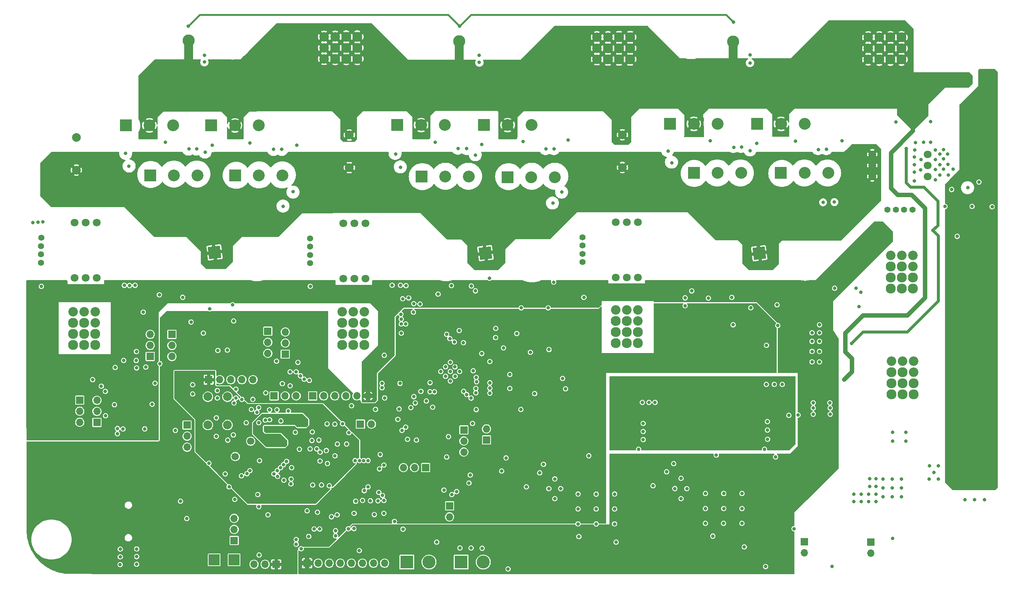
<source format=gbr>
%TF.GenerationSoftware,KiCad,Pcbnew,7.0.1*%
%TF.CreationDate,2023-11-27T14:14:32+03:00*%
%TF.ProjectId,motordriver,6d6f746f-7264-4726-9976-65722e6b6963,rev?*%
%TF.SameCoordinates,Original*%
%TF.FileFunction,Copper,L3,Inr*%
%TF.FilePolarity,Positive*%
%FSLAX46Y46*%
G04 Gerber Fmt 4.6, Leading zero omitted, Abs format (unit mm)*
G04 Created by KiCad (PCBNEW 7.0.1) date 2023-11-27 14:14:32*
%MOMM*%
%LPD*%
G01*
G04 APERTURE LIST*
G04 Aperture macros list*
%AMHorizOval*
0 Thick line with rounded ends*
0 $1 width*
0 $2 $3 position (X,Y) of the first rounded end (center of the circle)*
0 $4 $5 position (X,Y) of the second rounded end (center of the circle)*
0 Add line between two ends*
20,1,$1,$2,$3,$4,$5,0*
0 Add two circle primitives to create the rounded ends*
1,1,$1,$2,$3*
1,1,$1,$4,$5*%
%AMRotRect*
0 Rectangle, with rotation*
0 The origin of the aperture is its center*
0 $1 length*
0 $2 width*
0 $3 Rotation angle, in degrees counterclockwise*
0 Add horizontal line*
21,1,$1,$2,0,0,$3*%
G04 Aperture macros list end*
%TA.AperFunction,ComponentPad*%
%ADD10R,2.715000X2.715000*%
%TD*%
%TA.AperFunction,ComponentPad*%
%ADD11C,2.715000*%
%TD*%
%TA.AperFunction,ComponentPad*%
%ADD12R,1.700000X1.700000*%
%TD*%
%TA.AperFunction,ComponentPad*%
%ADD13O,1.700000X1.700000*%
%TD*%
%TA.AperFunction,ComponentPad*%
%ADD14C,2.175000*%
%TD*%
%TA.AperFunction,ComponentPad*%
%ADD15C,2.300000*%
%TD*%
%TA.AperFunction,ComponentPad*%
%ADD16C,1.800000*%
%TD*%
%TA.AperFunction,ComponentPad*%
%ADD17C,1.416000*%
%TD*%
%TA.AperFunction,ComponentPad*%
%ADD18C,2.000000*%
%TD*%
%TA.AperFunction,ComponentPad*%
%ADD19R,3.000000X3.000000*%
%TD*%
%TA.AperFunction,ComponentPad*%
%ADD20C,3.000000*%
%TD*%
%TA.AperFunction,ComponentPad*%
%ADD21R,2.500000X2.500000*%
%TD*%
%TA.AperFunction,ComponentPad*%
%ADD22C,1.700000*%
%TD*%
%TA.AperFunction,ComponentPad*%
%ADD23RotRect,2.800000X2.800000X97.000000*%
%TD*%
%TA.AperFunction,ComponentPad*%
%ADD24HorizOval,2.800000X0.000000X0.000000X0.000000X0.000000X0*%
%TD*%
%TA.AperFunction,ViaPad*%
%ADD25C,0.800000*%
%TD*%
%TA.AperFunction,Conductor*%
%ADD26C,0.500000*%
%TD*%
%TA.AperFunction,Conductor*%
%ADD27C,0.250000*%
%TD*%
%TA.AperFunction,Conductor*%
%ADD28C,0.635000*%
%TD*%
%TA.AperFunction,Conductor*%
%ADD29C,0.400000*%
%TD*%
%TA.AperFunction,Conductor*%
%ADD30C,1.000000*%
%TD*%
%TA.AperFunction,Conductor*%
%ADD31C,2.032000*%
%TD*%
%TA.AperFunction,Conductor*%
%ADD32C,1.524000*%
%TD*%
%TA.AperFunction,Conductor*%
%ADD33C,0.889000*%
%TD*%
G04 APERTURE END LIST*
D10*
%TO.N,Net-(D20-K)*%
%TO.C,Q11*%
X190850000Y-51730000D03*
D11*
%TO.N,+48V*%
X196300000Y-51730000D03*
%TO.N,/MOSFET CAP/PH_W_IN*%
X201750000Y-51730000D03*
%TD*%
D12*
%TO.N,/GATEDRIVER/ISENC*%
%TO.C,J15*%
X35450000Y-115200000D03*
D13*
%TO.N,/MCU/PA0_ADC1_IN1_ISEN_C*%
X35450000Y-117740000D03*
%TO.N,/LEVEL CONVERTER/CS_PH_W_ADC*%
X35450000Y-120280000D03*
%TD*%
D14*
%TO.N,Earth_Protective*%
%TO.C,WSC3*%
X226700000Y-106200000D03*
X224160000Y-106200000D03*
X221620000Y-106200000D03*
X226700000Y-108740000D03*
D15*
X224160000Y-108740000D03*
X221620000Y-108740000D03*
X226700000Y-111280000D03*
X224160000Y-111280000D03*
X221620000Y-111280000D03*
X226700000Y-113820000D03*
X224160000Y-113820000D03*
X221620000Y-113820000D03*
%TD*%
D12*
%TO.N,/GATEDRIVER/VR_VIN*%
%TO.C,J2*%
X128750000Y-124345000D03*
D13*
%TO.N,GND*%
X128750000Y-121805000D03*
%TD*%
D14*
%TO.N,+48V*%
%TO.C,WSC7*%
X91490800Y-31699200D03*
X91490800Y-34239200D03*
X91490800Y-36779200D03*
X94030800Y-31699200D03*
D15*
X94030800Y-34239200D03*
X94030800Y-36779200D03*
X96570800Y-31699200D03*
X96570800Y-34239200D03*
X96570800Y-36779200D03*
X99110800Y-31699200D03*
X99110800Y-34239200D03*
X99110800Y-36779200D03*
%TD*%
D12*
%TO.N,/MCU/MOTOR_TEMP_SENSE*%
%TO.C,J4*%
X88870000Y-114220000D03*
D13*
%TO.N,Net-(J4-Pin_2)*%
X91410000Y-114220000D03*
%TO.N,Net-(J4-Pin_3)*%
X93950000Y-114220000D03*
%TO.N,Net-(J4-Pin_4)*%
X96490000Y-114220000D03*
%TO.N,GND*%
X99030000Y-114220000D03*
%TO.N,+5V*%
X101570000Y-114220000D03*
%TD*%
D14*
%TO.N,+48V*%
%TO.C,WSC8*%
X154076400Y-31800800D03*
X154076400Y-34340800D03*
X154076400Y-36880800D03*
X156616400Y-31800800D03*
D15*
X156616400Y-34340800D03*
X156616400Y-36880800D03*
X159156400Y-31800800D03*
X159156400Y-34340800D03*
X159156400Y-36880800D03*
X161696400Y-31800800D03*
X161696400Y-34340800D03*
X161696400Y-36880800D03*
%TD*%
D10*
%TO.N,Net-(D11-K)*%
%TO.C,Q1*%
X45996000Y-52070000D03*
D11*
%TO.N,+48V*%
X51446000Y-52070000D03*
%TO.N,/MOSFET CAP/PH_U_IN*%
X56896000Y-52070000D03*
%TD*%
D16*
%TO.N,/MOSFET CAP/PH_U_IN*%
%TO.C,LESR1*%
X34225000Y-74400000D03*
X36765000Y-74400000D03*
X39305000Y-74400000D03*
%TO.N,/MOSFET CAP/PH_U*%
X39305000Y-87100000D03*
X36765000Y-87100000D03*
X34225000Y-87100000D03*
D17*
%TO.N,unconnected-(LESR1-VREF-Pad11)*%
X26595000Y-83607000D03*
%TO.N,/LEVEL CONVERTER/CS_PH_U_RAW*%
X26595000Y-81703000D03*
%TO.N,GND*%
X26595000Y-79797000D03*
%TO.N,+5V*%
X26605000Y-77892000D03*
%TD*%
D12*
%TO.N,Net-(J1-Pin_1)*%
%TO.C,J1*%
X99817000Y-120700000D03*
D13*
%TO.N,GND*%
X102357000Y-120700000D03*
%TD*%
D10*
%TO.N,Net-(D16-K)*%
%TO.C,Q6*%
X113828000Y-63862000D03*
D11*
%TO.N,/MOSFET CAP/PH_V_IN*%
X119278000Y-63862000D03*
%TO.N,/MOSFET CAP/SB_IN*%
X124728000Y-63862000D03*
%TD*%
D14*
%TO.N,/MOSFET CAP/PH_W*%
%TO.C,WSC6*%
X163500000Y-94500000D03*
X160960000Y-94500000D03*
X158420000Y-94500000D03*
X163500000Y-97040000D03*
D15*
X160960000Y-97040000D03*
X158420000Y-97040000D03*
X163500000Y-99580000D03*
X160960000Y-99580000D03*
X158420000Y-99580000D03*
X163500000Y-102120000D03*
X160960000Y-102120000D03*
X158420000Y-102120000D03*
%TD*%
D12*
%TO.N,/MCU/PB11_USART3_RX*%
%TO.C,J5*%
X114780000Y-130700000D03*
D13*
%TO.N,/MCU/PB10_USART3_TX*%
X112240000Y-130700000D03*
%TO.N,GND*%
X109700000Y-130700000D03*
%TD*%
D18*
%TO.N,GND*%
%TO.C,SW1*%
X64842000Y-120904000D03*
X64842000Y-114404000D03*
%TO.N,/MCU/NRST*%
X69342000Y-120904000D03*
X69342000Y-114404000D03*
%TD*%
D19*
%TO.N,/MCU/CANL*%
%TO.C,J7*%
X122936000Y-152400000D03*
D20*
%TO.N,/MCU/CANH*%
X128016000Y-152400000D03*
%TD*%
D10*
%TO.N,Net-(D19-K)*%
%TO.C,Q12*%
X176300000Y-63000000D03*
D11*
%TO.N,/MOSFET CAP/PH_W_IN*%
X181750000Y-63000000D03*
%TO.N,/MOSFET CAP/SC_IN*%
X187200000Y-63000000D03*
%TD*%
D18*
%TO.N,+48V*%
%TO.C,C116*%
X159918400Y-54250000D03*
%TO.N,GNDD*%
X159918400Y-61750000D03*
%TD*%
D14*
%TO.N,GND*%
%TO.C,WSC2*%
X226568000Y-81940400D03*
X224028000Y-81940400D03*
X221488000Y-81940400D03*
X226568000Y-84480400D03*
D15*
X224028000Y-84480400D03*
X221488000Y-84480400D03*
X226568000Y-87020400D03*
X224028000Y-87020400D03*
X221488000Y-87020400D03*
X226568000Y-89560400D03*
X224028000Y-89560400D03*
X221488000Y-89560400D03*
%TD*%
D12*
%TO.N,+5V*%
%TO.C,J9*%
X87590000Y-152660000D03*
D13*
%TO.N,GND*%
X90130000Y-152660000D03*
%TO.N,/MOSFET CAP/A_IN1*%
X92670000Y-152660000D03*
%TO.N,/MOSFET CAP/A'_IN1*%
X95210000Y-152660000D03*
%TO.N,/MOSFET CAP/B_IN1*%
X97750000Y-152660000D03*
%TO.N,/MOSFET CAP/B'_IN1*%
X100290000Y-152660000D03*
%TO.N,/MOSFET CAP/Z_IN1*%
X102830000Y-152660000D03*
%TO.N,/MOSFET CAP/Z'_IN1*%
X105370000Y-152660000D03*
%TD*%
D12*
%TO.N,/LEVEL CONVERTER/CS_PH_U_ADC*%
%TO.C,J16*%
X56591200Y-100091000D03*
D13*
%TO.N,/MCU/MUX_A0*%
X56591200Y-102631000D03*
%TO.N,/GATEDRIVER/ISENA*%
X56591200Y-105171000D03*
%TD*%
D12*
%TO.N,/GATEDRIVER/ISENB*%
%TO.C,J14*%
X82600000Y-104625000D03*
D13*
%TO.N,/MCU/PA1_ADC2_IN2_ISEN_B*%
X82600000Y-102085000D03*
%TO.N,/LEVEL CONVERTER/CS_PH_U_ADC*%
X82600000Y-99545000D03*
%TD*%
D12*
%TO.N,/GATEDRIVER/ISENA*%
%TO.C,J13*%
X51612800Y-105156000D03*
D13*
%TO.N,/MCU/PB0_ADC1_IN15_ISEN_A*%
X51612800Y-102616000D03*
%TO.N,/LEVEL CONVERTER/CS_PH_U_ADC*%
X51612800Y-100076000D03*
%TD*%
D10*
%TO.N,Net-(D25-K)*%
%TO.C,Q10*%
X196250000Y-63000000D03*
D11*
%TO.N,/MOSFET CAP/PH_W_IN*%
X201700000Y-63000000D03*
%TO.N,/MOSFET CAP/SC_IN*%
X207150000Y-63000000D03*
%TD*%
D12*
%TO.N,+12V*%
%TO.C,M2*%
X216865200Y-147777200D03*
D13*
%TO.N,Net-(M2--)*%
X216865200Y-150317200D03*
%TD*%
D12*
%TO.N,+3V3*%
%TO.C,J3*%
X80503000Y-152908000D03*
D13*
%TO.N,Net-(J3-Pin_2)*%
X77963000Y-152908000D03*
%TO.N,GND*%
X75423000Y-152908000D03*
%TD*%
D10*
%TO.N,Net-(D17-K)*%
%TO.C,Q7*%
X128143000Y-51990000D03*
D11*
%TO.N,+48V*%
X133593000Y-51990000D03*
%TO.N,/MOSFET CAP/PH_V_IN*%
X139043000Y-51990000D03*
%TD*%
D10*
%TO.N,Net-(D22-K)*%
%TO.C,Q9*%
X170850000Y-51730000D03*
D11*
%TO.N,+48V*%
X176300000Y-51730000D03*
%TO.N,/MOSFET CAP/PH_W_IN*%
X181750000Y-51730000D03*
%TD*%
D12*
%TO.N,+12V*%
%TO.C,M1*%
X201676000Y-147721400D03*
D13*
%TO.N,Net-(M1--)*%
X201676000Y-150261400D03*
%TD*%
D21*
%TO.N,/MCU/PA4_DAC1_OUT1*%
%TO.C,TP8*%
X66294000Y-151892000D03*
%TD*%
D14*
%TO.N,/MOSFET CAP/PH_V*%
%TO.C,WSC5*%
X100750000Y-94920000D03*
X98210000Y-94920000D03*
X95670000Y-94920000D03*
X100750000Y-97460000D03*
D15*
X98210000Y-97460000D03*
X95670000Y-97460000D03*
X100750000Y-100000000D03*
X98210000Y-100000000D03*
X95670000Y-100000000D03*
X100750000Y-102540000D03*
X98210000Y-102540000D03*
X95670000Y-102540000D03*
%TD*%
D18*
%TO.N,+48V*%
%TO.C,C96*%
X34671000Y-54857000D03*
%TO.N,GNDD*%
X34671000Y-62357000D03*
%TD*%
D12*
%TO.N,/LEVEL CONVERTER/CS_PH_V_ADC*%
%TO.C,J17*%
X78587600Y-99360000D03*
D13*
%TO.N,/MCU/MUX_A1*%
X78587600Y-101900000D03*
%TO.N,/GATEDRIVER/ISENB*%
X78587600Y-104440000D03*
%TD*%
D10*
%TO.N,Net-(D12-K)*%
%TO.C,Q2*%
X51584000Y-63528000D03*
D11*
%TO.N,/MOSFET CAP/PH_U_IN*%
X57034000Y-63528000D03*
%TO.N,/MOSFET CAP/SA_IN*%
X62484000Y-63528000D03*
%TD*%
D14*
%TO.N,+48V*%
%TO.C,WSC1*%
X216306400Y-31851600D03*
X216306400Y-34391600D03*
X216306400Y-36931600D03*
X218846400Y-31851600D03*
D15*
X218846400Y-34391600D03*
X218846400Y-36931600D03*
X221386400Y-31851600D03*
X221386400Y-34391600D03*
X221386400Y-36931600D03*
X223926400Y-31851600D03*
X223926400Y-34391600D03*
X223926400Y-36931600D03*
%TD*%
D12*
%TO.N,/MCU/DAC_OUT2*%
%TO.C,J12*%
X70866000Y-147432000D03*
D13*
%TO.N,/MCU/PA5_DAC1_OUT2*%
X70866000Y-144892000D03*
%TO.N,/MCU/R{slash}E*%
X70866000Y-142352000D03*
%TD*%
D12*
%TO.N,Net-(J6-Pin_1)*%
%TO.C,J6*%
X120280000Y-139475000D03*
D13*
%TO.N,/MCU/CANL*%
X120280000Y-142015000D03*
%TD*%
D22*
%TO.N,/MCU/OSC_OUT*%
%TO.C,Y2*%
X71122233Y-128157767D03*
%TO.N,/MCU/OSC_IN*%
X74657767Y-124622233D03*
%TD*%
D12*
%TO.N,/LEVEL CONVERTER/CS_PH_W_ADC*%
%TO.C,J18*%
X39400000Y-120310000D03*
D13*
%TO.N,/MCU/MUX_A2*%
X39400000Y-117770000D03*
%TO.N,/GATEDRIVER/ISENC*%
X39400000Y-115230000D03*
%TD*%
D14*
%TO.N,/MOSFET CAP/PH_U*%
%TO.C,WSC4*%
X39000000Y-94920000D03*
X36460000Y-94920000D03*
X33920000Y-94920000D03*
X39000000Y-97460000D03*
D15*
X36460000Y-97460000D03*
X33920000Y-97460000D03*
X39000000Y-100000000D03*
X36460000Y-100000000D03*
X33920000Y-100000000D03*
X39000000Y-102540000D03*
X36460000Y-102540000D03*
X33920000Y-102540000D03*
%TD*%
D10*
%TO.N,Net-(D14-K)*%
%TO.C,Q3*%
X65607000Y-52088000D03*
D11*
%TO.N,+48V*%
X71057000Y-52088000D03*
%TO.N,/MOSFET CAP/PH_U_IN*%
X76507000Y-52088000D03*
%TD*%
D16*
%TO.N,GNDD*%
%TO.C,LESR4*%
X217233000Y-63794800D03*
X217233000Y-61254800D03*
X217233000Y-58714800D03*
%TO.N,GND*%
X229933000Y-58714800D03*
X229933000Y-61254800D03*
X229933000Y-63794800D03*
D17*
%TO.N,unconnected-(LESR4-VREF-Pad11)*%
X226440000Y-71424800D03*
%TO.N,/GATEDRIVER/CS_DC_V*%
X224536000Y-71424800D03*
%TO.N,GND*%
X222630000Y-71424800D03*
%TO.N,+5V*%
X220725000Y-71414800D03*
%TD*%
D12*
%TO.N,/MCU/NRST*%
%TO.C,J20*%
X60080000Y-120930000D03*
D13*
%TO.N,/MCU/PG10_OUT*%
X60080000Y-123470000D03*
%TO.N,/MCU/PG10_MUX_S2*%
X60080000Y-126010000D03*
%TD*%
D19*
%TO.N,/MCU/A_OUT*%
%TO.C,J11*%
X110490000Y-152400000D03*
D20*
%TO.N,/MCU/B_OUT*%
X115570000Y-152400000D03*
%TD*%
D12*
%TO.N,/MCU/PA11_FDCAN1_RX*%
%TO.C,J10*%
X123550000Y-122040000D03*
D13*
%TO.N,/MCU/PA12_FDCAN1_TX*%
X123550000Y-124580000D03*
%TO.N,GND*%
X123550000Y-127120000D03*
%TD*%
D10*
%TO.N,Net-(D13-K)*%
%TO.C,Q4*%
X71057000Y-63588000D03*
D11*
%TO.N,/MOSFET CAP/PH_U_IN*%
X76507000Y-63588000D03*
%TO.N,/MOSFET CAP/SA_IN*%
X81957000Y-63588000D03*
%TD*%
D16*
%TO.N,/MOSFET CAP/PH_V_IN*%
%TO.C,LESR2*%
X95880000Y-74543000D03*
X98420000Y-74543000D03*
X100960000Y-74543000D03*
%TO.N,/MOSFET CAP/PH_V*%
X100960000Y-87243000D03*
X98420000Y-87243000D03*
X95880000Y-87243000D03*
D17*
%TO.N,unconnected-(LESR2-VREF-Pad11)*%
X88250000Y-83750000D03*
%TO.N,/LEVEL CONVERTER/CS_PH_V_RAW*%
X88250000Y-81846000D03*
%TO.N,GND*%
X88250000Y-79940000D03*
%TO.N,+5V*%
X88260000Y-78035000D03*
%TD*%
D10*
%TO.N,Net-(D18-K)*%
%TO.C,Q8*%
X133550000Y-64000000D03*
D11*
%TO.N,/MOSFET CAP/PH_V_IN*%
X139000000Y-64000000D03*
%TO.N,/MOSFET CAP/SB_IN*%
X144450000Y-64000000D03*
%TD*%
D12*
%TO.N,/MCU/BOOT0*%
%TO.C,J19*%
X80020000Y-114210000D03*
D13*
%TO.N,/MCU/PB8_OUT*%
X82560000Y-114210000D03*
%TO.N,/ENCODER_PH_W*%
X85100000Y-114210000D03*
%TD*%
D12*
%TO.N,/MCU/3V3_MCU*%
%TO.C,J8*%
X65024000Y-110490000D03*
D13*
%TO.N,GND*%
X67564000Y-110490000D03*
%TO.N,/MCU/NRST*%
X70104000Y-110490000D03*
%TO.N,/MCU/SWDIO*%
X72644000Y-110490000D03*
%TO.N,/MCU/SWCLK*%
X75184000Y-110490000D03*
%TD*%
D18*
%TO.N,+48V*%
%TO.C,C95*%
X97282000Y-54289000D03*
%TO.N,GNDD*%
X97282000Y-61789000D03*
%TD*%
D21*
%TO.N,/MCU/DAC_OUT2*%
%TO.C,TP9*%
X70844000Y-151892000D03*
%TD*%
D10*
%TO.N,Net-(D15-K)*%
%TO.C,Q5*%
X108300000Y-51990000D03*
D11*
%TO.N,+48V*%
X113750000Y-51990000D03*
%TO.N,/MOSFET CAP/PH_V_IN*%
X119200000Y-51990000D03*
%TD*%
D16*
%TO.N,/MOSFET CAP/PH_W_IN*%
%TO.C,LESR3*%
X158380000Y-74293000D03*
X160920000Y-74293000D03*
X163460000Y-74293000D03*
%TO.N,/MOSFET CAP/PH_W*%
X163460000Y-86993000D03*
X160920000Y-86993000D03*
X158380000Y-86993000D03*
D17*
%TO.N,unconnected-(LESR3-VREF-Pad11)*%
X150750000Y-83500000D03*
%TO.N,/LEVEL CONVERTER/CS_PH_W_RAW*%
X150750000Y-81596000D03*
%TO.N,GND*%
X150750000Y-79690000D03*
%TO.N,+5V*%
X150760000Y-77785000D03*
%TD*%
D23*
%TO.N,GNDD*%
%TO.C,C76*%
X66372798Y-81248361D03*
D24*
%TO.N,+48V*%
X60401200Y-32613600D03*
%TD*%
D23*
%TO.N,GNDD*%
%TO.C,C118*%
X128501198Y-81400761D03*
D24*
%TO.N,+48V*%
X122529600Y-32766000D03*
%TD*%
D23*
%TO.N,GNDD*%
%TO.C,C120*%
X191289998Y-81451561D03*
D24*
%TO.N,+48V*%
X185318400Y-32816800D03*
%TD*%
D25*
%TO.N,VCC*%
X245215284Y-45529500D03*
X243459000Y-132715000D03*
X242744666Y-43815981D03*
X245215284Y-40386000D03*
X245215284Y-47244000D03*
X245215284Y-43815000D03*
X245215284Y-42100500D03*
X242744666Y-40386981D03*
X235458000Y-92710000D03*
X242744666Y-47244981D03*
X242744666Y-42101481D03*
X242744666Y-45530481D03*
X243459000Y-134620000D03*
X244983000Y-134620000D03*
X214630000Y-90424000D03*
X244983000Y-132715000D03*
%TO.N,GND*%
X127100000Y-37600000D03*
X44719665Y-152968437D03*
X83319229Y-117669925D03*
X130830000Y-100840000D03*
X90500000Y-144800000D03*
X66990000Y-112980000D03*
X205100000Y-99700000D03*
X196596921Y-111596665D03*
X105230000Y-138260000D03*
X227000000Y-57700000D03*
X120431449Y-110788289D03*
X153924000Y-136779000D03*
X233600000Y-62100000D03*
X64069000Y-37531000D03*
X230632000Y-55981600D03*
X158115000Y-140208000D03*
X121510949Y-107549788D03*
X192966040Y-102602913D03*
X145754992Y-135508641D03*
X203400000Y-104000000D03*
X229006400Y-55930800D03*
X108900000Y-111360000D03*
X103300000Y-117300000D03*
X129520000Y-111200000D03*
X125230000Y-114740000D03*
X78610000Y-141540000D03*
X231368008Y-131800008D03*
X50029200Y-94979200D03*
X57380000Y-122150000D03*
X170050389Y-131667572D03*
X59060000Y-91560000D03*
X185011687Y-91604991D03*
X43410000Y-116260000D03*
X138800000Y-104200000D03*
X166943780Y-134871170D03*
X233600000Y-57600000D03*
X173350157Y-137821293D03*
X207500000Y-115800000D03*
X231700000Y-62200000D03*
X178962000Y-140093000D03*
X109590000Y-144820000D03*
X240665000Y-138049000D03*
X183153000Y-136664000D03*
X48524231Y-151145505D03*
X164688240Y-124242063D03*
X99580000Y-149780000D03*
X118272448Y-108629288D03*
X119351949Y-109708788D03*
X193160000Y-120130000D03*
X187325000Y-143510000D03*
X144407728Y-137842872D03*
X120443264Y-108617473D03*
X129510000Y-112450000D03*
X183153000Y-140093000D03*
X226900000Y-64800000D03*
X153905000Y-143637000D03*
X151074476Y-91578230D03*
X164688240Y-122400563D03*
X203700000Y-115800000D03*
X94500000Y-141540000D03*
X119363764Y-107537973D03*
X174300000Y-93500000D03*
X227100000Y-56000000D03*
X205100000Y-101700000D03*
X158096000Y-143625000D03*
X164500000Y-115700000D03*
X69300000Y-103700000D03*
X231700000Y-64600000D03*
X84900000Y-122600000D03*
X48524231Y-149383011D03*
X221869000Y-122556816D03*
X158496000Y-147828000D03*
X233600000Y-59800000D03*
X195393693Y-93295369D03*
X187344000Y-136652000D03*
X200200000Y-118618000D03*
X142900000Y-94000000D03*
X126200000Y-90100000D03*
X185336127Y-97889029D03*
X97170000Y-122660000D03*
X163615170Y-126462138D03*
X137880372Y-135119089D03*
X244711394Y-70763117D03*
X63800000Y-99800000D03*
X193220000Y-124170000D03*
X192750400Y-153439100D03*
X240125007Y-70696349D03*
X174300000Y-91707900D03*
X198100000Y-118700000D03*
X232700000Y-61100000D03*
X120431448Y-106470288D03*
X125230000Y-149190000D03*
X136700000Y-94000000D03*
X236710000Y-77570000D03*
X140965331Y-131915130D03*
X122590449Y-108629289D03*
X64041000Y-35941000D03*
X178943000Y-143510000D03*
X178962000Y-136652000D03*
X149733000Y-140208000D03*
X97800000Y-116500000D03*
X205100000Y-97900000D03*
X224917000Y-124588816D03*
X76530000Y-139650000D03*
X67150000Y-103800000D03*
X174686423Y-135520056D03*
X189181000Y-37719000D03*
X234500000Y-58700000D03*
X71290000Y-112690000D03*
X44729896Y-149443448D03*
X52700000Y-111300000D03*
X72644000Y-115012500D03*
X234600000Y-61000000D03*
X90540000Y-129190000D03*
X221869000Y-124588816D03*
X130851500Y-98721500D03*
X221869000Y-146933601D03*
X173361155Y-133182966D03*
X194755421Y-111596665D03*
X149714000Y-143625000D03*
X203708000Y-117000000D03*
X203400000Y-99700000D03*
X125730000Y-108458000D03*
X126400000Y-117370000D03*
X143027470Y-135514140D03*
X41330000Y-113200000D03*
X203400000Y-101700000D03*
X67000000Y-114720000D03*
X70700000Y-123200000D03*
X146200000Y-110200000D03*
X187344000Y-140093000D03*
X166000000Y-115700000D03*
X70538872Y-93281728D03*
X167400000Y-115700000D03*
X207600000Y-118400000D03*
X208026000Y-153416000D03*
X232700000Y-63500000D03*
X139800000Y-113700000D03*
X222612830Y-51283130D03*
X89200000Y-144800000D03*
X205100000Y-104000000D03*
X226900000Y-59300000D03*
X226900000Y-61100000D03*
X241682394Y-65080524D03*
X232424995Y-130304141D03*
X149733000Y-136767000D03*
X127059000Y-35941000D03*
X231700000Y-59900000D03*
X189200000Y-35900000D03*
X88326000Y-89066570D03*
X75140000Y-115010000D03*
X192913921Y-111596665D03*
X88700000Y-124475500D03*
X242951000Y-138049000D03*
X235446061Y-66819151D03*
X65278000Y-94234000D03*
X117627129Y-90855013D03*
X76600000Y-150800000D03*
X122650000Y-149170000D03*
X105380000Y-114680000D03*
X135688000Y-99888000D03*
X189344924Y-93975255D03*
X164688240Y-120559063D03*
X144402229Y-133295388D03*
X232400186Y-133322826D03*
X183134000Y-143522000D03*
X61340000Y-113800000D03*
X230311022Y-130302000D03*
X129522701Y-113575500D03*
X232700000Y-58700000D03*
X61340000Y-111630000D03*
X231700000Y-57700000D03*
X120780000Y-136900000D03*
X143090000Y-103570000D03*
X214211500Y-93726000D03*
X119610000Y-128280000D03*
X193180000Y-122060000D03*
X69410000Y-124390000D03*
X84020000Y-130730000D03*
X48514000Y-152908000D03*
X158115000Y-136767000D03*
X26644323Y-89066570D03*
X58547000Y-138422924D03*
X238506000Y-138049000D03*
X224917000Y-122556816D03*
X60980000Y-97239500D03*
X132630000Y-103183600D03*
X230286213Y-133320684D03*
X121522764Y-109696973D03*
X207600000Y-117000000D03*
X233892272Y-70709336D03*
X132198890Y-131481265D03*
X228400000Y-59900000D03*
X192532000Y-126492000D03*
X133229959Y-128469223D03*
X205100000Y-106400000D03*
X203400000Y-106400000D03*
X153924000Y-140208000D03*
X88800000Y-122500000D03*
X171947903Y-135503559D03*
X203708000Y-118400000D03*
X90900000Y-134700000D03*
X82262701Y-133612701D03*
X88900000Y-134700000D03*
X234700000Y-63500000D03*
X44729896Y-151205942D03*
X195060699Y-128231815D03*
X117348000Y-147810000D03*
X228300000Y-62300000D03*
X226900000Y-62800000D03*
X235800000Y-62100000D03*
X187886800Y-148919600D03*
X127760000Y-149220000D03*
X230639230Y-51181530D03*
%TO.N,Net-(D8-K)*%
X219684600Y-135380817D03*
X218109800Y-133275616D03*
X214689267Y-138524950D03*
X218109800Y-136763882D03*
X219684600Y-133326018D03*
X216399532Y-136763882D03*
X219684600Y-137435617D03*
X216636599Y-135019749D03*
X216636599Y-133275616D03*
X221818200Y-137435617D03*
X212979000Y-136780816D03*
X221818200Y-133326018D03*
X221818200Y-135380817D03*
X218109801Y-138508016D03*
X216399534Y-138508016D03*
X212979000Y-138524950D03*
X214689266Y-136780816D03*
X223951800Y-135380817D03*
X223951800Y-137435617D03*
X218109800Y-135019749D03*
X223951800Y-133326018D03*
%TO.N,+5V*%
X51816000Y-122174000D03*
X86415523Y-89066570D03*
X164338000Y-133604000D03*
X24744323Y-89066570D03*
X149174476Y-91578230D03*
X119520000Y-147250000D03*
X40412299Y-110824500D03*
X118980000Y-135840000D03*
X104648000Y-146812000D03*
X166116000Y-131572000D03*
X219305600Y-75285600D03*
X166116000Y-133604000D03*
X164338000Y-131572000D03*
X99730000Y-144780000D03*
%TO.N,Net-(U11-FB)*%
X141823607Y-129929387D03*
X149951603Y-146538544D03*
X152224000Y-127967000D03*
%TO.N,+3V3*%
X110388400Y-113538000D03*
X91897200Y-146862800D03*
X117602000Y-135860000D03*
X109474000Y-106172000D03*
X135382000Y-133858000D03*
X141274800Y-98907600D03*
X97220000Y-118110000D03*
X122580400Y-29311600D03*
X78740000Y-108712000D03*
X60350400Y-29260800D03*
X137160000Y-131826000D03*
X212496400Y-102158800D03*
X69342000Y-98856800D03*
X225044000Y-57404000D03*
X194447200Y-98872000D03*
X137160000Y-133858000D03*
X80518000Y-108661200D03*
X58572400Y-148894800D03*
X185420000Y-28346400D03*
X231140000Y-76200000D03*
X105537000Y-139369800D03*
X107631100Y-141700000D03*
X135382000Y-131826000D03*
%TO.N,/GATEDRIVER/ISENC*%
X86950000Y-110400000D03*
%TO.N,+12V*%
X186691558Y-111862627D03*
X186687253Y-110456229D03*
X188342558Y-111862627D03*
X188338253Y-110456229D03*
X194640200Y-125604816D03*
X158381772Y-112200668D03*
X196545200Y-123763316D03*
X196545200Y-121921816D03*
X160015695Y-110607602D03*
X160032772Y-112200668D03*
X158364695Y-110607602D03*
X161666695Y-110607602D03*
X189989253Y-110456229D03*
X189993558Y-111862627D03*
X196545200Y-125604816D03*
X161683772Y-112200668D03*
X194640200Y-121921816D03*
X194640200Y-123763316D03*
%TO.N,+BATT*%
X71000000Y-138000000D03*
X60000000Y-142400000D03*
%TO.N,/MCU/3V3_MCU*%
X79502000Y-136652000D03*
X94200000Y-133324500D03*
X88960000Y-120510000D03*
X78100000Y-121600000D03*
X97500000Y-124050000D03*
X86690000Y-122780000D03*
X57900000Y-111400000D03*
X82250000Y-138610000D03*
%TO.N,/MCU/VREF*%
X87120000Y-120580000D03*
X81900000Y-125310000D03*
%TO.N,/GATEDRIVER/SW*%
X123500000Y-113200000D03*
%TO.N,/GATEDRIVER/BST*%
X126300000Y-113500000D03*
%TO.N,/MOSFET CAP/PH_U*%
X53701077Y-90978248D03*
%TO.N,/MOSFET CAP/PH_V*%
X125270000Y-88990000D03*
%TO.N,/MOSFET CAP/PH_W*%
X179628800Y-91748600D03*
X179628800Y-91748600D03*
%TO.N,+48V*%
X239115600Y-42011600D03*
X221488000Y-45212000D03*
X218897200Y-45262800D03*
X127660400Y-104495600D03*
X233222800Y-42011600D03*
X218177910Y-44315326D03*
X223266000Y-45212000D03*
X227970400Y-49916400D03*
X221122644Y-46851757D03*
X231698800Y-42062400D03*
X210820000Y-110490000D03*
X234746800Y-42011600D03*
X222397046Y-44315326D03*
X129489200Y-106324400D03*
X211582000Y-109728000D03*
%TO.N,Net-(U5-FB)*%
X180650034Y-146423326D03*
X181453000Y-127852000D03*
X171704000Y-129794000D03*
%TO.N,/MCU/PA6_ADC2_IN3_VA*%
X80009977Y-132149977D03*
X72543645Y-132590500D03*
%TO.N,/MCU/PA7_ADC2_IN4_VB*%
X79000000Y-117400000D03*
X120700000Y-88900000D03*
X80844199Y-132700500D03*
X110300000Y-88900000D03*
X66800000Y-119253000D03*
X83700000Y-111900000D03*
X86100000Y-109600000D03*
X73800000Y-132100000D03*
%TO.N,/MCU/PB1_ADC1_IN12_VC*%
X109350000Y-122150000D03*
X92700000Y-134875500D03*
X120015000Y-123571000D03*
X76300000Y-136899500D03*
%TO.N,/LEVEL CONVERTER/CS_PH_U_ADC*%
X70739000Y-97028000D03*
%TO.N,/LEVEL CONVERTER/CS_PH_W_ADC*%
X85470023Y-106529977D03*
X195580000Y-98044000D03*
X43600000Y-107700000D03*
X80600000Y-106245500D03*
X105300000Y-104900000D03*
X53825500Y-106800000D03*
%TO.N,/GATEDRIVER/FB*%
X125550000Y-120550000D03*
X126397467Y-109951879D03*
X136652000Y-117348000D03*
%TO.N,VDC*%
X112100000Y-114400000D03*
X146900000Y-112600000D03*
%TO.N,Net-(C90-Pad2)*%
X95758000Y-120620000D03*
%TO.N,Net-(C91-Pad2)*%
X93980000Y-120740000D03*
%TO.N,Net-(C92-Pad2)*%
X92202000Y-120670000D03*
%TO.N,/MCU/MOTOR_TEMP_SENSE*%
X52070000Y-116130000D03*
%TO.N,/MOSFET CAP/A_IN1*%
X94120000Y-146390000D03*
%TO.N,/MOSFET CAP/A'_IN1*%
X94130000Y-145220000D03*
%TO.N,/MOSFET CAP/B'_IN1*%
X98320000Y-144710000D03*
%TO.N,/MOSFET CAP/B_IN1*%
X97050000Y-144770000D03*
%TO.N,/MCU/PB11_USART3_RX*%
X85100000Y-148300000D03*
%TO.N,/MCU/R{slash}E*%
X86240000Y-149340000D03*
%TO.N,/MCU/PB10_USART3_TX*%
X85100000Y-147200000D03*
%TO.N,Net-(J1-Pin_1)*%
X92260546Y-129749500D03*
X93990000Y-127978000D03*
X104374500Y-127700000D03*
%TO.N,/GATEDRIVER/VR_VIN*%
X124206755Y-113906755D03*
%TO.N,/MCU/SWDIO*%
X76475048Y-116924952D03*
X82198027Y-130001694D03*
%TO.N,/MCU/SWCLK*%
X81900000Y-111400000D03*
X80700000Y-117400000D03*
X82904977Y-129254977D03*
%TO.N,/MCU/PA11_FDCAN1_RX*%
X83910000Y-134460000D03*
X100700000Y-136000000D03*
X124730000Y-134230000D03*
X121900000Y-136200000D03*
%TO.N,/MCU/PA12_FDCAN1_TX*%
X101600000Y-135124500D03*
X83924500Y-133305156D03*
X125000000Y-132400000D03*
%TO.N,/MOSFET CAP/PH_U_IN*%
X60502800Y-57505600D03*
X74523600Y-56083200D03*
X81788000Y-57556400D03*
X62280800Y-57505600D03*
X122478800Y-99212400D03*
X79908400Y-57556400D03*
X46736000Y-61417200D03*
X55119000Y-55981600D03*
%TO.N,/MOSFET CAP/PH_V_IN*%
X109067600Y-61671200D03*
X142392400Y-57505600D03*
X110923832Y-91713004D03*
X122275600Y-57404000D03*
X144272000Y-57454800D03*
X137109200Y-55778400D03*
X124206000Y-57353200D03*
X116992400Y-55930800D03*
%TO.N,/MOSFET CAP/PH_W_IN*%
X187299600Y-57048400D03*
X204876400Y-57607200D03*
X185470800Y-57099200D03*
X171297600Y-60655200D03*
X180086000Y-55575200D03*
X199593200Y-55676800D03*
X206756000Y-57556400D03*
X109169200Y-97696962D03*
%TO.N,/GATEDRIVER/GH_A*%
X85242400Y-56642000D03*
X123460366Y-101981520D03*
X65887600Y-56591200D03*
%TO.N,/MCU/BOOT0*%
X92000000Y-126774500D03*
X81600000Y-119990500D03*
%TO.N,/ENCODER_PH_W*%
X90290000Y-124390000D03*
X103870000Y-138300000D03*
%TO.N,/MCU/PB4_DRV835X_SPI_MISO*%
X99600994Y-129069500D03*
X104800000Y-111347900D03*
X110196711Y-121396711D03*
X89800000Y-126400000D03*
X108400000Y-119600000D03*
%TO.N,/GATEDRIVER/GL_A*%
X64262000Y-58267600D03*
X45974000Y-58470800D03*
X121361200Y-101854000D03*
%TO.N,/GATEDRIVER/GH_B*%
X109524800Y-91897200D03*
X147506344Y-55399879D03*
X127660400Y-56438800D03*
%TO.N,/GATEDRIVER/GL_B*%
X107899200Y-58623200D03*
X126187200Y-58928000D03*
X112014000Y-94983500D03*
%TO.N,/GATEDRIVER/GH_C*%
X110228296Y-97696104D03*
X190754000Y-56184800D03*
X210312000Y-55626000D03*
%TO.N,/GATEDRIVER/GL_C*%
X189230000Y-57861200D03*
X109220000Y-99822000D03*
X170434000Y-57962800D03*
%TO.N,/MCU/MUX_A0*%
X38400000Y-110500000D03*
X41350000Y-118780000D03*
X48500000Y-107800000D03*
%TO.N,/MCU/MUX_A1*%
X50350000Y-121790000D03*
%TO.N,/MCU/PA15_TIM1_BKIN_FAULT*%
X115783793Y-111191609D03*
%TO.N,/GATEDRIVER/RT{slash}SD*%
X134100000Y-112500000D03*
X126450000Y-110950000D03*
X134100000Y-109300000D03*
%TO.N,/GATEDRIVER/RCL*%
X126312374Y-112500576D03*
%TO.N,/MCU/PA2_TIM_CH3_FAN*%
X107631100Y-143075500D03*
X69700000Y-135100000D03*
X103000000Y-141500000D03*
X105200000Y-141200000D03*
X199268900Y-144731100D03*
X76700000Y-129100000D03*
X133700000Y-154000000D03*
X65100000Y-129700000D03*
%TO.N,/MCU/PG10_OUT*%
X66760000Y-123490000D03*
%TO.N,/MCU/PB0_ADC1_IN15_ISEN_A*%
X50600000Y-107600000D03*
X68830546Y-132140500D03*
X80764977Y-131394977D03*
%TO.N,/MCU/PA1_ADC2_IN2_ISEN_B*%
X74506755Y-131393245D03*
X83700000Y-108697900D03*
X78100000Y-113500000D03*
X79000000Y-119700000D03*
%TO.N,/MCU/PA0_ADC1_IN1_ISEN_C*%
X70832701Y-115857299D03*
X40400000Y-112000000D03*
%TO.N,/ENCODER_PH_U*%
X96648000Y-125262000D03*
X104900000Y-137100000D03*
X102120000Y-138300000D03*
%TO.N,/ENCODER_PH_V*%
X100310000Y-138230000D03*
X94542701Y-125315500D03*
X104040691Y-136375500D03*
%TO.N,/GATEDRIVER/SPA*%
X84399270Y-67310000D03*
X120332700Y-101041200D03*
%TO.N,/GATEDRIVER/SNA*%
X82092800Y-70662800D03*
X119583200Y-100083200D03*
%TO.N,/GATEDRIVER/SPB*%
X146050000Y-67360800D03*
X113481965Y-93128900D03*
%TO.N,/GATEDRIVER/SNB*%
X112064800Y-93014800D03*
X143967200Y-69951600D03*
%TO.N,/GATEDRIVER/SPC*%
X208534000Y-69697600D03*
X109169200Y-96570800D03*
%TO.N,/GATEDRIVER/SNC*%
X109118400Y-95453200D03*
X205943200Y-69748400D03*
%TO.N,/MCU/FET_TEMP_B*%
X46870000Y-88850000D03*
X25860000Y-74340000D03*
X48400000Y-106100000D03*
%TO.N,/MCU/FET_TEMP_C*%
X26980000Y-74230000D03*
X48120000Y-88830000D03*
X48450000Y-104050000D03*
%TO.N,/MCU/FET_TEMP_A*%
X24720000Y-74380000D03*
X45660000Y-88830000D03*
X45530000Y-106090000D03*
%TO.N,/MCU/PC15_MUX_S1*%
X74803000Y-117348000D03*
X44100000Y-121700000D03*
%TO.N,/MCU/PC14_MUX_S0*%
X45390000Y-121830000D03*
X76060661Y-117970000D03*
%TO.N,/MCU/PB5_DRV835X_SPI_MOSI*%
X100600497Y-129069500D03*
X112399978Y-115849500D03*
X115774500Y-113262299D03*
X88300000Y-126400000D03*
%TO.N,/MCU/PB3_DRV835X_SPI_SCK*%
X111379000Y-116900000D03*
X90600000Y-127175500D03*
X98601491Y-129069500D03*
X116800000Y-113300000D03*
%TO.N,/MCU/PB9_DRV835X_SPI_CS*%
X85845007Y-126463860D03*
X101600000Y-129069500D03*
X114974500Y-115400000D03*
X113713927Y-113189427D03*
%TO.N,/MCU/PC13_ENABLE*%
X73650500Y-120396000D03*
X71300000Y-114700000D03*
X88130000Y-110670000D03*
X76500000Y-120396000D03*
X116400000Y-116800000D03*
X104800000Y-112363500D03*
%TO.N,/MCU/PA9_TIM1_CH2_INH_B*%
X110617000Y-124206000D03*
X104200000Y-131000000D03*
%TO.N,/MCU/PA8_TIM1_CH1_INH_C*%
X112693403Y-124370201D03*
X105232100Y-130100000D03*
%TO.N,Net-(R134-Pad2)*%
X93200000Y-142000000D03*
%TO.N,Net-(R135-Pad2)*%
X89990500Y-140932500D03*
%TO.N,Net-(R136-Pad2)*%
X87600000Y-140640000D03*
%TO.N,/MOSFET CAP/ENC_A_3V3*%
X98390000Y-141200000D03*
%TO.N,/MOSFET CAP/ENC_B_3V3*%
X98740000Y-138440000D03*
%TO.N,/MOSFET CAP/ENC_Z_3V3*%
X87980000Y-146500000D03*
%TO.N,/LEVEL CONVERTER/CS_PH_V_ADC*%
X107110000Y-88800000D03*
X129410000Y-87200000D03*
%TO.N,GNDD*%
X60071000Y-72390000D03*
X182952819Y-75097971D03*
X126895755Y-75042601D03*
X66548000Y-74676000D03*
X60071000Y-76962000D03*
X62230000Y-74676000D03*
X68707000Y-74676000D03*
X57912000Y-72390000D03*
X191588819Y-77383971D03*
X122577755Y-72756601D03*
X64389000Y-74676000D03*
X75184000Y-72390000D03*
X126895755Y-77328601D03*
X137690755Y-75042601D03*
X133372755Y-77328601D03*
X131213755Y-77328601D03*
X191588819Y-75097971D03*
X120418755Y-75042601D03*
X73025000Y-74676000D03*
X137690755Y-72756601D03*
X187270819Y-75097971D03*
X135531755Y-77328601D03*
X129054755Y-75042601D03*
X75184000Y-76962000D03*
X200224819Y-77383971D03*
X60071000Y-74676000D03*
X122577755Y-75042601D03*
X195906819Y-77383971D03*
X182952819Y-77383971D03*
X70866000Y-76962000D03*
X189429819Y-77383971D03*
X68707000Y-76962000D03*
X189429819Y-75097971D03*
X200224819Y-75097971D03*
X198065819Y-77383971D03*
X182952819Y-72811971D03*
X70866000Y-74676000D03*
X75184000Y-74676000D03*
X64389000Y-76962000D03*
X195906819Y-75097971D03*
X185111819Y-77383971D03*
X120418755Y-72756601D03*
X187270819Y-77383971D03*
X57912000Y-74676000D03*
X198065819Y-75097971D03*
X62230000Y-76962000D03*
X193747819Y-77383971D03*
X66548000Y-76962000D03*
X73025000Y-72390000D03*
X185111819Y-75097971D03*
X133372755Y-75042601D03*
X124736755Y-75042601D03*
X200224819Y-72811971D03*
X135531755Y-75042601D03*
X193747819Y-75097971D03*
X73025000Y-76962000D03*
X137690755Y-77328601D03*
X135531755Y-72756601D03*
X124736755Y-77328601D03*
X131213755Y-75042601D03*
X198065819Y-72811971D03*
X122577755Y-77328601D03*
X185111819Y-72811971D03*
X120418755Y-77328601D03*
X129054755Y-77328601D03*
X57912000Y-76962000D03*
%TO.N,/LEVEL CONVERTER/CS_DC_V_ADC*%
X85100000Y-108700000D03*
X144145000Y-88085000D03*
X239200000Y-66400000D03*
X175800000Y-90105900D03*
X44100000Y-122900000D03*
X109000000Y-88800000D03*
X208600000Y-89500000D03*
X213487000Y-89500000D03*
%TO.N,Net-(U4-VREF)*%
X108700000Y-117212500D03*
%TO.N,Net-(U6-VREF+)*%
X81493321Y-130710492D03*
X78000000Y-119800000D03*
%TD*%
D26*
%TO.N,+5V*%
X101580000Y-114066000D02*
X101600000Y-114046000D01*
X99730000Y-144780000D02*
X99740000Y-144790000D01*
D27*
X40400000Y-110812201D02*
X40412299Y-110824500D01*
D28*
%TO.N,+3V3*%
X232284843Y-69470843D02*
X229115530Y-66301530D01*
X231140000Y-76200000D02*
X232284843Y-75055157D01*
D29*
X183743600Y-26670000D02*
X125222000Y-26670000D01*
D28*
X226067530Y-66301530D02*
X225044000Y-65278000D01*
D29*
X62941200Y-26670000D02*
X60350400Y-29260800D01*
D28*
X215101239Y-99553961D02*
X225312039Y-99553961D01*
X232396199Y-92469801D02*
X232396199Y-77456199D01*
D29*
X122580400Y-29311600D02*
X119938800Y-26670000D01*
D28*
X225312039Y-99553961D02*
X232396199Y-92469801D01*
D29*
X185420000Y-28346400D02*
X183743600Y-26670000D01*
D28*
X229115530Y-66301530D02*
X226067530Y-66301530D01*
X232284843Y-75055157D02*
X232284843Y-69470843D01*
D29*
X125222000Y-26670000D02*
X122580400Y-29311600D01*
X119938800Y-26670000D02*
X62941200Y-26670000D01*
D28*
X225044000Y-65278000D02*
X225044000Y-57404000D01*
X212496400Y-102158800D02*
X215101239Y-99553961D01*
X232396199Y-77456199D02*
X231140000Y-76200000D01*
D30*
%TO.N,+12V*%
X197508217Y-125604816D02*
X196545200Y-125604816D01*
%TO.N,+48V*%
X212598000Y-108712000D02*
X212598000Y-105664000D01*
X225298000Y-95758000D02*
X229362000Y-91694000D01*
X226554913Y-48500913D02*
X225806000Y-47752000D01*
X229362000Y-91694000D02*
X229362000Y-71139854D01*
D31*
X60401200Y-32613600D02*
X60401200Y-40970200D01*
D30*
X229362000Y-71139854D02*
X226294146Y-68072000D01*
X226294146Y-68072000D02*
X223036830Y-68072000D01*
X223036830Y-68072000D02*
X221512830Y-66548000D01*
X211582000Y-109728000D02*
X212598000Y-108712000D01*
D32*
X185318400Y-41173400D02*
X185420000Y-41275000D01*
D31*
X185318400Y-32816800D02*
X185318400Y-41173400D01*
D30*
X226554913Y-53353087D02*
X226554913Y-48500913D01*
X210820000Y-110490000D02*
X211582000Y-109728000D01*
X221512830Y-66548000D02*
X221512830Y-58395170D01*
X211074000Y-104140000D02*
X211074000Y-99822000D01*
X221512830Y-58395170D02*
X226554913Y-53353087D01*
X212598000Y-105664000D02*
X211074000Y-104140000D01*
D31*
X122529600Y-32766000D02*
X122529600Y-41122600D01*
D30*
X211074000Y-99822000D02*
X215138000Y-95758000D01*
X210820000Y-110490000D02*
X212598000Y-108712000D01*
X215138000Y-95758000D02*
X225298000Y-95758000D01*
D33*
%TO.N,GNDD*%
X217233000Y-58714800D02*
X217233000Y-63794800D01*
%TD*%
%TA.AperFunction,Conductor*%
%TO.N,+3V3*%
G36*
X173805621Y-92934199D02*
G01*
X173851353Y-92984656D01*
X173863544Y-93051654D01*
X173838517Y-93114986D01*
X173775463Y-93197159D01*
X173714956Y-93343237D01*
X173694317Y-93500000D01*
X173714956Y-93656762D01*
X173775463Y-93802840D01*
X173871717Y-93928282D01*
X173997158Y-94024535D01*
X173997159Y-94024536D01*
X174143238Y-94085044D01*
X174300000Y-94105682D01*
X174456762Y-94085044D01*
X174602841Y-94024536D01*
X174667065Y-93975255D01*
X188739241Y-93975255D01*
X188759880Y-94132017D01*
X188820387Y-94278095D01*
X188916641Y-94403537D01*
X188988876Y-94458964D01*
X189042083Y-94499791D01*
X189188162Y-94560299D01*
X189344924Y-94580937D01*
X189501686Y-94560299D01*
X189647765Y-94499791D01*
X189773206Y-94403537D01*
X189869460Y-94278096D01*
X189929968Y-94132017D01*
X189950606Y-93975255D01*
X189929968Y-93818493D01*
X189869460Y-93672414D01*
X189834674Y-93627080D01*
X189773206Y-93546972D01*
X189647764Y-93450718D01*
X189501686Y-93390211D01*
X189344924Y-93369572D01*
X189188161Y-93390211D01*
X189042083Y-93450718D01*
X188916641Y-93546972D01*
X188820387Y-93672414D01*
X188759880Y-93818492D01*
X188739241Y-93975255D01*
X174667065Y-93975255D01*
X174728282Y-93928282D01*
X174824536Y-93802841D01*
X174885044Y-93656762D01*
X174905682Y-93500000D01*
X174885044Y-93343238D01*
X174824536Y-93197159D01*
X174761483Y-93114986D01*
X174736456Y-93051654D01*
X174748647Y-92984656D01*
X174794379Y-92934199D01*
X174859859Y-92915500D01*
X190617518Y-92915500D01*
X190664971Y-92924939D01*
X190705199Y-92951819D01*
X195174735Y-97421355D01*
X195208114Y-97482196D01*
X195203577Y-97551443D01*
X195162545Y-97607409D01*
X195151717Y-97615717D01*
X195055463Y-97741159D01*
X194994956Y-97887237D01*
X194974317Y-98044000D01*
X194994956Y-98200762D01*
X195055463Y-98346840D01*
X195151717Y-98472282D01*
X195277486Y-98568787D01*
X195313212Y-98612319D01*
X195326000Y-98667163D01*
X195326000Y-108842000D01*
X195309387Y-108904000D01*
X195264000Y-108949387D01*
X195202000Y-108966000D01*
X156210000Y-108966000D01*
X156210000Y-143434500D01*
X156193387Y-143496500D01*
X156148000Y-143541887D01*
X156086000Y-143558500D01*
X154605316Y-143558500D01*
X154557863Y-143549061D01*
X154517635Y-143522181D01*
X154490755Y-143481953D01*
X154429536Y-143334158D01*
X154333282Y-143208717D01*
X154207840Y-143112463D01*
X154061762Y-143051956D01*
X153905000Y-143031317D01*
X153748237Y-143051956D01*
X153602159Y-143112463D01*
X153476717Y-143208717D01*
X153380463Y-143334159D01*
X153319246Y-143481952D01*
X153292366Y-143522181D01*
X153252138Y-143549061D01*
X153204685Y-143558500D01*
X150419285Y-143558500D01*
X150371832Y-143549061D01*
X150331603Y-143522181D01*
X150304724Y-143481952D01*
X150290103Y-143446654D01*
X150238536Y-143322159D01*
X150238535Y-143322158D01*
X150142282Y-143196717D01*
X150016840Y-143100463D01*
X149870762Y-143039956D01*
X149714000Y-143019317D01*
X149557237Y-143039956D01*
X149411159Y-143100463D01*
X149285717Y-143196717D01*
X149189464Y-143322158D01*
X149123275Y-143481953D01*
X149096395Y-143522181D01*
X149056167Y-143549061D01*
X149008714Y-143558500D01*
X108266591Y-143558500D01*
X108208138Y-143543858D01*
X108163489Y-143503391D01*
X108143188Y-143446654D01*
X108152030Y-143387048D01*
X108186027Y-143304970D01*
X108216144Y-143232262D01*
X108236782Y-143075500D01*
X108216144Y-142918738D01*
X108155636Y-142772659D01*
X108102063Y-142702841D01*
X108059382Y-142647217D01*
X107933940Y-142550963D01*
X107787862Y-142490456D01*
X107631100Y-142469817D01*
X107474337Y-142490456D01*
X107328259Y-142550963D01*
X107202817Y-142647217D01*
X107106563Y-142772659D01*
X107046056Y-142918737D01*
X107025417Y-143075500D01*
X107046056Y-143232262D01*
X107110170Y-143387048D01*
X107119012Y-143446654D01*
X107098711Y-143503391D01*
X107054062Y-143543858D01*
X106995609Y-143558500D01*
X98095362Y-143558500D01*
X98086452Y-143559377D01*
X98055264Y-143562449D01*
X98007818Y-143571887D01*
X97933743Y-143602569D01*
X97893514Y-143629448D01*
X97862365Y-143655013D01*
X97404651Y-144112727D01*
X97371403Y-144155090D01*
X97330312Y-144188936D01*
X97278817Y-144202433D01*
X97226410Y-144193094D01*
X97206762Y-144184956D01*
X97206761Y-144184955D01*
X97206759Y-144184955D01*
X97050000Y-144164317D01*
X96893237Y-144184956D01*
X96747159Y-144245463D01*
X96621717Y-144341717D01*
X96525463Y-144467159D01*
X96464956Y-144613237D01*
X96444317Y-144770000D01*
X96464955Y-144926759D01*
X96464955Y-144926761D01*
X96464956Y-144926762D01*
X96473094Y-144946410D01*
X96482433Y-144998817D01*
X96468936Y-145050312D01*
X96435090Y-145091403D01*
X96392727Y-145124651D01*
X94978834Y-146538544D01*
X94923078Y-146594299D01*
X94870615Y-146625511D01*
X94809616Y-146627907D01*
X94754866Y-146600907D01*
X94719634Y-146551054D01*
X94712459Y-146490435D01*
X94725682Y-146390000D01*
X94705044Y-146233238D01*
X94644536Y-146087159D01*
X94610311Y-146042556D01*
X94548282Y-145961717D01*
X94477249Y-145907212D01*
X94441523Y-145863680D01*
X94428735Y-145808835D01*
X94441523Y-145753992D01*
X94477247Y-145710461D01*
X94558282Y-145648282D01*
X94654536Y-145522841D01*
X94715044Y-145376762D01*
X94735682Y-145220000D01*
X94715044Y-145063238D01*
X94654536Y-144917159D01*
X94590893Y-144834217D01*
X94558282Y-144791717D01*
X94432840Y-144695463D01*
X94286762Y-144634956D01*
X94130000Y-144614317D01*
X93973237Y-144634956D01*
X93827159Y-144695463D01*
X93701717Y-144791717D01*
X93605463Y-144917159D01*
X93544956Y-145063237D01*
X93524317Y-145219999D01*
X93544956Y-145376762D01*
X93605463Y-145522840D01*
X93701717Y-145648282D01*
X93772750Y-145702787D01*
X93808476Y-145746319D01*
X93821264Y-145801163D01*
X93808476Y-145856006D01*
X93772751Y-145899539D01*
X93691716Y-145961719D01*
X93595463Y-146087159D01*
X93534956Y-146233237D01*
X93514317Y-146390000D01*
X93534956Y-146546762D01*
X93595463Y-146692840D01*
X93691717Y-146818282D01*
X93753011Y-146865314D01*
X93817159Y-146914536D01*
X93963238Y-146975044D01*
X94099360Y-146992964D01*
X94119999Y-146995682D01*
X94119999Y-146995681D01*
X94120000Y-146995682D01*
X94220435Y-146982459D01*
X94281054Y-146989634D01*
X94330907Y-147024866D01*
X94357907Y-147079616D01*
X94355511Y-147140616D01*
X94324298Y-147193079D01*
X93794103Y-147723276D01*
X93794104Y-147723276D01*
X93707381Y-147809999D01*
X92661199Y-148856181D01*
X92620971Y-148883061D01*
X92573518Y-148892500D01*
X86955217Y-148892500D01*
X86897713Y-148900709D01*
X86897706Y-148900710D01*
X86831086Y-148920127D01*
X86803311Y-148932712D01*
X86737965Y-148942951D01*
X86676652Y-148918140D01*
X86542840Y-148815463D01*
X86396762Y-148754956D01*
X86240000Y-148734317D01*
X86083237Y-148754956D01*
X85937159Y-148815463D01*
X85811717Y-148911717D01*
X85706005Y-149049486D01*
X85662473Y-149085212D01*
X85607629Y-149098000D01*
X85598000Y-149098000D01*
X85598000Y-149474310D01*
X85586440Y-149526591D01*
X85553914Y-149569124D01*
X85503559Y-149611565D01*
X85462123Y-149656391D01*
X85432428Y-149697829D01*
X85413848Y-149745302D01*
X85405037Y-149779999D01*
X85405037Y-149780000D01*
X85398822Y-149804471D01*
X85392500Y-149855049D01*
X85392500Y-155021500D01*
X85375887Y-155083500D01*
X85330500Y-155128887D01*
X85268500Y-155145500D01*
X42989100Y-155145500D01*
X33308728Y-155127595D01*
X33308254Y-155127500D01*
X33258860Y-155127500D01*
X33255114Y-155127443D01*
X32843642Y-155115008D01*
X32843495Y-155114964D01*
X32843494Y-155115004D01*
X32653039Y-155109019D01*
X32645712Y-155108571D01*
X32299700Y-155077128D01*
X32299253Y-155077087D01*
X32039487Y-155052532D01*
X32032499Y-155051670D01*
X31702699Y-155001476D01*
X31701958Y-155001361D01*
X31430634Y-154958387D01*
X31424007Y-154957152D01*
X31103714Y-154888397D01*
X31102690Y-154888173D01*
X30828728Y-154826936D01*
X30822479Y-154825367D01*
X30509954Y-154738243D01*
X30508657Y-154737874D01*
X30236094Y-154658687D01*
X30230240Y-154656828D01*
X29925530Y-154551679D01*
X29923976Y-154551131D01*
X29654974Y-154454285D01*
X29649524Y-154452177D01*
X29352989Y-154329348D01*
X29351196Y-154328589D01*
X29087553Y-154214501D01*
X29082516Y-154212186D01*
X28794793Y-154072093D01*
X28792781Y-154071091D01*
X28604300Y-153975055D01*
X28536010Y-153940260D01*
X28531408Y-153937791D01*
X28338504Y-153828993D01*
X28253207Y-153780885D01*
X28251002Y-153779611D01*
X28002442Y-153632613D01*
X27998237Y-153630012D01*
X27730389Y-153456835D01*
X27728101Y-153455319D01*
X27488837Y-153292715D01*
X27485046Y-153290033D01*
X27377421Y-153210841D01*
X27228417Y-153101201D01*
X27225956Y-153099342D01*
X27057193Y-152968436D01*
X44113982Y-152968436D01*
X44134621Y-153125199D01*
X44195128Y-153271277D01*
X44291382Y-153396719D01*
X44367752Y-153455319D01*
X44416824Y-153492973D01*
X44562903Y-153553481D01*
X44719665Y-153574119D01*
X44876427Y-153553481D01*
X45022506Y-153492973D01*
X45147947Y-153396719D01*
X45244201Y-153271278D01*
X45304709Y-153125199D01*
X45325347Y-152968437D01*
X45317390Y-152908000D01*
X47908317Y-152908000D01*
X47928956Y-153064762D01*
X47989463Y-153210840D01*
X48085717Y-153336282D01*
X48164481Y-153396719D01*
X48211159Y-153432536D01*
X48357238Y-153493044D01*
X48514000Y-153513682D01*
X48670762Y-153493044D01*
X48816841Y-153432536D01*
X48942282Y-153336282D01*
X49038536Y-153210841D01*
X49058871Y-153161749D01*
X64843500Y-153161749D01*
X64855132Y-153220230D01*
X64899447Y-153286552D01*
X64965769Y-153330867D01*
X65024251Y-153342500D01*
X65024252Y-153342500D01*
X67563748Y-153342500D01*
X67563749Y-153342500D01*
X67595008Y-153336282D01*
X67622231Y-153330867D01*
X67688552Y-153286552D01*
X67732867Y-153220231D01*
X67744500Y-153161749D01*
X69393500Y-153161749D01*
X69405132Y-153220230D01*
X69449447Y-153286552D01*
X69515769Y-153330867D01*
X69574251Y-153342500D01*
X69574252Y-153342500D01*
X72113748Y-153342500D01*
X72113749Y-153342500D01*
X72145008Y-153336282D01*
X72172231Y-153330867D01*
X72238552Y-153286552D01*
X72282867Y-153220231D01*
X72294500Y-153161748D01*
X72294500Y-152908000D01*
X74367417Y-152908000D01*
X74387699Y-153113932D01*
X74387700Y-153113934D01*
X74447768Y-153311954D01*
X74545315Y-153494450D01*
X74593759Y-153553480D01*
X74676589Y-153654410D01*
X74714333Y-153685385D01*
X74836550Y-153785685D01*
X75019046Y-153883232D01*
X75217066Y-153943300D01*
X75423000Y-153963583D01*
X75628934Y-153943300D01*
X75826954Y-153883232D01*
X76009450Y-153785685D01*
X76169410Y-153654410D01*
X76300685Y-153494450D01*
X76398232Y-153311954D01*
X76458300Y-153113934D01*
X76478583Y-152908000D01*
X76907417Y-152908000D01*
X76927699Y-153113932D01*
X76927700Y-153113934D01*
X76987768Y-153311954D01*
X77085315Y-153494450D01*
X77133759Y-153553480D01*
X77216589Y-153654410D01*
X77254333Y-153685385D01*
X77376550Y-153785685D01*
X77559046Y-153883232D01*
X77757066Y-153943300D01*
X77963000Y-153963583D01*
X78168934Y-153943300D01*
X78366954Y-153883232D01*
X78549450Y-153785685D01*
X78709410Y-153654410D01*
X78840685Y-153494450D01*
X78938232Y-153311954D01*
X78945195Y-153289000D01*
X79348201Y-153289000D01*
X79348201Y-153803517D01*
X79351155Y-153828991D01*
X79397185Y-153933237D01*
X79477762Y-154013814D01*
X79582006Y-154059843D01*
X79607488Y-154062800D01*
X80122000Y-154062800D01*
X80122000Y-153289000D01*
X80884000Y-153289000D01*
X80884000Y-154062799D01*
X81398517Y-154062799D01*
X81423991Y-154059844D01*
X81528237Y-154013814D01*
X81608814Y-153933237D01*
X81654843Y-153828993D01*
X81657800Y-153803512D01*
X81657800Y-153289000D01*
X80884000Y-153289000D01*
X80122000Y-153289000D01*
X79348201Y-153289000D01*
X78945195Y-153289000D01*
X78998300Y-153113934D01*
X79018583Y-152908000D01*
X78998300Y-152702066D01*
X78945195Y-152527000D01*
X79348200Y-152527000D01*
X80122000Y-152527000D01*
X80122000Y-151753201D01*
X79607483Y-151753201D01*
X79582008Y-151756155D01*
X79477762Y-151802185D01*
X79397185Y-151882762D01*
X79351156Y-151987006D01*
X79348200Y-152012488D01*
X79348200Y-152527000D01*
X78945195Y-152527000D01*
X78938232Y-152504046D01*
X78840685Y-152321550D01*
X78739877Y-152198714D01*
X78709410Y-152161589D01*
X78611952Y-152081609D01*
X78549450Y-152030315D01*
X78366954Y-151932768D01*
X78267943Y-151902733D01*
X78168932Y-151872699D01*
X77963000Y-151852417D01*
X77757067Y-151872699D01*
X77559043Y-151932769D01*
X77376551Y-152030314D01*
X77216589Y-152161589D01*
X77085314Y-152321551D01*
X76987769Y-152504043D01*
X76927699Y-152702067D01*
X76907417Y-152908000D01*
X76478583Y-152908000D01*
X76458300Y-152702066D01*
X76398232Y-152504046D01*
X76300685Y-152321550D01*
X76199877Y-152198714D01*
X76169410Y-152161589D01*
X76071952Y-152081609D01*
X76009450Y-152030315D01*
X75826954Y-151932768D01*
X75727943Y-151902733D01*
X75628932Y-151872699D01*
X75423000Y-151852417D01*
X75217067Y-151872699D01*
X75019043Y-151932769D01*
X74836551Y-152030314D01*
X74676589Y-152161589D01*
X74545314Y-152321551D01*
X74447769Y-152504043D01*
X74387699Y-152702067D01*
X74367417Y-152908000D01*
X72294500Y-152908000D01*
X72294500Y-151753200D01*
X80884000Y-151753200D01*
X80884000Y-152527000D01*
X81657799Y-152527000D01*
X81657799Y-152012483D01*
X81654844Y-151987008D01*
X81608814Y-151882762D01*
X81528237Y-151802185D01*
X81423993Y-151756156D01*
X81398512Y-151753200D01*
X80884000Y-151753200D01*
X72294500Y-151753200D01*
X72294500Y-150800000D01*
X75994317Y-150800000D01*
X76014956Y-150956762D01*
X76075463Y-151102840D01*
X76171717Y-151228282D01*
X76258510Y-151294880D01*
X76297159Y-151324536D01*
X76443238Y-151385044D01*
X76600000Y-151405682D01*
X76756762Y-151385044D01*
X76902841Y-151324536D01*
X77028282Y-151228282D01*
X77124536Y-151102841D01*
X77185044Y-150956762D01*
X77205682Y-150800000D01*
X77185044Y-150643238D01*
X77124536Y-150497159D01*
X77090753Y-150453132D01*
X77028282Y-150371717D01*
X76902840Y-150275463D01*
X76756762Y-150214956D01*
X76600000Y-150194317D01*
X76443237Y-150214956D01*
X76297159Y-150275463D01*
X76171717Y-150371717D01*
X76075463Y-150497159D01*
X76014956Y-150643237D01*
X75994317Y-150800000D01*
X72294500Y-150800000D01*
X72294500Y-150622252D01*
X72282867Y-150563769D01*
X72266866Y-150539822D01*
X72238552Y-150497447D01*
X72172230Y-150453132D01*
X72113749Y-150441500D01*
X72113748Y-150441500D01*
X69574252Y-150441500D01*
X69574251Y-150441500D01*
X69515769Y-150453132D01*
X69449447Y-150497447D01*
X69405132Y-150563769D01*
X69393500Y-150622251D01*
X69393500Y-153161749D01*
X67744500Y-153161749D01*
X67744500Y-153161748D01*
X67744500Y-150622252D01*
X67732867Y-150563769D01*
X67716866Y-150539822D01*
X67688552Y-150497447D01*
X67622230Y-150453132D01*
X67563749Y-150441500D01*
X67563748Y-150441500D01*
X65024252Y-150441500D01*
X65024251Y-150441500D01*
X64965769Y-150453132D01*
X64899447Y-150497447D01*
X64855132Y-150563769D01*
X64843500Y-150622251D01*
X64843500Y-153161749D01*
X49058871Y-153161749D01*
X49099044Y-153064762D01*
X49119682Y-152908000D01*
X49099044Y-152751238D01*
X49038536Y-152605159D01*
X48978563Y-152527000D01*
X48942282Y-152479717D01*
X48816840Y-152383463D01*
X48670762Y-152322956D01*
X48514000Y-152302317D01*
X48357237Y-152322956D01*
X48211159Y-152383463D01*
X48085717Y-152479717D01*
X47989463Y-152605159D01*
X47928956Y-152751237D01*
X47908317Y-152908000D01*
X45317390Y-152908000D01*
X45304709Y-152811675D01*
X45244201Y-152665596D01*
X45203638Y-152612733D01*
X45147947Y-152540154D01*
X45022505Y-152443900D01*
X44876427Y-152383393D01*
X44719665Y-152362754D01*
X44562902Y-152383393D01*
X44416824Y-152443900D01*
X44291382Y-152540154D01*
X44195128Y-152665596D01*
X44134621Y-152811674D01*
X44113982Y-152968436D01*
X27057193Y-152968436D01*
X26997163Y-152921872D01*
X26993778Y-152919150D01*
X26749223Y-152715339D01*
X26746606Y-152713096D01*
X26529284Y-152521500D01*
X26526294Y-152518776D01*
X26294535Y-152300613D01*
X26291847Y-152298004D01*
X26086994Y-152093151D01*
X26084385Y-152090463D01*
X25866222Y-151858704D01*
X25863498Y-151855714D01*
X25671902Y-151638392D01*
X25669659Y-151635775D01*
X25668366Y-151634224D01*
X25465839Y-151391209D01*
X25463126Y-151387835D01*
X25285638Y-151159019D01*
X25283816Y-151156608D01*
X25094953Y-150899935D01*
X25092296Y-150896179D01*
X24929653Y-150656857D01*
X24928191Y-150654651D01*
X24754969Y-150386734D01*
X24752402Y-150382584D01*
X24605363Y-150133956D01*
X24604138Y-150131834D01*
X24447189Y-149853557D01*
X24444757Y-149849023D01*
X24313891Y-149592186D01*
X24312905Y-149590205D01*
X24296477Y-149556466D01*
X24172806Y-149302469D01*
X24170497Y-149297445D01*
X24157046Y-149266362D01*
X24056409Y-149033802D01*
X24055650Y-149032009D01*
X24001264Y-148900709D01*
X23932816Y-148735461D01*
X23930713Y-148730024D01*
X23833867Y-148461022D01*
X23833319Y-148459468D01*
X23799074Y-148360230D01*
X23728167Y-148154748D01*
X23726311Y-148148904D01*
X23700836Y-148061220D01*
X23647115Y-147876312D01*
X23646755Y-147875044D01*
X23559631Y-147562519D01*
X23558069Y-147556301D01*
X23496821Y-147282291D01*
X23496601Y-147281284D01*
X23483387Y-147219727D01*
X23482580Y-147215969D01*
X24367538Y-147215969D01*
X24387161Y-147640406D01*
X24445862Y-148061220D01*
X24543138Y-148474815D01*
X24678167Y-148877686D01*
X24849784Y-149266362D01*
X25042062Y-149611566D01*
X25056539Y-149637557D01*
X25150689Y-149774999D01*
X25296662Y-149988093D01*
X25568096Y-150314968D01*
X25868538Y-150615410D01*
X26195413Y-150886844D01*
X26214548Y-150899952D01*
X26545950Y-151126968D01*
X26599073Y-151156557D01*
X26917144Y-151333722D01*
X27305820Y-151505339D01*
X27708691Y-151640368D01*
X28053032Y-151721355D01*
X28122290Y-151737645D01*
X28543104Y-151796346D01*
X28967538Y-151815969D01*
X29391972Y-151796346D01*
X29812786Y-151737645D01*
X30226388Y-151640367D01*
X30629250Y-151505341D01*
X30629255Y-151505339D01*
X31017931Y-151333722D01*
X31207232Y-151228282D01*
X31247340Y-151205942D01*
X44124213Y-151205942D01*
X44144852Y-151362704D01*
X44205359Y-151508782D01*
X44301613Y-151634224D01*
X44427055Y-151730478D01*
X44573134Y-151790986D01*
X44729896Y-151811624D01*
X44886658Y-151790986D01*
X45032737Y-151730478D01*
X45158178Y-151634224D01*
X45254432Y-151508783D01*
X45314940Y-151362704D01*
X45335578Y-151205942D01*
X45327621Y-151145505D01*
X47918548Y-151145505D01*
X47939187Y-151302267D01*
X47999694Y-151448345D01*
X48095948Y-151573787D01*
X48180144Y-151638392D01*
X48221390Y-151670041D01*
X48367469Y-151730549D01*
X48524231Y-151751187D01*
X48680993Y-151730549D01*
X48827072Y-151670041D01*
X48952513Y-151573787D01*
X49048767Y-151448346D01*
X49109275Y-151302267D01*
X49129913Y-151145505D01*
X49109275Y-150988743D01*
X49048767Y-150842664D01*
X48998887Y-150777659D01*
X48952513Y-150717222D01*
X48827071Y-150620968D01*
X48680993Y-150560461D01*
X48524231Y-150539822D01*
X48367468Y-150560461D01*
X48221390Y-150620968D01*
X48095948Y-150717222D01*
X47999694Y-150842664D01*
X47939187Y-150988742D01*
X47918548Y-151145505D01*
X45327621Y-151145505D01*
X45314940Y-151049180D01*
X45254432Y-150903101D01*
X45241958Y-150886844D01*
X45158178Y-150777659D01*
X45032736Y-150681405D01*
X44886658Y-150620898D01*
X44729896Y-150600259D01*
X44573133Y-150620898D01*
X44427055Y-150681405D01*
X44301613Y-150777659D01*
X44205359Y-150903101D01*
X44144852Y-151049179D01*
X44124213Y-151205942D01*
X31247340Y-151205942D01*
X31389126Y-151126968D01*
X31739657Y-150886848D01*
X32066538Y-150615410D01*
X32366979Y-150314969D01*
X32638417Y-149988088D01*
X32878537Y-149637557D01*
X32986655Y-149443447D01*
X44124213Y-149443447D01*
X44144852Y-149600210D01*
X44205359Y-149746288D01*
X44301613Y-149871730D01*
X44427054Y-149967983D01*
X44427055Y-149967984D01*
X44573134Y-150028492D01*
X44729896Y-150049130D01*
X44886658Y-150028492D01*
X45032737Y-149967984D01*
X45158178Y-149871730D01*
X45254432Y-149746289D01*
X45314940Y-149600210D01*
X45335578Y-149443448D01*
X45327621Y-149383010D01*
X47918548Y-149383010D01*
X47939187Y-149539773D01*
X47999694Y-149685851D01*
X48095948Y-149811293D01*
X48174712Y-149871730D01*
X48221390Y-149907547D01*
X48367469Y-149968055D01*
X48524231Y-149988693D01*
X48680993Y-149968055D01*
X48827072Y-149907547D01*
X48952513Y-149811293D01*
X49048767Y-149685852D01*
X49109275Y-149539773D01*
X49129913Y-149383011D01*
X49109275Y-149226249D01*
X49048767Y-149080170D01*
X49048766Y-149080169D01*
X48952513Y-148954728D01*
X48827071Y-148858474D01*
X48680993Y-148797967D01*
X48524231Y-148777328D01*
X48367468Y-148797967D01*
X48221390Y-148858474D01*
X48095948Y-148954728D01*
X47999694Y-149080170D01*
X47939187Y-149226248D01*
X47918548Y-149383010D01*
X45327621Y-149383010D01*
X45314940Y-149286686D01*
X45254432Y-149140607D01*
X45211926Y-149085212D01*
X45158178Y-149015165D01*
X45032736Y-148918911D01*
X44886658Y-148858404D01*
X44729896Y-148837765D01*
X44573133Y-148858404D01*
X44427055Y-148918911D01*
X44301613Y-149015165D01*
X44205359Y-149140607D01*
X44144852Y-149286685D01*
X44124213Y-149443447D01*
X32986655Y-149443447D01*
X33067978Y-149297445D01*
X33085291Y-149266362D01*
X33256908Y-148877686D01*
X33263347Y-148858475D01*
X33391936Y-148474819D01*
X33392866Y-148470867D01*
X33418887Y-148360230D01*
X33432642Y-148301749D01*
X69815500Y-148301749D01*
X69827132Y-148360230D01*
X69871447Y-148426552D01*
X69937769Y-148470867D01*
X69996251Y-148482500D01*
X69996252Y-148482500D01*
X71735748Y-148482500D01*
X71735749Y-148482500D01*
X71774383Y-148474815D01*
X71794231Y-148470867D01*
X71860552Y-148426552D01*
X71904867Y-148360231D01*
X71916500Y-148301748D01*
X71916500Y-148300000D01*
X84494317Y-148300000D01*
X84514956Y-148456762D01*
X84575463Y-148602840D01*
X84671717Y-148728282D01*
X84785335Y-148815463D01*
X84797159Y-148824536D01*
X84943238Y-148885044D01*
X85100000Y-148905682D01*
X85256762Y-148885044D01*
X85402841Y-148824536D01*
X85528282Y-148728282D01*
X85624536Y-148602841D01*
X85685044Y-148456762D01*
X85705682Y-148300000D01*
X85685044Y-148143238D01*
X85624536Y-147997159D01*
X85528282Y-147871718D01*
X85497861Y-147848375D01*
X85462136Y-147804844D01*
X85449348Y-147750000D01*
X85462136Y-147695156D01*
X85497862Y-147651624D01*
X85528282Y-147628282D01*
X85624536Y-147502841D01*
X85685044Y-147356762D01*
X85705682Y-147200000D01*
X85685044Y-147043238D01*
X85624536Y-146897159D01*
X85564012Y-146818282D01*
X85528282Y-146771717D01*
X85402840Y-146675463D01*
X85256762Y-146614956D01*
X85100000Y-146594317D01*
X84943237Y-146614956D01*
X84797159Y-146675463D01*
X84671717Y-146771717D01*
X84575463Y-146897159D01*
X84514956Y-147043237D01*
X84494317Y-147200000D01*
X84514956Y-147356762D01*
X84575463Y-147502840D01*
X84646520Y-147595444D01*
X84671718Y-147628282D01*
X84702138Y-147651624D01*
X84737863Y-147695156D01*
X84750651Y-147750000D01*
X84737863Y-147804844D01*
X84702138Y-147848376D01*
X84671716Y-147871719D01*
X84575463Y-147997159D01*
X84514956Y-148143237D01*
X84494317Y-148300000D01*
X71916500Y-148300000D01*
X71916500Y-146562252D01*
X71904867Y-146503769D01*
X71902349Y-146500000D01*
X87374317Y-146500000D01*
X87394956Y-146656762D01*
X87455463Y-146802840D01*
X87551717Y-146928282D01*
X87677158Y-147024535D01*
X87677159Y-147024536D01*
X87823238Y-147085044D01*
X87980000Y-147105682D01*
X88136762Y-147085044D01*
X88282841Y-147024536D01*
X88408282Y-146928282D01*
X88504536Y-146802841D01*
X88565044Y-146656762D01*
X88585682Y-146500000D01*
X88565044Y-146343238D01*
X88504536Y-146197159D01*
X88459088Y-146137930D01*
X88408282Y-146071717D01*
X88282840Y-145975463D01*
X88136762Y-145914956D01*
X87980000Y-145894317D01*
X87823237Y-145914956D01*
X87677159Y-145975463D01*
X87551717Y-146071717D01*
X87455463Y-146197159D01*
X87394956Y-146343237D01*
X87374317Y-146500000D01*
X71902349Y-146500000D01*
X71895955Y-146490431D01*
X71860552Y-146437447D01*
X71794230Y-146393132D01*
X71735749Y-146381500D01*
X71735748Y-146381500D01*
X69996252Y-146381500D01*
X69996251Y-146381500D01*
X69937769Y-146393132D01*
X69871447Y-146437447D01*
X69827132Y-146503769D01*
X69815500Y-146562251D01*
X69815500Y-148301749D01*
X33432642Y-148301749D01*
X33489214Y-148061217D01*
X33547915Y-147640403D01*
X33567538Y-147215969D01*
X33547915Y-146791535D01*
X33545286Y-146772685D01*
X45754740Y-146772685D01*
X45764754Y-146957407D01*
X45814245Y-147135658D01*
X45900899Y-147299103D01*
X46020663Y-147440100D01*
X46167936Y-147552055D01*
X46335830Y-147629731D01*
X46335831Y-147629731D01*
X46335833Y-147629732D01*
X46516503Y-147669500D01*
X46655113Y-147669500D01*
X46655115Y-147669500D01*
X46724011Y-147662006D01*
X46792910Y-147654514D01*
X46968221Y-147595444D01*
X47126736Y-147500070D01*
X47261041Y-147372849D01*
X47364858Y-147219730D01*
X47433331Y-147047875D01*
X47463260Y-146865317D01*
X47453351Y-146682540D01*
X47453245Y-146680592D01*
X47403754Y-146502341D01*
X47317100Y-146338896D01*
X47197336Y-146197899D01*
X47050063Y-146085944D01*
X46882169Y-146008268D01*
X46701497Y-145968500D01*
X46562887Y-145968500D01*
X46562885Y-145968500D01*
X46425091Y-145983485D01*
X46249779Y-146042556D01*
X46091262Y-146137931D01*
X45956960Y-146265149D01*
X45853140Y-146418272D01*
X45784669Y-146590121D01*
X45769837Y-146680593D01*
X45754899Y-146771718D01*
X45754740Y-146772685D01*
X33545286Y-146772685D01*
X33489214Y-146370721D01*
X33448393Y-146197159D01*
X33391937Y-145957122D01*
X33256908Y-145554251D01*
X33085291Y-145165575D01*
X32932910Y-144892000D01*
X69810417Y-144892000D01*
X69830699Y-145097932D01*
X69845585Y-145147003D01*
X69882506Y-145268719D01*
X69890769Y-145295956D01*
X69922526Y-145355368D01*
X69988315Y-145478450D01*
X70024745Y-145522840D01*
X70119589Y-145638410D01*
X70198034Y-145702787D01*
X70279550Y-145769685D01*
X70462046Y-145867232D01*
X70660066Y-145927300D01*
X70866000Y-145947583D01*
X71071934Y-145927300D01*
X71269954Y-145867232D01*
X71452450Y-145769685D01*
X71612410Y-145638410D01*
X71743685Y-145478450D01*
X71841232Y-145295954D01*
X71901300Y-145097934D01*
X71921583Y-144892000D01*
X71912522Y-144800000D01*
X88594317Y-144800000D01*
X88614956Y-144956762D01*
X88675463Y-145102840D01*
X88771717Y-145228282D01*
X88877334Y-145309324D01*
X88897159Y-145324536D01*
X89043238Y-145385044D01*
X89200000Y-145405682D01*
X89356762Y-145385044D01*
X89502841Y-145324536D01*
X89628282Y-145228282D01*
X89724536Y-145102841D01*
X89735440Y-145076515D01*
X89769468Y-145029681D01*
X89821053Y-145003397D01*
X89878947Y-145003397D01*
X89930532Y-145029681D01*
X89964559Y-145076515D01*
X89975464Y-145102840D01*
X89975465Y-145102843D01*
X90071717Y-145228282D01*
X90177334Y-145309324D01*
X90197159Y-145324536D01*
X90343238Y-145385044D01*
X90500000Y-145405682D01*
X90656762Y-145385044D01*
X90802841Y-145324536D01*
X90928282Y-145228282D01*
X91024536Y-145102841D01*
X91085044Y-144956762D01*
X91105682Y-144800000D01*
X91085044Y-144643238D01*
X91024536Y-144497159D01*
X90939291Y-144386065D01*
X90928282Y-144371717D01*
X90802840Y-144275463D01*
X90656762Y-144214956D01*
X90500000Y-144194317D01*
X90343237Y-144214956D01*
X90197159Y-144275463D01*
X90071717Y-144371717D01*
X89975464Y-144497158D01*
X89964561Y-144523481D01*
X89930532Y-144570318D01*
X89878947Y-144596602D01*
X89821053Y-144596602D01*
X89769468Y-144570318D01*
X89735439Y-144523481D01*
X89734532Y-144521292D01*
X89724536Y-144497159D01*
X89639291Y-144386065D01*
X89628282Y-144371717D01*
X89502840Y-144275463D01*
X89356762Y-144214956D01*
X89200000Y-144194317D01*
X89043237Y-144214956D01*
X88897159Y-144275463D01*
X88771717Y-144371717D01*
X88675463Y-144497159D01*
X88614956Y-144643237D01*
X88594317Y-144800000D01*
X71912522Y-144800000D01*
X71901300Y-144686066D01*
X71841232Y-144488046D01*
X71743685Y-144305550D01*
X71659060Y-144202433D01*
X71612410Y-144145589D01*
X71514952Y-144065609D01*
X71452450Y-144014315D01*
X71269954Y-143916768D01*
X71170943Y-143886733D01*
X71071932Y-143856699D01*
X70866000Y-143836417D01*
X70660067Y-143856699D01*
X70462043Y-143916769D01*
X70279551Y-144014314D01*
X70119589Y-144145589D01*
X69988314Y-144305551D01*
X69890769Y-144488043D01*
X69830699Y-144686067D01*
X69810417Y-144892000D01*
X32932910Y-144892000D01*
X32878539Y-144794385D01*
X32878537Y-144794381D01*
X32638417Y-144443850D01*
X32638413Y-144443844D01*
X32366979Y-144116969D01*
X32066537Y-143816527D01*
X31739662Y-143545093D01*
X31538921Y-143407582D01*
X31389126Y-143304970D01*
X31389121Y-143304967D01*
X31017931Y-143098215D01*
X30629255Y-142926598D01*
X30226384Y-142791569D01*
X29812789Y-142694293D01*
X29391975Y-142635592D01*
X28967538Y-142615969D01*
X28543100Y-142635592D01*
X28122286Y-142694293D01*
X27708691Y-142791569D01*
X27305820Y-142926598D01*
X26917144Y-143098215D01*
X26545954Y-143304967D01*
X26195413Y-143545093D01*
X25868538Y-143816527D01*
X25568096Y-144116969D01*
X25296662Y-144443844D01*
X25056536Y-144794385D01*
X24849784Y-145165575D01*
X24678167Y-145554251D01*
X24543138Y-145957122D01*
X24445862Y-146370717D01*
X24387161Y-146791531D01*
X24367538Y-147215969D01*
X23482580Y-147215969D01*
X23427840Y-146960961D01*
X23426616Y-146954394D01*
X23383591Y-146682746D01*
X23333323Y-146352465D01*
X23332469Y-146345543D01*
X23307905Y-146085681D01*
X23276424Y-145739240D01*
X23275981Y-145732007D01*
X23269998Y-145541606D01*
X23257557Y-145129886D01*
X23257500Y-145126141D01*
X23257500Y-145076757D01*
X23257403Y-145076273D01*
X23257267Y-145003397D01*
X23252406Y-142400000D01*
X59394317Y-142400000D01*
X59414956Y-142556762D01*
X59475463Y-142702840D01*
X59571717Y-142828282D01*
X59655650Y-142892685D01*
X59697159Y-142924536D01*
X59843238Y-142985044D01*
X60000000Y-143005682D01*
X60156762Y-142985044D01*
X60302841Y-142924536D01*
X60428282Y-142828282D01*
X60524536Y-142702841D01*
X60585044Y-142556762D01*
X60605682Y-142400000D01*
X60599363Y-142351999D01*
X69810417Y-142351999D01*
X69830699Y-142557932D01*
X69854257Y-142635592D01*
X69890768Y-142755954D01*
X69988315Y-142938450D01*
X70030811Y-142990232D01*
X70119589Y-143098410D01*
X70199569Y-143164047D01*
X70279550Y-143229685D01*
X70462046Y-143327232D01*
X70660066Y-143387300D01*
X70866000Y-143407583D01*
X71071934Y-143387300D01*
X71269954Y-143327232D01*
X71452450Y-143229685D01*
X71612410Y-143098410D01*
X71743685Y-142938450D01*
X71841232Y-142755954D01*
X71901300Y-142557934D01*
X71921583Y-142352000D01*
X71901300Y-142146066D01*
X71841232Y-141948046D01*
X71743685Y-141765550D01*
X71678047Y-141685570D01*
X71612410Y-141605589D01*
X71532488Y-141540000D01*
X78004317Y-141540000D01*
X78024956Y-141696762D01*
X78085463Y-141842840D01*
X78181717Y-141968282D01*
X78307158Y-142064535D01*
X78307159Y-142064536D01*
X78453238Y-142125044D01*
X78610000Y-142145682D01*
X78766762Y-142125044D01*
X78912841Y-142064536D01*
X78996946Y-142000000D01*
X92594317Y-142000000D01*
X92614956Y-142156762D01*
X92675463Y-142302840D01*
X92771717Y-142428282D01*
X92852745Y-142490456D01*
X92897159Y-142524536D01*
X93043238Y-142585044D01*
X93200000Y-142605682D01*
X93356762Y-142585044D01*
X93502841Y-142524536D01*
X93628282Y-142428282D01*
X93724536Y-142302841D01*
X93785044Y-142156762D01*
X93805682Y-142000000D01*
X93807813Y-141983815D01*
X93808335Y-141983883D01*
X93814323Y-141938386D01*
X93853396Y-141887460D01*
X93912697Y-141862894D01*
X93976337Y-141871271D01*
X94027261Y-141910346D01*
X94071716Y-141968281D01*
X94132601Y-142014999D01*
X94197159Y-142064536D01*
X94343238Y-142125044D01*
X94500000Y-142145682D01*
X94656762Y-142125044D01*
X94802841Y-142064536D01*
X94928282Y-141968282D01*
X95024536Y-141842841D01*
X95085044Y-141696762D01*
X95105682Y-141540000D01*
X95085044Y-141383238D01*
X95024536Y-141237159D01*
X94996023Y-141200000D01*
X97784317Y-141200000D01*
X97804956Y-141356762D01*
X97865463Y-141502840D01*
X97961717Y-141628282D01*
X98087158Y-141724535D01*
X98087159Y-141724536D01*
X98233238Y-141785044D01*
X98390000Y-141805682D01*
X98546762Y-141785044D01*
X98692841Y-141724536D01*
X98818282Y-141628282D01*
X98914536Y-141502841D01*
X98915713Y-141499999D01*
X102394317Y-141499999D01*
X102414956Y-141656762D01*
X102475463Y-141802840D01*
X102571717Y-141928282D01*
X102665183Y-142000000D01*
X102697159Y-142024536D01*
X102843238Y-142085044D01*
X103000000Y-142105682D01*
X103156762Y-142085044D01*
X103302841Y-142024536D01*
X103315270Y-142014999D01*
X119224417Y-142014999D01*
X119244699Y-142220932D01*
X119269546Y-142302840D01*
X119304768Y-142418954D01*
X119402315Y-142601450D01*
X119439875Y-142647217D01*
X119533589Y-142761410D01*
X119613569Y-142827047D01*
X119693550Y-142892685D01*
X119876046Y-142990232D01*
X120074066Y-143050300D01*
X120280000Y-143070583D01*
X120485934Y-143050300D01*
X120683954Y-142990232D01*
X120866450Y-142892685D01*
X121026410Y-142761410D01*
X121157685Y-142601450D01*
X121255232Y-142418954D01*
X121315300Y-142220934D01*
X121335583Y-142015000D01*
X121315300Y-141809066D01*
X121255232Y-141611046D01*
X121157685Y-141428550D01*
X121049247Y-141296417D01*
X121026410Y-141268589D01*
X120899619Y-141164536D01*
X120866450Y-141137315D01*
X120743726Y-141071717D01*
X120683956Y-141039769D01*
X120683955Y-141039768D01*
X120683954Y-141039768D01*
X120584943Y-141009733D01*
X120485932Y-140979699D01*
X120280000Y-140959417D01*
X120074067Y-140979699D01*
X119876043Y-141039769D01*
X119693551Y-141137314D01*
X119533589Y-141268589D01*
X119402314Y-141428551D01*
X119304769Y-141611043D01*
X119244699Y-141809067D01*
X119224417Y-142014999D01*
X103315270Y-142014999D01*
X103428282Y-141928282D01*
X103524536Y-141802841D01*
X103585044Y-141656762D01*
X103605682Y-141500000D01*
X103585044Y-141343238D01*
X103525713Y-141200000D01*
X104594317Y-141200000D01*
X104614956Y-141356762D01*
X104675463Y-141502840D01*
X104771717Y-141628282D01*
X104897158Y-141724535D01*
X104897159Y-141724536D01*
X105043238Y-141785044D01*
X105200000Y-141805682D01*
X105356762Y-141785044D01*
X105502841Y-141724536D01*
X105628282Y-141628282D01*
X105724536Y-141502841D01*
X105785044Y-141356762D01*
X105805682Y-141200000D01*
X105785044Y-141043238D01*
X105724536Y-140897159D01*
X105722355Y-140894317D01*
X105628282Y-140771717D01*
X105502840Y-140675463D01*
X105356762Y-140614956D01*
X105200000Y-140594317D01*
X105043237Y-140614956D01*
X104897159Y-140675463D01*
X104771717Y-140771717D01*
X104675463Y-140897159D01*
X104614956Y-141043237D01*
X104594317Y-141200000D01*
X103525713Y-141200000D01*
X103524536Y-141197159D01*
X103499504Y-141164536D01*
X103428282Y-141071717D01*
X103302840Y-140975463D01*
X103156762Y-140914956D01*
X103000000Y-140894317D01*
X102843237Y-140914956D01*
X102697159Y-140975463D01*
X102571717Y-141071717D01*
X102475463Y-141197159D01*
X102414956Y-141343237D01*
X102394317Y-141499999D01*
X98915713Y-141499999D01*
X98975044Y-141356762D01*
X98995682Y-141200000D01*
X98975044Y-141043238D01*
X98914536Y-140897159D01*
X98912355Y-140894317D01*
X98818282Y-140771717D01*
X98692840Y-140675463D01*
X98546762Y-140614956D01*
X98390000Y-140594317D01*
X98233237Y-140614956D01*
X98087159Y-140675463D01*
X97961717Y-140771717D01*
X97865463Y-140897159D01*
X97804956Y-141043237D01*
X97784317Y-141200000D01*
X94996023Y-141200000D01*
X94968811Y-141164536D01*
X94928282Y-141111717D01*
X94802840Y-141015463D01*
X94656762Y-140954956D01*
X94499999Y-140934317D01*
X94343237Y-140954956D01*
X94197159Y-141015463D01*
X94071717Y-141111717D01*
X93975463Y-141237159D01*
X93914956Y-141383237D01*
X93892187Y-141556185D01*
X93891664Y-141556116D01*
X93885674Y-141601619D01*
X93846600Y-141652542D01*
X93787298Y-141677105D01*
X93723660Y-141668727D01*
X93672737Y-141629653D01*
X93628280Y-141571716D01*
X93502840Y-141475463D01*
X93356762Y-141414956D01*
X93200000Y-141394317D01*
X93043237Y-141414956D01*
X92897159Y-141475463D01*
X92771717Y-141571717D01*
X92675463Y-141697159D01*
X92614956Y-141843237D01*
X92594317Y-142000000D01*
X78996946Y-142000000D01*
X79038282Y-141968282D01*
X79134536Y-141842841D01*
X79195044Y-141696762D01*
X79215682Y-141540000D01*
X79195044Y-141383238D01*
X79134536Y-141237159D01*
X79078811Y-141164536D01*
X79038282Y-141111717D01*
X78912840Y-141015463D01*
X78766762Y-140954956D01*
X78609999Y-140934317D01*
X78453237Y-140954956D01*
X78307159Y-141015463D01*
X78181717Y-141111717D01*
X78085463Y-141237159D01*
X78024956Y-141383237D01*
X78004317Y-141540000D01*
X71532488Y-141540000D01*
X71483746Y-141499999D01*
X71452450Y-141474315D01*
X71341398Y-141414956D01*
X71269956Y-141376769D01*
X71269955Y-141376768D01*
X71269954Y-141376768D01*
X71159416Y-141343237D01*
X71071932Y-141316699D01*
X70866000Y-141296417D01*
X70660067Y-141316699D01*
X70462043Y-141376769D01*
X70279551Y-141474314D01*
X70119589Y-141605589D01*
X69988314Y-141765551D01*
X69890769Y-141948043D01*
X69830699Y-142146067D01*
X69810417Y-142351999D01*
X60599363Y-142351999D01*
X60585044Y-142243238D01*
X60524536Y-142097159D01*
X60468811Y-142024536D01*
X60428282Y-141971717D01*
X60302840Y-141875463D01*
X60156762Y-141814956D01*
X60000000Y-141794317D01*
X59843237Y-141814956D01*
X59697159Y-141875463D01*
X59571717Y-141971717D01*
X59475463Y-142097159D01*
X59414956Y-142243237D01*
X59394317Y-142400000D01*
X23252406Y-142400000D01*
X23249120Y-140640000D01*
X86994317Y-140640000D01*
X87014956Y-140796762D01*
X87075463Y-140942840D01*
X87171717Y-141068282D01*
X87261684Y-141137315D01*
X87297159Y-141164536D01*
X87443238Y-141225044D01*
X87579360Y-141242964D01*
X87599999Y-141245682D01*
X87599999Y-141245681D01*
X87600000Y-141245682D01*
X87756762Y-141225044D01*
X87902841Y-141164536D01*
X88028282Y-141068282D01*
X88124536Y-140942841D01*
X88128820Y-140932499D01*
X89384817Y-140932499D01*
X89405456Y-141089262D01*
X89465963Y-141235340D01*
X89562217Y-141360782D01*
X89687659Y-141457036D01*
X89833738Y-141517544D01*
X89990500Y-141538182D01*
X90147262Y-141517544D01*
X90293341Y-141457036D01*
X90418782Y-141360782D01*
X90515036Y-141235341D01*
X90575544Y-141089262D01*
X90596182Y-140932500D01*
X90575544Y-140775738D01*
X90515036Y-140629659D01*
X90487917Y-140594317D01*
X90418782Y-140504217D01*
X90293340Y-140407963D01*
X90147262Y-140347456D01*
X90126701Y-140344749D01*
X119229500Y-140344749D01*
X119241132Y-140403230D01*
X119285447Y-140469552D01*
X119351769Y-140513867D01*
X119410251Y-140525500D01*
X119410252Y-140525500D01*
X121149748Y-140525500D01*
X121149749Y-140525500D01*
X121178989Y-140519683D01*
X121208231Y-140513867D01*
X121274552Y-140469552D01*
X121318867Y-140403231D01*
X121326519Y-140364762D01*
X121330500Y-140344749D01*
X121330500Y-140208000D01*
X149127317Y-140208000D01*
X149147956Y-140364762D01*
X149208463Y-140510840D01*
X149304717Y-140636282D01*
X149355781Y-140675464D01*
X149430159Y-140732536D01*
X149576238Y-140793044D01*
X149733000Y-140813682D01*
X149889762Y-140793044D01*
X150035841Y-140732536D01*
X150161282Y-140636282D01*
X150257536Y-140510841D01*
X150318044Y-140364762D01*
X150338682Y-140208000D01*
X153318317Y-140208000D01*
X153338956Y-140364762D01*
X153399463Y-140510840D01*
X153495717Y-140636282D01*
X153546781Y-140675464D01*
X153621159Y-140732536D01*
X153767238Y-140793044D01*
X153924000Y-140813682D01*
X154080762Y-140793044D01*
X154226841Y-140732536D01*
X154352282Y-140636282D01*
X154448536Y-140510841D01*
X154509044Y-140364762D01*
X154529682Y-140208000D01*
X154509044Y-140051238D01*
X154448536Y-139905159D01*
X154373034Y-139806762D01*
X154352282Y-139779717D01*
X154226840Y-139683463D01*
X154080762Y-139622956D01*
X153923999Y-139602317D01*
X153767237Y-139622956D01*
X153621159Y-139683463D01*
X153495717Y-139779717D01*
X153399463Y-139905159D01*
X153338956Y-140051237D01*
X153318317Y-140208000D01*
X150338682Y-140208000D01*
X150318044Y-140051238D01*
X150257536Y-139905159D01*
X150182034Y-139806762D01*
X150161282Y-139779717D01*
X150035840Y-139683463D01*
X149889762Y-139622956D01*
X149732999Y-139602317D01*
X149576237Y-139622956D01*
X149430159Y-139683463D01*
X149304717Y-139779717D01*
X149208463Y-139905159D01*
X149147956Y-140051237D01*
X149127317Y-140208000D01*
X121330500Y-140208000D01*
X121330500Y-138605251D01*
X121318867Y-138546769D01*
X121274552Y-138480447D01*
X121208230Y-138436132D01*
X121149749Y-138424500D01*
X121149748Y-138424500D01*
X119410252Y-138424500D01*
X119410251Y-138424500D01*
X119351769Y-138436132D01*
X119285447Y-138480447D01*
X119241132Y-138546769D01*
X119229500Y-138605251D01*
X119229500Y-140344749D01*
X90126701Y-140344749D01*
X89990500Y-140326817D01*
X89833737Y-140347456D01*
X89687659Y-140407963D01*
X89562217Y-140504217D01*
X89465963Y-140629659D01*
X89405456Y-140775737D01*
X89384817Y-140932499D01*
X88128820Y-140932499D01*
X88185044Y-140796762D01*
X88205682Y-140640000D01*
X88185044Y-140483238D01*
X88124536Y-140337159D01*
X88046180Y-140235043D01*
X88028282Y-140211717D01*
X87902840Y-140115463D01*
X87756762Y-140054956D01*
X87600000Y-140034317D01*
X87443237Y-140054956D01*
X87297159Y-140115463D01*
X87171717Y-140211717D01*
X87075463Y-140337159D01*
X87014956Y-140483237D01*
X86994317Y-140640000D01*
X23249120Y-140640000D01*
X23246567Y-139272685D01*
X45754740Y-139272685D01*
X45764754Y-139457407D01*
X45814245Y-139635658D01*
X45900899Y-139799103D01*
X46020663Y-139940100D01*
X46167936Y-140052055D01*
X46335830Y-140129731D01*
X46335831Y-140129731D01*
X46335833Y-140129732D01*
X46516503Y-140169500D01*
X46655113Y-140169500D01*
X46655115Y-140169500D01*
X46724011Y-140162007D01*
X46792910Y-140154514D01*
X46968221Y-140095444D01*
X47126736Y-140000070D01*
X47261041Y-139872849D01*
X47364858Y-139719730D01*
X47433331Y-139547875D01*
X47463260Y-139365317D01*
X47453245Y-139180593D01*
X47415787Y-139045682D01*
X47403754Y-139002341D01*
X47317100Y-138838896D01*
X47314370Y-138835682D01*
X47197337Y-138697900D01*
X47184685Y-138688282D01*
X47050063Y-138585944D01*
X46882169Y-138508268D01*
X46701497Y-138468500D01*
X46562887Y-138468500D01*
X46562885Y-138468500D01*
X46425091Y-138483485D01*
X46249779Y-138542556D01*
X46091262Y-138637931D01*
X45956960Y-138765149D01*
X45853140Y-138918272D01*
X45784669Y-139090121D01*
X45769837Y-139180593D01*
X45760204Y-139239358D01*
X45754740Y-139272685D01*
X23246567Y-139272685D01*
X23244980Y-138422924D01*
X57941317Y-138422924D01*
X57961956Y-138579686D01*
X58022463Y-138725764D01*
X58118717Y-138851206D01*
X58206120Y-138918272D01*
X58244159Y-138947460D01*
X58390238Y-139007968D01*
X58547000Y-139028606D01*
X58703762Y-139007968D01*
X58849841Y-138947460D01*
X58975282Y-138851206D01*
X59071536Y-138725765D01*
X59132044Y-138579686D01*
X59152682Y-138422924D01*
X59132044Y-138266162D01*
X59071536Y-138120083D01*
X58979393Y-137999999D01*
X70394317Y-137999999D01*
X70414956Y-138156762D01*
X70475463Y-138302840D01*
X70571717Y-138428282D01*
X70639702Y-138480448D01*
X70697159Y-138524536D01*
X70843238Y-138585044D01*
X71000000Y-138605682D01*
X71156762Y-138585044D01*
X71302841Y-138524536D01*
X71428282Y-138428282D01*
X71524536Y-138302841D01*
X71585044Y-138156762D01*
X71605682Y-138000000D01*
X71604976Y-137994641D01*
X71596092Y-137927159D01*
X71585044Y-137843238D01*
X71524536Y-137697159D01*
X71488533Y-137650239D01*
X71428282Y-137571717D01*
X71302840Y-137475463D01*
X71156762Y-137414956D01*
X70999999Y-137394317D01*
X70843237Y-137414956D01*
X70697159Y-137475463D01*
X70571717Y-137571717D01*
X70475463Y-137697159D01*
X70414956Y-137843237D01*
X70394317Y-137999999D01*
X58979393Y-137999999D01*
X58975282Y-137994641D01*
X58849840Y-137898387D01*
X58703762Y-137837880D01*
X58546999Y-137817241D01*
X58390237Y-137837880D01*
X58244159Y-137898387D01*
X58118717Y-137994641D01*
X58022463Y-138120083D01*
X57961956Y-138266161D01*
X57941317Y-138422924D01*
X23244980Y-138422924D01*
X23221803Y-126009999D01*
X59024417Y-126009999D01*
X59044699Y-126215932D01*
X59044700Y-126215934D01*
X59104768Y-126413954D01*
X59202315Y-126596450D01*
X59253608Y-126658952D01*
X59333589Y-126756410D01*
X59413570Y-126822047D01*
X59493550Y-126887685D01*
X59676046Y-126985232D01*
X59874066Y-127045300D01*
X60080000Y-127065583D01*
X60285934Y-127045300D01*
X60483954Y-126985232D01*
X60666450Y-126887685D01*
X60826410Y-126756410D01*
X60957685Y-126596450D01*
X61055232Y-126413954D01*
X61115300Y-126215934D01*
X61135583Y-126010000D01*
X61115300Y-125804066D01*
X61055232Y-125606046D01*
X60957685Y-125423550D01*
X60877965Y-125326410D01*
X60826410Y-125263589D01*
X60708041Y-125166448D01*
X60666450Y-125132315D01*
X60483954Y-125034768D01*
X60384944Y-125004734D01*
X60285932Y-124974699D01*
X60080000Y-124954417D01*
X59874067Y-124974699D01*
X59676043Y-125034769D01*
X59493551Y-125132314D01*
X59333589Y-125263589D01*
X59202314Y-125423551D01*
X59104769Y-125606043D01*
X59044699Y-125804067D01*
X59024417Y-126009999D01*
X23221803Y-126009999D01*
X23219525Y-124789730D01*
X23236061Y-124727634D01*
X23281458Y-124682151D01*
X23343525Y-124665500D01*
X53470001Y-124665500D01*
X53487729Y-124663165D01*
X53523188Y-124658498D01*
X53585188Y-124641885D01*
X53634750Y-124621355D01*
X53677310Y-124588697D01*
X53722697Y-124543310D01*
X53755355Y-124500750D01*
X53775885Y-124451188D01*
X53792498Y-124389188D01*
X53799500Y-124336000D01*
X53799500Y-123470000D01*
X59024417Y-123470000D01*
X59044699Y-123675932D01*
X59071571Y-123764518D01*
X59104733Y-123873840D01*
X59104769Y-123873956D01*
X59141096Y-123941918D01*
X59202315Y-124056450D01*
X59211269Y-124067360D01*
X59333589Y-124216410D01*
X59410469Y-124279503D01*
X59493550Y-124347685D01*
X59676046Y-124445232D01*
X59874066Y-124505300D01*
X60080000Y-124525583D01*
X60285934Y-124505300D01*
X60483954Y-124445232D01*
X60666450Y-124347685D01*
X60826410Y-124216410D01*
X60957685Y-124056450D01*
X61055232Y-123873954D01*
X61115300Y-123675934D01*
X61135583Y-123470000D01*
X61115300Y-123264066D01*
X61055232Y-123066046D01*
X60957685Y-122883550D01*
X60872893Y-122780230D01*
X60826410Y-122723589D01*
X60712973Y-122630495D01*
X60666450Y-122592315D01*
X60483954Y-122494768D01*
X60345738Y-122452841D01*
X60285932Y-122434699D01*
X60080000Y-122414417D01*
X59874067Y-122434699D01*
X59698692Y-122487898D01*
X59685320Y-122491955D01*
X59676043Y-122494769D01*
X59493551Y-122592314D01*
X59333589Y-122723589D01*
X59202314Y-122883551D01*
X59104769Y-123066043D01*
X59044699Y-123264067D01*
X59024417Y-123470000D01*
X53799500Y-123470000D01*
X53799500Y-122149999D01*
X56774317Y-122149999D01*
X56794956Y-122306762D01*
X56855463Y-122452840D01*
X56951717Y-122578282D01*
X57019763Y-122630495D01*
X57077159Y-122674536D01*
X57223238Y-122735044D01*
X57380000Y-122755682D01*
X57536762Y-122735044D01*
X57682841Y-122674536D01*
X57808282Y-122578282D01*
X57904536Y-122452841D01*
X57965044Y-122306762D01*
X57985682Y-122150000D01*
X57965044Y-121993238D01*
X57904536Y-121847159D01*
X57892346Y-121831272D01*
X57868158Y-121799749D01*
X59029500Y-121799749D01*
X59041132Y-121858230D01*
X59085447Y-121924552D01*
X59151769Y-121968867D01*
X59210251Y-121980500D01*
X59210252Y-121980500D01*
X60949748Y-121980500D01*
X60949749Y-121980500D01*
X60978989Y-121974683D01*
X61008231Y-121968867D01*
X61074552Y-121924552D01*
X61118867Y-121858231D01*
X61130500Y-121799748D01*
X61130500Y-120060252D01*
X61127742Y-120046389D01*
X61118867Y-120001769D01*
X61074552Y-119935447D01*
X61008230Y-119891132D01*
X60949749Y-119879500D01*
X60949748Y-119879500D01*
X59210252Y-119879500D01*
X59210251Y-119879500D01*
X59151769Y-119891132D01*
X59085447Y-119935447D01*
X59041132Y-120001769D01*
X59029500Y-120060251D01*
X59029500Y-121799749D01*
X57868158Y-121799749D01*
X57808282Y-121721717D01*
X57682840Y-121625463D01*
X57536762Y-121564956D01*
X57380000Y-121544317D01*
X57223237Y-121564956D01*
X57077159Y-121625463D01*
X56951717Y-121721717D01*
X56855463Y-121847159D01*
X56794956Y-121993237D01*
X56774317Y-122149999D01*
X53799500Y-122149999D01*
X53799499Y-114756636D01*
X56944500Y-114756636D01*
X56948449Y-114796735D01*
X56957886Y-114844180D01*
X56970845Y-114875464D01*
X56988573Y-114918262D01*
X57015453Y-114958490D01*
X57015458Y-114958496D01*
X57041008Y-114989628D01*
X61710458Y-119659078D01*
X61737338Y-119699306D01*
X61746777Y-119746759D01*
X61746778Y-120393237D01*
X61746778Y-120903999D01*
X61746778Y-120904000D01*
X61746778Y-123489999D01*
X61746778Y-124389999D01*
X61746778Y-126463859D01*
X61746778Y-126924916D01*
X61747765Y-126934938D01*
X61750727Y-126965013D01*
X61760164Y-127012458D01*
X61774548Y-127047182D01*
X61790851Y-127086540D01*
X61817731Y-127126768D01*
X61843287Y-127157907D01*
X62843146Y-128157766D01*
X63785379Y-129099999D01*
X64242337Y-129556957D01*
X64288802Y-129591813D01*
X64288803Y-129591814D01*
X64349648Y-129625195D01*
X64420579Y-129651892D01*
X64419628Y-129654418D01*
X64440935Y-129661080D01*
X64481542Y-129699503D01*
X64501145Y-129751857D01*
X64514956Y-129856762D01*
X64575463Y-130002840D01*
X64671717Y-130128282D01*
X64797159Y-130224536D01*
X64943238Y-130285044D01*
X65048142Y-130298854D01*
X65100468Y-130318439D01*
X65138886Y-130359009D01*
X65145579Y-130380371D01*
X65148107Y-130379420D01*
X65174803Y-130450350D01*
X65208184Y-130511195D01*
X65243044Y-130557664D01*
X69231893Y-134546513D01*
X69262473Y-134596906D01*
X69266328Y-134655726D01*
X69242588Y-134709680D01*
X69175463Y-134797159D01*
X69114956Y-134943237D01*
X69094317Y-135099999D01*
X69114956Y-135256762D01*
X69175463Y-135402840D01*
X69271717Y-135528282D01*
X69357778Y-135594318D01*
X69397159Y-135624536D01*
X69543238Y-135685044D01*
X69679361Y-135702964D01*
X69699999Y-135705682D01*
X69699999Y-135705681D01*
X69700000Y-135705682D01*
X69856762Y-135685044D01*
X70002841Y-135624536D01*
X70090320Y-135557411D01*
X70144272Y-135533671D01*
X70203092Y-135537526D01*
X70253486Y-135568106D01*
X71584879Y-136899499D01*
X73841617Y-139156237D01*
X73872756Y-139181793D01*
X73912984Y-139208673D01*
X73956380Y-139226648D01*
X73987065Y-139239359D01*
X74034510Y-139248796D01*
X74034513Y-139248796D01*
X74034517Y-139248797D01*
X74074608Y-139252746D01*
X75858992Y-139252746D01*
X75917445Y-139267388D01*
X75962094Y-139307855D01*
X75982395Y-139364591D01*
X75973553Y-139424198D01*
X75944956Y-139493237D01*
X75924317Y-139649999D01*
X75944956Y-139806762D01*
X76005463Y-139952840D01*
X76101717Y-140078282D01*
X76168769Y-140129732D01*
X76227159Y-140174536D01*
X76373238Y-140235044D01*
X76509360Y-140252964D01*
X76529999Y-140255682D01*
X76529999Y-140255681D01*
X76530000Y-140255682D01*
X76686762Y-140235044D01*
X76832841Y-140174536D01*
X76958282Y-140078282D01*
X77054536Y-139952841D01*
X77115044Y-139806762D01*
X77135682Y-139650000D01*
X77115044Y-139493238D01*
X77086447Y-139424198D01*
X77077605Y-139364591D01*
X77097906Y-139307855D01*
X77142555Y-139267388D01*
X77201008Y-139252746D01*
X89501390Y-139252746D01*
X89501392Y-139252746D01*
X89541483Y-139248797D01*
X89541487Y-139248796D01*
X89541489Y-139248796D01*
X89588934Y-139239359D01*
X89597921Y-139235636D01*
X89663016Y-139208673D01*
X89703244Y-139181793D01*
X89734383Y-139156237D01*
X90450621Y-138439999D01*
X98134317Y-138439999D01*
X98154956Y-138596762D01*
X98215463Y-138742840D01*
X98311717Y-138868282D01*
X98376866Y-138918272D01*
X98437159Y-138964536D01*
X98583238Y-139025044D01*
X98740000Y-139045682D01*
X98896762Y-139025044D01*
X99042841Y-138964536D01*
X99168282Y-138868282D01*
X99264536Y-138742841D01*
X99325044Y-138596762D01*
X99345682Y-138440000D01*
X99345320Y-138437254D01*
X99331882Y-138335180D01*
X99325044Y-138283238D01*
X99302992Y-138230000D01*
X99704317Y-138230000D01*
X99724956Y-138386762D01*
X99785463Y-138532840D01*
X99881717Y-138658282D01*
X99933349Y-138697900D01*
X100007159Y-138754536D01*
X100153238Y-138815044D01*
X100310000Y-138835682D01*
X100466762Y-138815044D01*
X100612841Y-138754536D01*
X100738282Y-138658282D01*
X100834536Y-138532841D01*
X100895044Y-138386762D01*
X100906467Y-138299999D01*
X101514317Y-138299999D01*
X101534956Y-138456762D01*
X101595463Y-138602840D01*
X101691717Y-138728282D01*
X101804787Y-138815043D01*
X101817159Y-138824536D01*
X101963238Y-138885044D01*
X102120000Y-138905682D01*
X102276762Y-138885044D01*
X102422841Y-138824536D01*
X102548282Y-138728282D01*
X102644536Y-138602841D01*
X102705044Y-138456762D01*
X102725682Y-138300000D01*
X102725682Y-138299999D01*
X103264317Y-138299999D01*
X103284956Y-138456762D01*
X103345463Y-138602840D01*
X103441717Y-138728282D01*
X103554787Y-138815043D01*
X103567159Y-138824536D01*
X103713238Y-138885044D01*
X103870000Y-138905682D01*
X104026762Y-138885044D01*
X104172841Y-138824536D01*
X104298282Y-138728282D01*
X104394536Y-138602841D01*
X104443724Y-138484090D01*
X104477752Y-138437254D01*
X104529337Y-138410970D01*
X104587231Y-138410970D01*
X104638816Y-138437254D01*
X104672845Y-138484092D01*
X104705463Y-138562840D01*
X104801717Y-138688282D01*
X104888062Y-138754536D01*
X104927159Y-138784536D01*
X105073238Y-138845044D01*
X105209361Y-138862964D01*
X105229999Y-138865682D01*
X105229999Y-138865681D01*
X105230000Y-138865682D01*
X105386762Y-138845044D01*
X105532841Y-138784536D01*
X105658282Y-138688282D01*
X105754536Y-138562841D01*
X105815044Y-138416762D01*
X105835682Y-138260000D01*
X105815044Y-138103238D01*
X105754536Y-137957159D01*
X105731516Y-137927159D01*
X105666841Y-137842872D01*
X143802045Y-137842872D01*
X143822684Y-137999634D01*
X143883191Y-138145712D01*
X143979445Y-138271154D01*
X144104887Y-138367408D01*
X144250966Y-138427916D01*
X144407728Y-138448554D01*
X144564490Y-138427916D01*
X144710569Y-138367408D01*
X144836010Y-138271154D01*
X144932264Y-138145713D01*
X144992772Y-137999634D01*
X145013410Y-137842872D01*
X144992772Y-137686110D01*
X144932264Y-137540031D01*
X144890071Y-137485044D01*
X144836010Y-137414589D01*
X144710568Y-137318335D01*
X144564490Y-137257828D01*
X144407728Y-137237189D01*
X144250965Y-137257828D01*
X144104887Y-137318335D01*
X143979445Y-137414589D01*
X143883191Y-137540031D01*
X143822684Y-137686109D01*
X143802045Y-137842872D01*
X105666841Y-137842872D01*
X105658282Y-137831717D01*
X105532841Y-137735463D01*
X105406282Y-137683041D01*
X105360507Y-137650239D01*
X105333960Y-137600573D01*
X105332118Y-137544288D01*
X105355357Y-137492996D01*
X105424536Y-137402841D01*
X105485044Y-137256762D01*
X105505682Y-137100000D01*
X105485044Y-136943238D01*
X105467134Y-136900000D01*
X120174317Y-136900000D01*
X120194956Y-137056762D01*
X120255463Y-137202840D01*
X120351717Y-137328282D01*
X120448884Y-137402840D01*
X120477159Y-137424536D01*
X120623238Y-137485044D01*
X120780000Y-137505682D01*
X120936762Y-137485044D01*
X121082841Y-137424536D01*
X121208282Y-137328282D01*
X121304536Y-137202841D01*
X121365044Y-137056762D01*
X121385682Y-136900000D01*
X121375296Y-136821111D01*
X121381347Y-136763537D01*
X121412879Y-136714982D01*
X121463017Y-136686035D01*
X121520832Y-136683004D01*
X121573721Y-136706552D01*
X121584708Y-136714982D01*
X121597159Y-136724536D01*
X121743238Y-136785044D01*
X121900000Y-136805682D01*
X122056762Y-136785044D01*
X122100324Y-136767000D01*
X149127317Y-136767000D01*
X149147956Y-136923762D01*
X149208463Y-137069840D01*
X149304717Y-137195282D01*
X149430158Y-137291535D01*
X149430159Y-137291536D01*
X149576238Y-137352044D01*
X149712360Y-137369964D01*
X149732999Y-137372682D01*
X149732999Y-137372681D01*
X149733000Y-137372682D01*
X149889762Y-137352044D01*
X150035841Y-137291536D01*
X150161282Y-137195282D01*
X150257536Y-137069841D01*
X150318044Y-136923762D01*
X150337102Y-136779000D01*
X153318317Y-136779000D01*
X153338956Y-136935762D01*
X153399463Y-137081840D01*
X153495717Y-137207282D01*
X153561591Y-137257828D01*
X153621159Y-137303536D01*
X153767238Y-137364044D01*
X153924000Y-137384682D01*
X154080762Y-137364044D01*
X154226841Y-137303536D01*
X154352282Y-137207282D01*
X154448536Y-137081841D01*
X154509044Y-136935762D01*
X154529682Y-136779000D01*
X154509044Y-136622238D01*
X154448536Y-136476159D01*
X154410215Y-136426218D01*
X154352282Y-136350717D01*
X154226840Y-136254463D01*
X154080762Y-136193956D01*
X153923999Y-136173317D01*
X153767237Y-136193956D01*
X153621159Y-136254463D01*
X153495717Y-136350717D01*
X153399463Y-136476159D01*
X153338956Y-136622237D01*
X153318317Y-136779000D01*
X150337102Y-136779000D01*
X150338682Y-136767000D01*
X150318044Y-136610238D01*
X150257536Y-136464159D01*
X150227522Y-136425044D01*
X150161282Y-136338717D01*
X150035840Y-136242463D01*
X149889762Y-136181956D01*
X149733000Y-136161317D01*
X149576237Y-136181956D01*
X149430159Y-136242463D01*
X149304717Y-136338717D01*
X149208463Y-136464159D01*
X149147956Y-136610237D01*
X149127317Y-136767000D01*
X122100324Y-136767000D01*
X122202841Y-136724536D01*
X122328282Y-136628282D01*
X122424536Y-136502841D01*
X122485044Y-136356762D01*
X122505682Y-136200000D01*
X122485044Y-136043238D01*
X122424536Y-135897159D01*
X122328282Y-135771717D01*
X122202840Y-135675463D01*
X122056762Y-135614956D01*
X121899999Y-135594317D01*
X121743237Y-135614956D01*
X121597159Y-135675463D01*
X121471717Y-135771717D01*
X121375463Y-135897159D01*
X121314956Y-136043237D01*
X121294317Y-136200000D01*
X121304703Y-136278886D01*
X121298652Y-136336463D01*
X121267120Y-136385017D01*
X121216982Y-136413965D01*
X121159168Y-136416995D01*
X121106278Y-136393447D01*
X121082840Y-136375463D01*
X120936762Y-136314956D01*
X120779999Y-136294317D01*
X120623237Y-136314956D01*
X120477159Y-136375463D01*
X120351717Y-136471717D01*
X120255463Y-136597159D01*
X120194956Y-136743237D01*
X120174317Y-136900000D01*
X105467134Y-136900000D01*
X105424536Y-136797159D01*
X105401394Y-136767000D01*
X105328282Y-136671717D01*
X105202840Y-136575463D01*
X105056762Y-136514956D01*
X104899999Y-136494317D01*
X104786198Y-136509300D01*
X104730154Y-136503780D01*
X104682331Y-136474042D01*
X104652593Y-136426218D01*
X104649183Y-136391595D01*
X104648504Y-136391685D01*
X104643110Y-136350717D01*
X104625735Y-136218738D01*
X104565227Y-136072659D01*
X104539151Y-136038676D01*
X104468973Y-135947217D01*
X104343531Y-135850963D01*
X104317064Y-135840000D01*
X118374317Y-135840000D01*
X118394956Y-135996762D01*
X118455463Y-136142840D01*
X118551717Y-136268282D01*
X118640573Y-136336463D01*
X118677159Y-136364536D01*
X118823238Y-136425044D01*
X118980000Y-136445682D01*
X119136762Y-136425044D01*
X119282841Y-136364536D01*
X119408282Y-136268282D01*
X119504536Y-136142841D01*
X119565044Y-135996762D01*
X119585682Y-135840000D01*
X119565044Y-135683238D01*
X119504536Y-135537159D01*
X119501860Y-135533671D01*
X119408282Y-135411717D01*
X119282840Y-135315463D01*
X119136762Y-135254956D01*
X118979999Y-135234317D01*
X118823237Y-135254956D01*
X118677159Y-135315463D01*
X118551717Y-135411717D01*
X118455463Y-135537159D01*
X118394956Y-135683237D01*
X118374317Y-135840000D01*
X104317064Y-135840000D01*
X104197453Y-135790456D01*
X104040690Y-135769817D01*
X103883928Y-135790456D01*
X103737850Y-135850963D01*
X103612408Y-135947217D01*
X103516154Y-136072659D01*
X103455647Y-136218737D01*
X103435008Y-136375500D01*
X103455647Y-136532262D01*
X103516154Y-136678340D01*
X103612408Y-136803782D01*
X103737150Y-136899499D01*
X103737850Y-136900036D01*
X103883929Y-136960544D01*
X104020051Y-136978464D01*
X104040690Y-136981182D01*
X104040690Y-136981181D01*
X104040691Y-136981182D01*
X104154495Y-136966199D01*
X104210532Y-136971718D01*
X104258354Y-137001452D01*
X104288094Y-137049271D01*
X104291507Y-137083904D01*
X104292187Y-137083815D01*
X104314956Y-137256762D01*
X104375463Y-137402840D01*
X104471717Y-137528282D01*
X104528325Y-137571718D01*
X104597159Y-137624536D01*
X104723717Y-137676958D01*
X104769492Y-137709760D01*
X104796039Y-137759425D01*
X104797882Y-137815709D01*
X104774640Y-137867005D01*
X104705464Y-137957158D01*
X104656276Y-138075908D01*
X104622246Y-138122746D01*
X104570662Y-138149029D01*
X104512767Y-138149029D01*
X104461183Y-138122745D01*
X104427156Y-138075911D01*
X104394536Y-137997159D01*
X104363843Y-137957159D01*
X104298282Y-137871717D01*
X104172840Y-137775463D01*
X104026762Y-137714956D01*
X103869999Y-137694317D01*
X103713237Y-137714956D01*
X103567159Y-137775463D01*
X103441717Y-137871717D01*
X103345463Y-137997159D01*
X103284956Y-138143237D01*
X103264317Y-138299999D01*
X102725682Y-138299999D01*
X102705044Y-138143238D01*
X102644536Y-137997159D01*
X102613842Y-137957158D01*
X102548282Y-137871717D01*
X102422840Y-137775463D01*
X102276762Y-137714956D01*
X102119999Y-137694317D01*
X101963237Y-137714956D01*
X101817159Y-137775463D01*
X101691717Y-137871717D01*
X101595463Y-137997159D01*
X101534956Y-138143237D01*
X101514317Y-138299999D01*
X100906467Y-138299999D01*
X100915682Y-138230000D01*
X100895044Y-138073238D01*
X100834536Y-137927159D01*
X100791994Y-137871717D01*
X100738282Y-137801717D01*
X100612840Y-137705463D01*
X100466762Y-137644956D01*
X100310000Y-137624317D01*
X100153237Y-137644956D01*
X100007159Y-137705463D01*
X99881717Y-137801717D01*
X99785463Y-137927159D01*
X99724956Y-138073237D01*
X99704317Y-138230000D01*
X99302992Y-138230000D01*
X99264536Y-138137159D01*
X99215487Y-138073237D01*
X99168282Y-138011717D01*
X99042840Y-137915463D01*
X98896762Y-137854956D01*
X98739999Y-137834317D01*
X98583237Y-137854956D01*
X98437159Y-137915463D01*
X98311717Y-138011717D01*
X98215463Y-138137159D01*
X98154956Y-138283237D01*
X98134317Y-138439999D01*
X90450621Y-138439999D01*
X92890618Y-136000000D01*
X100094317Y-136000000D01*
X100114956Y-136156762D01*
X100175463Y-136302840D01*
X100271717Y-136428282D01*
X100357778Y-136494318D01*
X100397159Y-136524536D01*
X100543238Y-136585044D01*
X100679361Y-136602964D01*
X100699999Y-136605682D01*
X100699999Y-136605681D01*
X100700000Y-136605682D01*
X100856762Y-136585044D01*
X101002841Y-136524536D01*
X101128282Y-136428282D01*
X101224536Y-136302841D01*
X101285044Y-136156762D01*
X101305682Y-136000000D01*
X101285336Y-135845459D01*
X101293714Y-135781826D01*
X101332787Y-135730903D01*
X101392088Y-135706339D01*
X101426596Y-135710881D01*
X101427053Y-135707413D01*
X101443237Y-135709543D01*
X101443238Y-135709544D01*
X101600000Y-135730182D01*
X101756762Y-135709544D01*
X101902841Y-135649036D01*
X102028282Y-135552782D01*
X102124536Y-135427341D01*
X102185044Y-135281262D01*
X102205682Y-135124500D01*
X102204970Y-135119089D01*
X137274689Y-135119089D01*
X137295328Y-135275851D01*
X137355835Y-135421929D01*
X137452089Y-135547371D01*
X137561835Y-135631581D01*
X137577531Y-135643625D01*
X137723610Y-135704133D01*
X137859732Y-135722053D01*
X137880371Y-135724771D01*
X137880371Y-135724770D01*
X137880372Y-135724771D01*
X138037134Y-135704133D01*
X138183213Y-135643625D01*
X138308654Y-135547371D01*
X138334153Y-135514140D01*
X142421787Y-135514140D01*
X142442426Y-135670902D01*
X142502933Y-135816980D01*
X142599187Y-135942422D01*
X142724628Y-136038675D01*
X142724629Y-136038676D01*
X142870708Y-136099184D01*
X143027470Y-136119822D01*
X143184232Y-136099184D01*
X143330311Y-136038676D01*
X143455752Y-135942422D01*
X143552006Y-135816981D01*
X143612514Y-135670902D01*
X143633152Y-135514140D01*
X143632428Y-135508641D01*
X145149309Y-135508641D01*
X145169948Y-135665403D01*
X145230455Y-135811481D01*
X145326709Y-135936923D01*
X145452150Y-136033176D01*
X145452151Y-136033177D01*
X145598230Y-136093685D01*
X145734353Y-136111605D01*
X145754991Y-136114323D01*
X145754991Y-136114322D01*
X145754992Y-136114323D01*
X145911754Y-136093685D01*
X146057833Y-136033177D01*
X146183274Y-135936923D01*
X146279528Y-135811482D01*
X146340036Y-135665403D01*
X146360674Y-135508641D01*
X146340036Y-135351879D01*
X146279528Y-135205800D01*
X146183274Y-135080358D01*
X146057832Y-134984104D01*
X145911754Y-134923597D01*
X145754991Y-134902958D01*
X145598229Y-134923597D01*
X145452151Y-134984104D01*
X145326709Y-135080358D01*
X145230455Y-135205800D01*
X145169948Y-135351878D01*
X145149309Y-135508641D01*
X143632428Y-135508641D01*
X143612514Y-135357378D01*
X143552006Y-135211299D01*
X143455752Y-135085857D01*
X143330310Y-134989603D01*
X143184232Y-134929096D01*
X143027469Y-134908457D01*
X142870707Y-134929096D01*
X142724629Y-134989603D01*
X142599187Y-135085857D01*
X142502933Y-135211299D01*
X142442426Y-135357377D01*
X142421787Y-135514140D01*
X138334153Y-135514140D01*
X138404908Y-135421930D01*
X138465416Y-135275851D01*
X138486054Y-135119089D01*
X138465416Y-134962327D01*
X138404908Y-134816248D01*
X138323136Y-134709680D01*
X138308654Y-134690806D01*
X138183212Y-134594552D01*
X138037134Y-134534045D01*
X137880372Y-134513406D01*
X137723609Y-134534045D01*
X137577531Y-134594552D01*
X137452089Y-134690806D01*
X137355835Y-134816248D01*
X137295328Y-134962326D01*
X137274689Y-135119089D01*
X102204970Y-135119089D01*
X102185044Y-134967738D01*
X102124536Y-134821659D01*
X102038612Y-134709680D01*
X102028282Y-134696217D01*
X101902840Y-134599963D01*
X101756762Y-134539456D01*
X101600000Y-134518817D01*
X101443237Y-134539456D01*
X101297159Y-134599963D01*
X101171717Y-134696217D01*
X101075463Y-134821659D01*
X101014956Y-134967737D01*
X100994317Y-135124500D01*
X101014663Y-135279036D01*
X101006288Y-135342668D01*
X100967221Y-135393589D01*
X100907929Y-135418158D01*
X100873403Y-135413618D01*
X100872947Y-135417087D01*
X100856762Y-135414956D01*
X100832167Y-135411718D01*
X100700000Y-135394317D01*
X100543237Y-135414956D01*
X100397159Y-135475463D01*
X100271717Y-135571717D01*
X100175463Y-135697159D01*
X100114956Y-135843237D01*
X100094317Y-136000000D01*
X92890618Y-136000000D01*
X93069325Y-135821293D01*
X93100622Y-135781056D01*
X93131835Y-135728593D01*
X93152265Y-135681885D01*
X93160570Y-135631586D01*
X93162966Y-135570586D01*
X93158633Y-135519793D01*
X93143832Y-135477113D01*
X93140135Y-135408727D01*
X93173307Y-135348807D01*
X93233227Y-135315635D01*
X93301613Y-135319332D01*
X93344293Y-135334133D01*
X93395086Y-135338466D01*
X93456086Y-135336070D01*
X93506385Y-135327765D01*
X93553093Y-135307335D01*
X93553094Y-135307334D01*
X93553097Y-135307333D01*
X93581505Y-135290431D01*
X93605556Y-135276122D01*
X93645793Y-135244825D01*
X94660618Y-134230000D01*
X124124317Y-134230000D01*
X124144956Y-134386762D01*
X124205463Y-134532840D01*
X124301717Y-134658282D01*
X124351157Y-134696218D01*
X124427159Y-134754536D01*
X124573238Y-134815044D01*
X124730000Y-134835682D01*
X124886762Y-134815044D01*
X125032841Y-134754536D01*
X125158282Y-134658282D01*
X125254536Y-134532841D01*
X125315044Y-134386762D01*
X125335682Y-134230000D01*
X125315044Y-134073238D01*
X125254536Y-133927159D01*
X125218681Y-133880432D01*
X125158282Y-133801717D01*
X125032840Y-133705463D01*
X124886762Y-133644956D01*
X124730000Y-133624317D01*
X124573237Y-133644956D01*
X124427159Y-133705463D01*
X124301717Y-133801717D01*
X124205463Y-133927159D01*
X124144956Y-134073237D01*
X124124317Y-134230000D01*
X94660618Y-134230000D01*
X95595230Y-133295388D01*
X143796546Y-133295388D01*
X143817185Y-133452150D01*
X143877692Y-133598228D01*
X143973946Y-133723670D01*
X144075660Y-133801717D01*
X144099388Y-133819924D01*
X144245467Y-133880432D01*
X144402229Y-133901070D01*
X144558991Y-133880432D01*
X144705070Y-133819924D01*
X144830511Y-133723670D01*
X144926765Y-133598229D01*
X144987273Y-133452150D01*
X145007911Y-133295388D01*
X144987273Y-133138626D01*
X144926765Y-132992547D01*
X144921007Y-132985043D01*
X144830511Y-132867105D01*
X144705069Y-132770851D01*
X144558991Y-132710344D01*
X144402229Y-132689705D01*
X144245466Y-132710344D01*
X144099388Y-132770851D01*
X143973946Y-132867105D01*
X143877692Y-132992547D01*
X143817185Y-133138625D01*
X143796546Y-133295388D01*
X95595230Y-133295388D01*
X96490618Y-132400000D01*
X124394317Y-132400000D01*
X124414956Y-132556762D01*
X124475463Y-132702840D01*
X124571717Y-132828282D01*
X124697159Y-132924536D01*
X124843238Y-132985044D01*
X125000000Y-133005682D01*
X125156762Y-132985044D01*
X125302841Y-132924536D01*
X125428282Y-132828282D01*
X125524536Y-132702841D01*
X125585044Y-132556762D01*
X125605682Y-132400000D01*
X125585044Y-132243238D01*
X125524536Y-132097159D01*
X125451804Y-132002372D01*
X125428282Y-131971717D01*
X125302840Y-131875463D01*
X125156762Y-131814956D01*
X125000000Y-131794317D01*
X124843237Y-131814956D01*
X124697159Y-131875463D01*
X124571717Y-131971717D01*
X124475463Y-132097159D01*
X124414956Y-132243237D01*
X124394317Y-132400000D01*
X96490618Y-132400000D01*
X97890619Y-130999999D01*
X103594317Y-130999999D01*
X103614956Y-131156762D01*
X103675463Y-131302840D01*
X103771717Y-131428282D01*
X103848043Y-131486848D01*
X103897159Y-131524536D01*
X104043238Y-131585044D01*
X104200000Y-131605682D01*
X104356762Y-131585044D01*
X104502841Y-131524536D01*
X104628282Y-131428282D01*
X104724536Y-131302841D01*
X104785044Y-131156762D01*
X104805682Y-131000000D01*
X104785044Y-130843238D01*
X104760383Y-130783703D01*
X104751328Y-130726528D01*
X104769218Y-130671467D01*
X104810156Y-130630529D01*
X104865216Y-130612638D01*
X104922398Y-130621695D01*
X105015990Y-130660461D01*
X105075338Y-130685044D01*
X105211461Y-130702964D01*
X105232099Y-130705682D01*
X105232099Y-130705681D01*
X105232100Y-130705682D01*
X105275259Y-130700000D01*
X108644417Y-130700000D01*
X108664699Y-130905932D01*
X108664700Y-130905934D01*
X108724768Y-131103954D01*
X108822315Y-131286450D01*
X108853544Y-131324503D01*
X108953589Y-131446410D01*
X108996060Y-131481264D01*
X109113550Y-131577685D01*
X109296046Y-131675232D01*
X109494066Y-131735300D01*
X109700000Y-131755583D01*
X109905934Y-131735300D01*
X110103954Y-131675232D01*
X110286450Y-131577685D01*
X110446410Y-131446410D01*
X110577685Y-131286450D01*
X110675232Y-131103954D01*
X110735300Y-130905934D01*
X110755583Y-130700000D01*
X111184417Y-130700000D01*
X111204699Y-130905932D01*
X111204700Y-130905934D01*
X111264768Y-131103954D01*
X111362315Y-131286450D01*
X111393544Y-131324503D01*
X111493589Y-131446410D01*
X111536060Y-131481264D01*
X111653550Y-131577685D01*
X111836046Y-131675232D01*
X112034066Y-131735300D01*
X112240000Y-131755583D01*
X112445934Y-131735300D01*
X112643954Y-131675232D01*
X112826450Y-131577685D01*
X112836120Y-131569749D01*
X113729500Y-131569749D01*
X113741132Y-131628230D01*
X113785447Y-131694552D01*
X113851769Y-131738867D01*
X113910251Y-131750500D01*
X113910252Y-131750500D01*
X115649748Y-131750500D01*
X115649749Y-131750500D01*
X115678989Y-131744683D01*
X115708231Y-131738867D01*
X115774552Y-131694552D01*
X115818867Y-131628231D01*
X115824683Y-131598989D01*
X115830500Y-131569749D01*
X115830500Y-131481264D01*
X131593207Y-131481264D01*
X131613846Y-131638027D01*
X131674353Y-131784105D01*
X131770607Y-131909547D01*
X131883937Y-131996507D01*
X131896049Y-132005801D01*
X132042128Y-132066309D01*
X132198890Y-132086947D01*
X132355652Y-132066309D01*
X132501731Y-132005801D01*
X132619896Y-131915130D01*
X140359648Y-131915130D01*
X140380287Y-132071892D01*
X140440794Y-132217970D01*
X140537048Y-132343412D01*
X140610796Y-132400000D01*
X140662490Y-132439666D01*
X140808569Y-132500174D01*
X140944692Y-132518094D01*
X140965330Y-132520812D01*
X140965330Y-132520811D01*
X140965331Y-132520812D01*
X141122093Y-132500174D01*
X141268172Y-132439666D01*
X141393613Y-132343412D01*
X141489867Y-132217971D01*
X141550375Y-132071892D01*
X141571013Y-131915130D01*
X141550375Y-131758368D01*
X141489867Y-131612289D01*
X141468961Y-131585044D01*
X141393613Y-131486847D01*
X141268171Y-131390593D01*
X141122093Y-131330086D01*
X140965331Y-131309447D01*
X140808568Y-131330086D01*
X140662490Y-131390593D01*
X140537048Y-131486847D01*
X140440794Y-131612289D01*
X140380287Y-131758367D01*
X140359648Y-131915130D01*
X132619896Y-131915130D01*
X132627172Y-131909547D01*
X132723426Y-131784106D01*
X132783934Y-131638027D01*
X132804572Y-131481265D01*
X132783934Y-131324503D01*
X132723426Y-131178424D01*
X132666285Y-131103956D01*
X132627172Y-131052982D01*
X132501730Y-130956728D01*
X132355652Y-130896221D01*
X132198889Y-130875582D01*
X132042127Y-130896221D01*
X131896049Y-130956728D01*
X131770607Y-131052982D01*
X131674353Y-131178424D01*
X131613846Y-131324502D01*
X131593207Y-131481264D01*
X115830500Y-131481264D01*
X115830500Y-129929386D01*
X141217924Y-129929386D01*
X141238563Y-130086149D01*
X141299070Y-130232227D01*
X141395324Y-130357669D01*
X141516110Y-130450350D01*
X141520766Y-130453923D01*
X141666845Y-130514431D01*
X141802968Y-130532351D01*
X141823606Y-130535069D01*
X141823606Y-130535068D01*
X141823607Y-130535069D01*
X141980369Y-130514431D01*
X142126448Y-130453923D01*
X142251889Y-130357669D01*
X142348143Y-130232228D01*
X142408651Y-130086149D01*
X142429289Y-129929387D01*
X142408651Y-129772625D01*
X142348143Y-129626546D01*
X142294746Y-129556957D01*
X142251889Y-129501104D01*
X142126447Y-129404850D01*
X141980369Y-129344343D01*
X141823607Y-129323704D01*
X141666844Y-129344343D01*
X141520766Y-129404850D01*
X141395324Y-129501104D01*
X141299070Y-129626546D01*
X141238563Y-129772624D01*
X141217924Y-129929386D01*
X115830500Y-129929386D01*
X115830500Y-129830251D01*
X115818867Y-129771769D01*
X115774552Y-129705447D01*
X115708230Y-129661132D01*
X115649749Y-129649500D01*
X115649748Y-129649500D01*
X113910252Y-129649500D01*
X113910251Y-129649500D01*
X113851769Y-129661132D01*
X113785447Y-129705447D01*
X113741132Y-129771769D01*
X113729500Y-129830251D01*
X113729500Y-131569749D01*
X112836120Y-131569749D01*
X112986410Y-131446410D01*
X113117685Y-131286450D01*
X113215232Y-131103954D01*
X113275300Y-130905934D01*
X113295583Y-130700000D01*
X113275300Y-130494066D01*
X113215232Y-130296046D01*
X113117685Y-130113550D01*
X113026829Y-130002841D01*
X112986410Y-129953589D01*
X112836121Y-129830252D01*
X112826450Y-129822315D01*
X112643954Y-129724768D01*
X112544944Y-129694734D01*
X112445932Y-129664699D01*
X112240000Y-129644417D01*
X112034067Y-129664699D01*
X111836043Y-129724769D01*
X111653551Y-129822314D01*
X111493589Y-129953589D01*
X111362314Y-130113551D01*
X111264769Y-130296043D01*
X111204699Y-130494067D01*
X111184417Y-130700000D01*
X110755583Y-130700000D01*
X110735300Y-130494066D01*
X110675232Y-130296046D01*
X110577685Y-130113550D01*
X110486829Y-130002841D01*
X110446410Y-129953589D01*
X110296121Y-129830252D01*
X110286450Y-129822315D01*
X110103954Y-129724768D01*
X110004944Y-129694734D01*
X109905932Y-129664699D01*
X109700000Y-129644417D01*
X109494067Y-129664699D01*
X109296043Y-129724769D01*
X109113551Y-129822314D01*
X108953589Y-129953589D01*
X108822314Y-130113551D01*
X108724769Y-130296043D01*
X108664699Y-130494067D01*
X108644417Y-130700000D01*
X105275259Y-130700000D01*
X105388862Y-130685044D01*
X105534941Y-130624536D01*
X105660382Y-130528282D01*
X105756636Y-130402841D01*
X105817144Y-130256762D01*
X105837782Y-130100000D01*
X105835958Y-130086149D01*
X105828536Y-130029771D01*
X105817144Y-129943238D01*
X105756636Y-129797159D01*
X105754211Y-129793999D01*
X105660382Y-129671717D01*
X105534940Y-129575463D01*
X105388862Y-129514956D01*
X105232100Y-129494317D01*
X105075337Y-129514956D01*
X104929259Y-129575463D01*
X104803817Y-129671717D01*
X104707563Y-129797159D01*
X104647056Y-129943237D01*
X104626417Y-130099999D01*
X104647055Y-130256760D01*
X104647056Y-130256762D01*
X104671714Y-130316292D01*
X104680771Y-130373472D01*
X104662881Y-130428532D01*
X104621943Y-130469470D01*
X104566883Y-130487361D01*
X104509701Y-130478304D01*
X104356762Y-130414956D01*
X104199999Y-130394317D01*
X104043237Y-130414956D01*
X103897159Y-130475463D01*
X103771717Y-130571717D01*
X103675463Y-130697159D01*
X103614956Y-130843237D01*
X103594317Y-130999999D01*
X97890619Y-130999999D01*
X98860847Y-130029771D01*
X98892145Y-129989532D01*
X98923358Y-129937068D01*
X98943788Y-129890361D01*
X98952092Y-129840063D01*
X98954488Y-129779063D01*
X98950155Y-129728269D01*
X98933452Y-129680105D01*
X98933449Y-129680100D01*
X98933073Y-129679014D01*
X98926654Y-129628118D01*
X98941384Y-129578979D01*
X98974740Y-129540009D01*
X99025757Y-129500863D01*
X99074404Y-129478179D01*
X99128081Y-129478179D01*
X99176728Y-129500864D01*
X99273948Y-129575463D01*
X99298153Y-129594036D01*
X99444232Y-129654544D01*
X99600994Y-129675182D01*
X99757756Y-129654544D01*
X99903835Y-129594036D01*
X100025261Y-129500862D01*
X100073906Y-129478179D01*
X100127583Y-129478179D01*
X100176231Y-129500864D01*
X100273451Y-129575463D01*
X100297656Y-129594036D01*
X100443735Y-129654544D01*
X100600497Y-129675182D01*
X100757259Y-129654544D01*
X100903338Y-129594036D01*
X101024764Y-129500862D01*
X101073409Y-129478179D01*
X101127086Y-129478179D01*
X101175734Y-129500864D01*
X101272954Y-129575463D01*
X101297159Y-129594036D01*
X101443238Y-129654544D01*
X101600000Y-129675182D01*
X101756762Y-129654544D01*
X101902841Y-129594036D01*
X102028282Y-129497782D01*
X102124536Y-129372341D01*
X102185044Y-129226262D01*
X102205682Y-129069500D01*
X102185044Y-128912738D01*
X102124536Y-128766659D01*
X102028282Y-128641217D01*
X101902840Y-128544963D01*
X101756762Y-128484456D01*
X101600000Y-128463817D01*
X101443237Y-128484456D01*
X101297159Y-128544963D01*
X101175734Y-128638135D01*
X101127086Y-128660820D01*
X101073409Y-128660820D01*
X101024762Y-128638135D01*
X100903337Y-128544963D01*
X100757259Y-128484456D01*
X100600497Y-128463817D01*
X100443734Y-128484456D01*
X100297656Y-128544963D01*
X100176231Y-128638135D01*
X100127583Y-128660820D01*
X100073906Y-128660820D01*
X100025259Y-128638135D01*
X99903836Y-128544964D01*
X99845308Y-128520721D01*
X99801644Y-128490265D01*
X99774775Y-128444306D01*
X99769654Y-128391316D01*
X99773500Y-128359419D01*
X99773500Y-127700000D01*
X103768817Y-127700000D01*
X103789456Y-127856762D01*
X103849963Y-128002840D01*
X103946217Y-128128282D01*
X104007862Y-128175583D01*
X104071659Y-128224536D01*
X104217738Y-128285044D01*
X104374500Y-128305682D01*
X104531262Y-128285044D01*
X104543439Y-128280000D01*
X119004317Y-128280000D01*
X119024956Y-128436762D01*
X119085463Y-128582840D01*
X119181717Y-128708282D01*
X119307159Y-128804536D01*
X119453238Y-128865044D01*
X119610000Y-128885682D01*
X119766762Y-128865044D01*
X119912841Y-128804536D01*
X120038282Y-128708282D01*
X120134536Y-128582841D01*
X120181598Y-128469223D01*
X132624276Y-128469223D01*
X132644915Y-128625985D01*
X132705422Y-128772063D01*
X132801676Y-128897505D01*
X132927118Y-128993759D01*
X133073197Y-129054267D01*
X133229959Y-129074905D01*
X133386721Y-129054267D01*
X133532800Y-128993759D01*
X133658241Y-128897505D01*
X133754495Y-128772064D01*
X133815003Y-128625985D01*
X133835641Y-128469223D01*
X133834929Y-128463818D01*
X133827615Y-128408262D01*
X133815003Y-128312461D01*
X133754495Y-128166382D01*
X133699900Y-128095232D01*
X133658241Y-128040940D01*
X133561879Y-127967000D01*
X151618317Y-127967000D01*
X151638956Y-128123762D01*
X151699463Y-128269840D01*
X151795717Y-128395282D01*
X151859607Y-128444306D01*
X151921159Y-128491536D01*
X152067238Y-128552044D01*
X152203360Y-128569964D01*
X152223999Y-128572682D01*
X152223999Y-128572681D01*
X152224000Y-128572682D01*
X152380762Y-128552044D01*
X152526841Y-128491536D01*
X152652282Y-128395282D01*
X152748536Y-128269841D01*
X152809044Y-128123762D01*
X152829682Y-127967000D01*
X152809044Y-127810238D01*
X152748536Y-127664159D01*
X152719358Y-127626133D01*
X152652282Y-127538717D01*
X152526840Y-127442463D01*
X152380762Y-127381956D01*
X152224000Y-127361317D01*
X152067237Y-127381956D01*
X151921159Y-127442463D01*
X151795717Y-127538717D01*
X151699463Y-127664159D01*
X151638956Y-127810237D01*
X151618317Y-127967000D01*
X133561879Y-127967000D01*
X133532799Y-127944686D01*
X133386721Y-127884179D01*
X133229959Y-127863540D01*
X133073196Y-127884179D01*
X132927118Y-127944686D01*
X132801676Y-128040940D01*
X132705422Y-128166382D01*
X132644915Y-128312460D01*
X132624276Y-128469223D01*
X120181598Y-128469223D01*
X120195044Y-128436762D01*
X120215682Y-128280000D01*
X120195044Y-128123238D01*
X120134536Y-127977159D01*
X120126741Y-127967000D01*
X120038282Y-127851717D01*
X119912840Y-127755463D01*
X119766762Y-127694956D01*
X119610000Y-127674317D01*
X119453237Y-127694956D01*
X119307159Y-127755463D01*
X119181717Y-127851717D01*
X119085463Y-127977159D01*
X119024956Y-128123237D01*
X119004317Y-128280000D01*
X104543439Y-128280000D01*
X104677341Y-128224536D01*
X104802782Y-128128282D01*
X104899036Y-128002841D01*
X104959544Y-127856762D01*
X104980182Y-127700000D01*
X104959544Y-127543238D01*
X104899036Y-127397159D01*
X104878485Y-127370376D01*
X104802782Y-127271717D01*
X104677340Y-127175463D01*
X104543437Y-127119999D01*
X122494417Y-127119999D01*
X122514699Y-127325932D01*
X122525433Y-127361317D01*
X122574768Y-127523954D01*
X122672315Y-127706450D01*
X122712539Y-127755463D01*
X122803589Y-127866410D01*
X122883570Y-127932047D01*
X122963550Y-127997685D01*
X123146046Y-128095232D01*
X123344066Y-128155300D01*
X123550000Y-128175583D01*
X123755934Y-128155300D01*
X123953954Y-128095232D01*
X124136450Y-127997685D01*
X124296410Y-127866410D01*
X124427685Y-127706450D01*
X124525232Y-127523954D01*
X124585300Y-127325934D01*
X124605583Y-127120000D01*
X124585300Y-126914066D01*
X124525232Y-126716046D01*
X124427685Y-126533550D01*
X124362047Y-126453570D01*
X124296410Y-126373589D01*
X124198952Y-126293609D01*
X124136450Y-126242315D01*
X123953954Y-126144768D01*
X123854944Y-126114734D01*
X123755932Y-126084699D01*
X123550000Y-126064417D01*
X123344067Y-126084699D01*
X123146043Y-126144769D01*
X122963551Y-126242314D01*
X122803589Y-126373589D01*
X122672314Y-126533551D01*
X122574769Y-126716043D01*
X122514699Y-126914067D01*
X122494417Y-127119999D01*
X104543437Y-127119999D01*
X104531262Y-127114956D01*
X104374500Y-127094317D01*
X104217737Y-127114956D01*
X104071659Y-127175463D01*
X103946217Y-127271717D01*
X103849963Y-127397159D01*
X103789456Y-127543237D01*
X103768817Y-127700000D01*
X99773500Y-127700000D01*
X99773500Y-124481364D01*
X99769550Y-124441264D01*
X99760113Y-124393819D01*
X99736163Y-124336001D01*
X99729427Y-124319738D01*
X99702547Y-124279510D01*
X99676991Y-124248371D01*
X99634620Y-124206000D01*
X110011317Y-124206000D01*
X110031956Y-124362762D01*
X110092463Y-124508840D01*
X110188717Y-124634282D01*
X110239231Y-124673042D01*
X110314159Y-124730536D01*
X110460238Y-124791044D01*
X110617000Y-124811682D01*
X110773762Y-124791044D01*
X110919841Y-124730536D01*
X111045282Y-124634282D01*
X111141536Y-124508841D01*
X111198963Y-124370201D01*
X112087720Y-124370201D01*
X112108359Y-124526963D01*
X112168866Y-124673041D01*
X112265120Y-124798483D01*
X112390561Y-124894736D01*
X112390562Y-124894737D01*
X112536641Y-124955245D01*
X112693403Y-124975883D01*
X112850165Y-124955245D01*
X112996244Y-124894737D01*
X113121685Y-124798483D01*
X113217939Y-124673042D01*
X113256478Y-124580000D01*
X122494417Y-124580000D01*
X122514699Y-124785932D01*
X122522510Y-124811682D01*
X122574768Y-124983954D01*
X122672315Y-125166450D01*
X122708654Y-125210729D01*
X122803589Y-125326410D01*
X122859739Y-125372490D01*
X122963550Y-125457685D01*
X123146046Y-125555232D01*
X123344066Y-125615300D01*
X123550000Y-125635583D01*
X123755934Y-125615300D01*
X123953954Y-125555232D01*
X124136450Y-125457685D01*
X124296410Y-125326410D01*
X124388047Y-125214749D01*
X127699500Y-125214749D01*
X127711132Y-125273230D01*
X127755447Y-125339552D01*
X127821769Y-125383867D01*
X127880251Y-125395500D01*
X127880252Y-125395500D01*
X129619748Y-125395500D01*
X129619749Y-125395500D01*
X129648989Y-125389683D01*
X129678231Y-125383867D01*
X129744552Y-125339552D01*
X129788867Y-125273231D01*
X129800500Y-125214748D01*
X129800500Y-123475252D01*
X129788867Y-123416769D01*
X129787175Y-123414237D01*
X129744552Y-123350447D01*
X129678230Y-123306132D01*
X129619749Y-123294500D01*
X129619748Y-123294500D01*
X127880252Y-123294500D01*
X127880251Y-123294500D01*
X127821769Y-123306132D01*
X127755447Y-123350447D01*
X127711132Y-123416769D01*
X127699500Y-123475251D01*
X127699500Y-125214749D01*
X124388047Y-125214749D01*
X124427685Y-125166450D01*
X124525232Y-124983954D01*
X124585300Y-124785934D01*
X124605583Y-124580000D01*
X124585300Y-124374066D01*
X124525232Y-124176046D01*
X124427685Y-123993550D01*
X124362047Y-123913569D01*
X124296410Y-123833589D01*
X124167457Y-123727762D01*
X124136450Y-123702315D01*
X123953954Y-123604768D01*
X123842631Y-123570999D01*
X123755932Y-123544699D01*
X123550000Y-123524417D01*
X123344067Y-123544699D01*
X123146043Y-123604769D01*
X122963551Y-123702314D01*
X122803589Y-123833589D01*
X122672314Y-123993551D01*
X122574769Y-124176043D01*
X122514699Y-124374067D01*
X122494417Y-124580000D01*
X113256478Y-124580000D01*
X113278447Y-124526963D01*
X113299085Y-124370201D01*
X113278447Y-124213439D01*
X113217939Y-124067360D01*
X113121685Y-123941918D01*
X112996243Y-123845664D01*
X112850165Y-123785157D01*
X112693403Y-123764518D01*
X112536640Y-123785157D01*
X112390562Y-123845664D01*
X112265120Y-123941918D01*
X112168866Y-124067360D01*
X112108359Y-124213438D01*
X112087720Y-124370201D01*
X111198963Y-124370201D01*
X111202044Y-124362762D01*
X111222682Y-124206000D01*
X111202044Y-124049238D01*
X111141536Y-123903159D01*
X111119039Y-123873840D01*
X111045282Y-123777717D01*
X110919840Y-123681463D01*
X110773762Y-123620956D01*
X110617000Y-123600317D01*
X110460237Y-123620956D01*
X110314159Y-123681463D01*
X110188717Y-123777717D01*
X110092463Y-123903159D01*
X110031956Y-124049237D01*
X110011317Y-124206000D01*
X99634620Y-124206000D01*
X98999619Y-123570999D01*
X119409317Y-123570999D01*
X119429956Y-123727762D01*
X119490463Y-123873840D01*
X119586717Y-123999282D01*
X119651822Y-124049238D01*
X119712159Y-124095536D01*
X119858238Y-124156044D01*
X120015000Y-124176682D01*
X120171762Y-124156044D01*
X120317841Y-124095536D01*
X120443282Y-123999282D01*
X120539536Y-123873841D01*
X120600044Y-123727762D01*
X120620682Y-123571000D01*
X120600044Y-123414238D01*
X120539536Y-123268159D01*
X120536395Y-123264066D01*
X120443282Y-123142717D01*
X120317840Y-123046463D01*
X120171762Y-122985956D01*
X120015000Y-122965317D01*
X119858237Y-122985956D01*
X119712159Y-123046463D01*
X119586717Y-123142717D01*
X119490463Y-123268159D01*
X119429956Y-123414237D01*
X119409317Y-123570999D01*
X98999619Y-123570999D01*
X98338369Y-122909749D01*
X122499500Y-122909749D01*
X122511132Y-122968230D01*
X122555447Y-123034552D01*
X122621769Y-123078867D01*
X122680251Y-123090500D01*
X122680252Y-123090500D01*
X124419748Y-123090500D01*
X124419749Y-123090500D01*
X124448989Y-123084683D01*
X124478231Y-123078867D01*
X124544552Y-123034552D01*
X124588867Y-122968231D01*
X124600500Y-122909748D01*
X124600500Y-121805000D01*
X127694417Y-121805000D01*
X127714699Y-122010932D01*
X127735538Y-122079628D01*
X127774768Y-122208954D01*
X127872315Y-122391450D01*
X127907809Y-122434700D01*
X128003589Y-122551410D01*
X128053432Y-122592314D01*
X128163550Y-122682685D01*
X128346046Y-122780232D01*
X128544066Y-122840300D01*
X128750000Y-122860583D01*
X128955934Y-122840300D01*
X129153954Y-122780232D01*
X129336450Y-122682685D01*
X129496410Y-122551410D01*
X129627685Y-122391450D01*
X129725232Y-122208954D01*
X129785300Y-122010934D01*
X129805583Y-121805000D01*
X129785300Y-121599066D01*
X129725232Y-121401046D01*
X129627685Y-121218550D01*
X129533639Y-121103954D01*
X129496410Y-121058589D01*
X129386548Y-120968429D01*
X129336450Y-120927315D01*
X129153954Y-120829768D01*
X129026244Y-120791028D01*
X128955932Y-120769699D01*
X128750000Y-120749417D01*
X128544067Y-120769699D01*
X128346043Y-120829769D01*
X128163551Y-120927314D01*
X128003589Y-121058589D01*
X127872314Y-121218551D01*
X127774769Y-121401043D01*
X127714699Y-121599067D01*
X127694417Y-121805000D01*
X124600500Y-121805000D01*
X124600500Y-121170252D01*
X124593496Y-121135043D01*
X124588867Y-121111769D01*
X124544552Y-121045447D01*
X124478230Y-121001132D01*
X124419749Y-120989500D01*
X124419748Y-120989500D01*
X122680252Y-120989500D01*
X122680251Y-120989500D01*
X122621769Y-121001132D01*
X122555447Y-121045447D01*
X122511132Y-121111769D01*
X122499500Y-121170251D01*
X122499500Y-122909749D01*
X98338369Y-122909749D01*
X98090073Y-122661453D01*
X98050413Y-122630501D01*
X98050407Y-122630497D01*
X98050404Y-122630495D01*
X97998730Y-122599522D01*
X97952728Y-122579131D01*
X97903163Y-122570530D01*
X97879959Y-122569390D01*
X97858847Y-122568353D01*
X97793531Y-122545884D01*
X97750370Y-122491955D01*
X97726654Y-122434700D01*
X97694536Y-122357159D01*
X97654321Y-122304749D01*
X97598282Y-122231717D01*
X97491784Y-122149999D01*
X108744317Y-122149999D01*
X108764956Y-122306762D01*
X108825463Y-122452840D01*
X108921717Y-122578282D01*
X108989763Y-122630495D01*
X109047159Y-122674536D01*
X109193238Y-122735044D01*
X109350000Y-122755682D01*
X109506762Y-122735044D01*
X109652841Y-122674536D01*
X109778282Y-122578282D01*
X109874536Y-122452841D01*
X109935044Y-122306762D01*
X109955682Y-122150000D01*
X109952748Y-122127714D01*
X109958268Y-122071671D01*
X109988006Y-122023848D01*
X110035829Y-121994109D01*
X110091869Y-121988590D01*
X110196711Y-122002393D01*
X110353473Y-121981755D01*
X110499552Y-121921247D01*
X110624993Y-121824993D01*
X110721247Y-121699552D01*
X110781755Y-121553473D01*
X110802393Y-121396711D01*
X110781755Y-121239949D01*
X110721247Y-121093870D01*
X110650087Y-121001132D01*
X110624993Y-120968428D01*
X110499551Y-120872174D01*
X110353473Y-120811667D01*
X110196711Y-120791028D01*
X110039948Y-120811667D01*
X109893870Y-120872174D01*
X109768428Y-120968428D01*
X109672174Y-121093870D01*
X109611667Y-121239948D01*
X109591028Y-121396713D01*
X109593962Y-121418998D01*
X109588442Y-121475041D01*
X109558703Y-121522863D01*
X109510881Y-121552601D01*
X109454838Y-121558120D01*
X109350000Y-121544317D01*
X109193237Y-121564956D01*
X109047159Y-121625463D01*
X108921717Y-121721717D01*
X108825463Y-121847159D01*
X108764956Y-121993237D01*
X108744317Y-122149999D01*
X97491784Y-122149999D01*
X97472841Y-122135464D01*
X97338042Y-122079628D01*
X97284113Y-122036466D01*
X97261645Y-121971151D01*
X97259469Y-121926841D01*
X97250867Y-121877269D01*
X97230478Y-121831272D01*
X97226714Y-121824993D01*
X97199503Y-121779594D01*
X97199502Y-121779592D01*
X97199498Y-121779586D01*
X97168546Y-121739926D01*
X96998369Y-121569749D01*
X98766500Y-121569749D01*
X98778132Y-121628230D01*
X98822447Y-121694552D01*
X98888769Y-121738867D01*
X98947251Y-121750500D01*
X98947252Y-121750500D01*
X100686748Y-121750500D01*
X100686749Y-121750500D01*
X100715989Y-121744683D01*
X100745231Y-121738867D01*
X100811552Y-121694552D01*
X100855867Y-121628231D01*
X100867500Y-121569748D01*
X100867500Y-120700000D01*
X101301417Y-120700000D01*
X101321699Y-120905932D01*
X101334873Y-120949360D01*
X101381768Y-121103954D01*
X101479315Y-121286450D01*
X101530609Y-121348952D01*
X101610589Y-121446410D01*
X101645477Y-121475041D01*
X101770550Y-121577685D01*
X101953046Y-121675232D01*
X102151066Y-121735300D01*
X102357000Y-121755583D01*
X102562934Y-121735300D01*
X102760954Y-121675232D01*
X102943450Y-121577685D01*
X103103410Y-121446410D01*
X103234685Y-121286450D01*
X103332232Y-121103954D01*
X103392300Y-120905934D01*
X103412583Y-120700000D01*
X103397809Y-120550000D01*
X124944317Y-120550000D01*
X124964956Y-120706762D01*
X125025463Y-120852840D01*
X125121717Y-120978282D01*
X125226376Y-121058589D01*
X125247159Y-121074536D01*
X125393238Y-121135044D01*
X125550000Y-121155682D01*
X125706762Y-121135044D01*
X125852841Y-121074536D01*
X125978282Y-120978282D01*
X126074536Y-120852841D01*
X126135044Y-120706762D01*
X126155682Y-120550000D01*
X126135044Y-120393238D01*
X126074536Y-120247159D01*
X126026873Y-120185043D01*
X125978282Y-120121717D01*
X125852840Y-120025463D01*
X125706762Y-119964956D01*
X125550000Y-119944317D01*
X125393237Y-119964956D01*
X125247159Y-120025463D01*
X125121717Y-120121717D01*
X125025463Y-120247159D01*
X124964956Y-120393237D01*
X124944317Y-120550000D01*
X103397809Y-120550000D01*
X103392300Y-120494066D01*
X103332232Y-120296046D01*
X103234685Y-120113550D01*
X103148238Y-120008213D01*
X103103410Y-119953589D01*
X102953121Y-119830252D01*
X102943450Y-119822315D01*
X102760954Y-119724768D01*
X102661944Y-119694734D01*
X102562932Y-119664699D01*
X102357000Y-119644417D01*
X102151067Y-119664699D01*
X101953043Y-119724769D01*
X101770551Y-119822314D01*
X101610589Y-119953589D01*
X101479314Y-120113551D01*
X101381769Y-120296043D01*
X101321699Y-120494067D01*
X101301417Y-120700000D01*
X100867500Y-120700000D01*
X100867500Y-119830252D01*
X100855867Y-119771769D01*
X100811552Y-119705447D01*
X100745230Y-119661132D01*
X100686749Y-119649500D01*
X100686748Y-119649500D01*
X98947252Y-119649500D01*
X98947251Y-119649500D01*
X98888769Y-119661132D01*
X98822447Y-119705447D01*
X98778132Y-119771769D01*
X98766500Y-119830251D01*
X98766500Y-121569749D01*
X96998369Y-121569749D01*
X96825331Y-121396711D01*
X96408489Y-120979868D01*
X96369616Y-120949360D01*
X96335769Y-120908268D01*
X96322271Y-120856770D01*
X96331611Y-120804362D01*
X96343044Y-120776762D01*
X96363682Y-120620000D01*
X96343044Y-120463238D01*
X96282536Y-120317159D01*
X96282535Y-120317158D01*
X96186282Y-120191717D01*
X96060840Y-120095463D01*
X95914762Y-120034956D01*
X95758000Y-120014317D01*
X95601238Y-120034956D01*
X95573636Y-120046389D01*
X95521226Y-120055728D01*
X95469730Y-120042230D01*
X95428640Y-120008384D01*
X95428506Y-120008213D01*
X95398133Y-119969513D01*
X95028620Y-119600000D01*
X107794317Y-119600000D01*
X107814956Y-119756762D01*
X107875463Y-119902840D01*
X107971717Y-120028282D01*
X108097158Y-120124535D01*
X108097159Y-120124536D01*
X108243238Y-120185044D01*
X108400000Y-120205682D01*
X108556762Y-120185044D01*
X108702841Y-120124536D01*
X108828282Y-120028282D01*
X108924536Y-119902841D01*
X108985044Y-119756762D01*
X109005682Y-119600000D01*
X108985044Y-119443238D01*
X108924536Y-119297159D01*
X108839701Y-119186599D01*
X108828282Y-119171717D01*
X108702840Y-119075463D01*
X108556762Y-119014956D01*
X108400000Y-118994317D01*
X108243237Y-119014956D01*
X108097159Y-119075463D01*
X107971717Y-119171717D01*
X107875463Y-119297159D01*
X107814956Y-119443237D01*
X107794317Y-119600000D01*
X95028620Y-119600000D01*
X92728620Y-117300000D01*
X102694317Y-117300000D01*
X102714956Y-117456762D01*
X102775463Y-117602840D01*
X102871717Y-117728282D01*
X102961981Y-117797543D01*
X102997159Y-117824536D01*
X103143238Y-117885044D01*
X103300000Y-117905682D01*
X103456762Y-117885044D01*
X103602841Y-117824536D01*
X103728282Y-117728282D01*
X103824536Y-117602841D01*
X103885044Y-117456762D01*
X103905682Y-117300000D01*
X103894162Y-117212500D01*
X108094317Y-117212500D01*
X108114956Y-117369262D01*
X108175463Y-117515340D01*
X108271717Y-117640782D01*
X108397159Y-117737036D01*
X108543238Y-117797544D01*
X108700000Y-117818182D01*
X108856762Y-117797544D01*
X109002841Y-117737036D01*
X109128282Y-117640782D01*
X109224536Y-117515341D01*
X109285044Y-117369262D01*
X109305682Y-117212500D01*
X109285044Y-117055738D01*
X109224536Y-116909659D01*
X109217124Y-116900000D01*
X110773317Y-116900000D01*
X110793956Y-117056762D01*
X110854463Y-117202840D01*
X110950717Y-117328282D01*
X111038425Y-117395582D01*
X111076159Y-117424536D01*
X111222238Y-117485044D01*
X111379000Y-117505682D01*
X111535762Y-117485044D01*
X111681841Y-117424536D01*
X111807282Y-117328282D01*
X111903536Y-117202841D01*
X111964044Y-117056762D01*
X111984682Y-116900000D01*
X111971517Y-116800000D01*
X115794317Y-116800000D01*
X115814956Y-116956762D01*
X115875463Y-117102840D01*
X115971717Y-117228282D01*
X116041356Y-117281717D01*
X116097159Y-117324536D01*
X116243238Y-117385044D01*
X116400000Y-117405682D01*
X116556762Y-117385044D01*
X116593081Y-117370000D01*
X125794317Y-117370000D01*
X125814956Y-117526762D01*
X125875463Y-117672840D01*
X125971717Y-117798282D01*
X126068488Y-117872536D01*
X126097159Y-117894536D01*
X126243238Y-117955044D01*
X126400000Y-117975682D01*
X126556762Y-117955044D01*
X126702841Y-117894536D01*
X126828282Y-117798282D01*
X126924536Y-117672841D01*
X126985044Y-117526762D01*
X127005682Y-117370000D01*
X127002786Y-117348000D01*
X136046317Y-117348000D01*
X136066956Y-117504762D01*
X136127463Y-117650840D01*
X136223717Y-117776282D01*
X136278323Y-117818182D01*
X136349159Y-117872536D01*
X136495238Y-117933044D01*
X136652000Y-117953682D01*
X136808762Y-117933044D01*
X136954841Y-117872536D01*
X137080282Y-117776282D01*
X137176536Y-117650841D01*
X137237044Y-117504762D01*
X137257682Y-117348000D01*
X137237044Y-117191238D01*
X137176536Y-117045159D01*
X137080282Y-116919717D01*
X136954840Y-116823463D01*
X136808762Y-116762956D01*
X136652000Y-116742317D01*
X136495237Y-116762956D01*
X136349159Y-116823463D01*
X136223717Y-116919717D01*
X136127463Y-117045159D01*
X136066956Y-117191237D01*
X136046317Y-117348000D01*
X127002786Y-117348000D01*
X126985044Y-117213238D01*
X126924536Y-117067159D01*
X126907655Y-117045159D01*
X126828282Y-116941717D01*
X126702840Y-116845463D01*
X126556762Y-116784956D01*
X126400000Y-116764317D01*
X126243237Y-116784956D01*
X126097159Y-116845463D01*
X125971717Y-116941717D01*
X125875463Y-117067159D01*
X125814956Y-117213237D01*
X125794317Y-117370000D01*
X116593081Y-117370000D01*
X116702841Y-117324536D01*
X116828282Y-117228282D01*
X116924536Y-117102841D01*
X116985044Y-116956762D01*
X117005682Y-116800000D01*
X116985044Y-116643238D01*
X116924536Y-116497159D01*
X116924535Y-116497158D01*
X116828282Y-116371717D01*
X116702840Y-116275463D01*
X116556762Y-116214956D01*
X116400000Y-116194317D01*
X116243237Y-116214956D01*
X116097159Y-116275463D01*
X115971717Y-116371717D01*
X115875463Y-116497159D01*
X115814956Y-116643237D01*
X115794317Y-116800000D01*
X111971517Y-116800000D01*
X111964044Y-116743238D01*
X111903536Y-116597159D01*
X111877177Y-116562807D01*
X111807282Y-116471717D01*
X111681840Y-116375463D01*
X111535762Y-116314956D01*
X111379000Y-116294317D01*
X111222237Y-116314956D01*
X111076159Y-116375463D01*
X110950717Y-116471717D01*
X110854463Y-116597159D01*
X110793956Y-116743237D01*
X110773317Y-116900000D01*
X109217124Y-116900000D01*
X109175277Y-116845463D01*
X109128282Y-116784217D01*
X109002840Y-116687963D01*
X108856762Y-116627456D01*
X108700000Y-116606817D01*
X108543237Y-116627456D01*
X108397159Y-116687963D01*
X108271717Y-116784217D01*
X108175463Y-116909659D01*
X108114956Y-117055737D01*
X108094317Y-117212500D01*
X103894162Y-117212500D01*
X103885044Y-117143238D01*
X103824536Y-116997159D01*
X103824535Y-116997158D01*
X103728282Y-116871717D01*
X103602840Y-116775463D01*
X103456762Y-116714956D01*
X103300000Y-116694317D01*
X103143237Y-116714956D01*
X102997159Y-116775463D01*
X102871717Y-116871717D01*
X102775463Y-116997159D01*
X102714956Y-117143237D01*
X102694317Y-117300000D01*
X92728620Y-117300000D01*
X91928619Y-116499999D01*
X97194317Y-116499999D01*
X97214956Y-116656762D01*
X97275463Y-116802840D01*
X97371717Y-116928282D01*
X97497159Y-117024536D01*
X97643238Y-117085044D01*
X97800000Y-117105682D01*
X97956762Y-117085044D01*
X98102841Y-117024536D01*
X98228282Y-116928282D01*
X98324536Y-116802841D01*
X98385044Y-116656762D01*
X98405682Y-116500000D01*
X98385044Y-116343238D01*
X98324536Y-116197159D01*
X98309561Y-116177643D01*
X98228282Y-116071717D01*
X98102840Y-115975463D01*
X97956762Y-115914956D01*
X97800000Y-115894317D01*
X97643237Y-115914956D01*
X97497159Y-115975463D01*
X97371717Y-116071717D01*
X97275463Y-116197159D01*
X97214956Y-116343237D01*
X97194317Y-116499999D01*
X91928619Y-116499999D01*
X91397629Y-115969009D01*
X91366490Y-115943453D01*
X91326262Y-115916573D01*
X91313548Y-115911307D01*
X91252180Y-115885886D01*
X91204735Y-115876449D01*
X91174660Y-115873487D01*
X91164638Y-115872500D01*
X76534294Y-115872500D01*
X76506554Y-115875998D01*
X76490562Y-115878015D01*
X76459534Y-115878015D01*
X76443541Y-115875998D01*
X76415802Y-115872500D01*
X76415800Y-115872500D01*
X74050482Y-115872500D01*
X74003029Y-115863061D01*
X73962801Y-115836181D01*
X73406364Y-115279744D01*
X73406361Y-115279741D01*
X73359893Y-115244883D01*
X73302939Y-115213637D01*
X73265316Y-115181835D01*
X73243045Y-115137889D01*
X73239644Y-115088743D01*
X73249682Y-115012500D01*
X73249353Y-115010000D01*
X74534317Y-115010000D01*
X74554956Y-115166762D01*
X74615463Y-115312840D01*
X74711717Y-115438282D01*
X74815975Y-115518281D01*
X74837159Y-115534536D01*
X74983238Y-115595044D01*
X75140000Y-115615682D01*
X75296762Y-115595044D01*
X75442841Y-115534536D01*
X75568282Y-115438282D01*
X75664536Y-115312841D01*
X75725044Y-115166762D01*
X75736499Y-115079749D01*
X78969500Y-115079749D01*
X78981132Y-115138230D01*
X79025447Y-115204552D01*
X79091769Y-115248867D01*
X79150251Y-115260500D01*
X79150252Y-115260500D01*
X80889748Y-115260500D01*
X80889749Y-115260500D01*
X80918989Y-115254683D01*
X80948231Y-115248867D01*
X81014552Y-115204552D01*
X81058867Y-115138231D01*
X81070500Y-115079748D01*
X81070500Y-114210000D01*
X81504417Y-114210000D01*
X81524699Y-114415932D01*
X81527733Y-114425934D01*
X81584768Y-114613954D01*
X81682315Y-114796450D01*
X81728919Y-114853237D01*
X81813589Y-114956410D01*
X81873628Y-115005682D01*
X81973550Y-115087685D01*
X82156046Y-115185232D01*
X82354066Y-115245300D01*
X82560000Y-115265583D01*
X82765934Y-115245300D01*
X82963954Y-115185232D01*
X83146450Y-115087685D01*
X83306410Y-114956410D01*
X83437685Y-114796450D01*
X83535232Y-114613954D01*
X83595300Y-114415934D01*
X83615583Y-114210000D01*
X84044417Y-114210000D01*
X84064699Y-114415932D01*
X84067733Y-114425934D01*
X84124768Y-114613954D01*
X84222315Y-114796450D01*
X84268919Y-114853237D01*
X84353589Y-114956410D01*
X84413628Y-115005682D01*
X84513550Y-115087685D01*
X84696046Y-115185232D01*
X84894066Y-115245300D01*
X85100000Y-115265583D01*
X85305934Y-115245300D01*
X85503954Y-115185232D01*
X85682589Y-115089749D01*
X87819500Y-115089749D01*
X87831132Y-115148230D01*
X87875447Y-115214552D01*
X87941769Y-115258867D01*
X88000251Y-115270500D01*
X88000252Y-115270500D01*
X89739748Y-115270500D01*
X89739749Y-115270500D01*
X89790021Y-115260500D01*
X89798231Y-115258867D01*
X89864552Y-115214552D01*
X89908867Y-115148231D01*
X89915868Y-115113036D01*
X89920500Y-115089749D01*
X89920500Y-114219999D01*
X90354417Y-114219999D01*
X90374699Y-114425932D01*
X90378068Y-114437037D01*
X90434768Y-114623954D01*
X90532315Y-114806450D01*
X90583608Y-114868952D01*
X90663589Y-114966410D01*
X90719751Y-115012500D01*
X90823550Y-115097685D01*
X91006046Y-115195232D01*
X91204066Y-115255300D01*
X91410000Y-115275583D01*
X91615934Y-115255300D01*
X91813954Y-115195232D01*
X91996450Y-115097685D01*
X92156410Y-114966410D01*
X92287685Y-114806450D01*
X92385232Y-114623954D01*
X92445300Y-114425934D01*
X92465583Y-114220000D01*
X92465583Y-114219999D01*
X92894417Y-114219999D01*
X92914699Y-114425932D01*
X92918068Y-114437037D01*
X92974768Y-114623954D01*
X93072315Y-114806450D01*
X93123608Y-114868952D01*
X93203589Y-114966410D01*
X93259751Y-115012500D01*
X93363550Y-115097685D01*
X93546046Y-115195232D01*
X93744066Y-115255300D01*
X93950000Y-115275583D01*
X94155934Y-115255300D01*
X94353954Y-115195232D01*
X94536450Y-115097685D01*
X94696410Y-114966410D01*
X94827685Y-114806450D01*
X94925232Y-114623954D01*
X94985300Y-114425934D01*
X95005583Y-114220000D01*
X95005583Y-114219999D01*
X95434417Y-114219999D01*
X95454699Y-114425932D01*
X95458068Y-114437037D01*
X95514768Y-114623954D01*
X95612315Y-114806450D01*
X95663608Y-114868952D01*
X95743589Y-114966410D01*
X95799751Y-115012500D01*
X95903550Y-115097685D01*
X96086046Y-115195232D01*
X96284066Y-115255300D01*
X96490000Y-115275583D01*
X96695934Y-115255300D01*
X96893954Y-115195232D01*
X97076450Y-115097685D01*
X97236410Y-114966410D01*
X97367685Y-114806450D01*
X97465232Y-114623954D01*
X97525300Y-114425934D01*
X97545583Y-114220000D01*
X97525300Y-114014066D01*
X97465232Y-113816046D01*
X97367685Y-113633550D01*
X97293568Y-113543238D01*
X97236410Y-113473589D01*
X97125072Y-113382218D01*
X97076450Y-113342315D01*
X96946134Y-113272659D01*
X96893956Y-113244769D01*
X96893955Y-113244768D01*
X96893954Y-113244768D01*
X96794291Y-113214536D01*
X96695932Y-113184699D01*
X96490000Y-113164417D01*
X96284067Y-113184699D01*
X96086043Y-113244769D01*
X95903551Y-113342314D01*
X95743589Y-113473589D01*
X95612314Y-113633551D01*
X95514769Y-113816043D01*
X95454699Y-114014067D01*
X95434417Y-114219999D01*
X95005583Y-114219999D01*
X94985300Y-114014066D01*
X94925232Y-113816046D01*
X94827685Y-113633550D01*
X94753568Y-113543238D01*
X94696410Y-113473589D01*
X94585072Y-113382218D01*
X94536450Y-113342315D01*
X94406134Y-113272659D01*
X94353956Y-113244769D01*
X94353955Y-113244768D01*
X94353954Y-113244768D01*
X94254291Y-113214536D01*
X94155932Y-113184699D01*
X93950000Y-113164417D01*
X93744067Y-113184699D01*
X93546043Y-113244769D01*
X93363551Y-113342314D01*
X93203589Y-113473589D01*
X93072314Y-113633551D01*
X92974769Y-113816043D01*
X92914699Y-114014067D01*
X92894417Y-114219999D01*
X92465583Y-114219999D01*
X92445300Y-114014066D01*
X92385232Y-113816046D01*
X92287685Y-113633550D01*
X92213568Y-113543238D01*
X92156410Y-113473589D01*
X92045072Y-113382218D01*
X91996450Y-113342315D01*
X91866134Y-113272659D01*
X91813956Y-113244769D01*
X91813955Y-113244768D01*
X91813954Y-113244768D01*
X91714291Y-113214536D01*
X91615932Y-113184699D01*
X91410000Y-113164417D01*
X91204067Y-113184699D01*
X91006043Y-113244769D01*
X90823551Y-113342314D01*
X90663589Y-113473589D01*
X90532314Y-113633551D01*
X90434769Y-113816043D01*
X90374699Y-114014067D01*
X90354417Y-114219999D01*
X89920500Y-114219999D01*
X89920500Y-113350251D01*
X89908867Y-113291769D01*
X89864552Y-113225447D01*
X89798230Y-113181132D01*
X89739749Y-113169500D01*
X89739748Y-113169500D01*
X88000252Y-113169500D01*
X88000251Y-113169500D01*
X87941769Y-113181132D01*
X87875447Y-113225447D01*
X87831132Y-113291769D01*
X87819500Y-113350251D01*
X87819500Y-115089749D01*
X85682589Y-115089749D01*
X85686450Y-115087685D01*
X85846410Y-114956410D01*
X85977685Y-114796450D01*
X86075232Y-114613954D01*
X86135300Y-114415934D01*
X86155583Y-114210000D01*
X86135300Y-114004066D01*
X86075232Y-113806046D01*
X85977685Y-113623550D01*
X85896947Y-113525170D01*
X85846410Y-113463589D01*
X85708305Y-113350251D01*
X85686450Y-113332315D01*
X85555459Y-113262298D01*
X85503956Y-113234769D01*
X85503955Y-113234768D01*
X85503954Y-113234768D01*
X85379979Y-113197161D01*
X85305932Y-113174699D01*
X85100000Y-113154417D01*
X84894067Y-113174699D01*
X84696043Y-113234769D01*
X84513551Y-113332314D01*
X84353589Y-113463589D01*
X84222314Y-113623551D01*
X84124769Y-113806043D01*
X84124768Y-113806045D01*
X84124768Y-113806046D01*
X84121735Y-113816045D01*
X84064699Y-114004067D01*
X84044417Y-114210000D01*
X83615583Y-114210000D01*
X83595300Y-114004066D01*
X83535232Y-113806046D01*
X83437685Y-113623550D01*
X83356947Y-113525170D01*
X83306410Y-113463589D01*
X83168305Y-113350251D01*
X83146450Y-113332315D01*
X83015459Y-113262298D01*
X82963956Y-113234769D01*
X82963955Y-113234768D01*
X82963954Y-113234768D01*
X82839979Y-113197161D01*
X82765932Y-113174699D01*
X82560000Y-113154417D01*
X82354067Y-113174699D01*
X82156043Y-113234769D01*
X81973551Y-113332314D01*
X81813589Y-113463589D01*
X81682314Y-113623551D01*
X81584769Y-113806043D01*
X81584768Y-113806045D01*
X81584768Y-113806046D01*
X81581735Y-113816045D01*
X81524699Y-114004067D01*
X81504417Y-114210000D01*
X81070500Y-114210000D01*
X81070500Y-113340252D01*
X81058867Y-113281769D01*
X81052150Y-113271717D01*
X81014552Y-113215447D01*
X80948230Y-113171132D01*
X80889749Y-113159500D01*
X80889748Y-113159500D01*
X79150252Y-113159500D01*
X79150251Y-113159500D01*
X79091769Y-113171132D01*
X79025447Y-113215447D01*
X78981132Y-113281769D01*
X78969500Y-113340251D01*
X78969500Y-115079749D01*
X75736499Y-115079749D01*
X75745682Y-115010000D01*
X75725044Y-114853238D01*
X75664536Y-114707159D01*
X75643696Y-114680000D01*
X75568282Y-114581717D01*
X75442840Y-114485463D01*
X75296762Y-114424956D01*
X75140000Y-114404317D01*
X74983237Y-114424956D01*
X74837159Y-114485463D01*
X74711717Y-114581717D01*
X74615463Y-114707159D01*
X74554956Y-114853237D01*
X74534317Y-115010000D01*
X73249353Y-115010000D01*
X73229044Y-114855738D01*
X73168536Y-114709659D01*
X73102774Y-114623956D01*
X73072282Y-114584217D01*
X72946840Y-114487963D01*
X72800762Y-114427456D01*
X72643999Y-114406817D01*
X72567760Y-114416855D01*
X72518611Y-114413454D01*
X72474666Y-114391184D01*
X72442863Y-114353562D01*
X72411614Y-114296603D01*
X72376758Y-114250138D01*
X71626619Y-113499999D01*
X77494317Y-113499999D01*
X77514956Y-113656762D01*
X77575463Y-113802840D01*
X77671717Y-113928282D01*
X77728325Y-113971718D01*
X77797159Y-114024536D01*
X77943238Y-114085044D01*
X78100000Y-114105682D01*
X78256762Y-114085044D01*
X78402841Y-114024536D01*
X78528282Y-113928282D01*
X78624536Y-113802841D01*
X78685044Y-113656762D01*
X78705682Y-113500000D01*
X78685044Y-113343238D01*
X78624536Y-113197159D01*
X78599412Y-113164417D01*
X78528282Y-113071717D01*
X78402840Y-112975463D01*
X78256762Y-112914956D01*
X78100000Y-112894317D01*
X77943237Y-112914956D01*
X77797159Y-112975463D01*
X77671717Y-113071717D01*
X77575463Y-113197159D01*
X77514956Y-113343237D01*
X77494317Y-113499999D01*
X71626619Y-113499999D01*
X71546097Y-113419477D01*
X71515117Y-113367791D01*
X71512161Y-113307604D01*
X71537925Y-113253131D01*
X71586326Y-113217235D01*
X71590639Y-113215448D01*
X71592841Y-113214536D01*
X71718282Y-113118282D01*
X71814536Y-112992841D01*
X71875044Y-112846762D01*
X71895682Y-112690000D01*
X71875044Y-112533238D01*
X71814536Y-112387159D01*
X71796382Y-112363500D01*
X71718282Y-112261717D01*
X71592840Y-112165463D01*
X71446762Y-112104956D01*
X71290000Y-112084317D01*
X71133237Y-112104956D01*
X70987159Y-112165463D01*
X70861717Y-112261717D01*
X70765462Y-112387160D01*
X70762762Y-112393679D01*
X70726864Y-112442077D01*
X70672391Y-112467839D01*
X70612206Y-112464881D01*
X70560522Y-112433902D01*
X70031628Y-111905008D01*
X70000496Y-111879458D01*
X70000490Y-111879453D01*
X69960262Y-111852573D01*
X69940333Y-111844318D01*
X69886180Y-111821886D01*
X69838735Y-111812449D01*
X69808660Y-111809487D01*
X69798638Y-111808500D01*
X69798636Y-111808500D01*
X66938482Y-111808500D01*
X66891029Y-111799061D01*
X66850801Y-111772181D01*
X66789819Y-111711199D01*
X66762939Y-111670971D01*
X66753500Y-111623518D01*
X66753500Y-111445988D01*
X66772738Y-111379648D01*
X66824483Y-111333893D01*
X66892678Y-111322920D01*
X66956163Y-111350133D01*
X66977550Y-111367685D01*
X67160046Y-111465232D01*
X67358066Y-111525300D01*
X67564000Y-111545583D01*
X67769934Y-111525300D01*
X67967954Y-111465232D01*
X68150450Y-111367685D01*
X68310410Y-111236410D01*
X68441685Y-111076450D01*
X68539232Y-110893954D01*
X68599300Y-110695934D01*
X68619583Y-110490000D01*
X69048417Y-110490000D01*
X69068699Y-110695932D01*
X69092671Y-110774956D01*
X69128768Y-110893954D01*
X69226315Y-111076450D01*
X69277609Y-111138952D01*
X69357589Y-111236410D01*
X69435074Y-111299999D01*
X69517550Y-111367685D01*
X69700046Y-111465232D01*
X69898066Y-111525300D01*
X70104000Y-111545583D01*
X70309934Y-111525300D01*
X70507954Y-111465232D01*
X70690450Y-111367685D01*
X70850410Y-111236410D01*
X70981685Y-111076450D01*
X71079232Y-110893954D01*
X71139300Y-110695934D01*
X71159583Y-110490000D01*
X71588417Y-110490000D01*
X71608699Y-110695932D01*
X71632671Y-110774956D01*
X71668768Y-110893954D01*
X71766315Y-111076450D01*
X71817609Y-111138952D01*
X71897589Y-111236410D01*
X71975074Y-111299999D01*
X72057550Y-111367685D01*
X72240046Y-111465232D01*
X72438066Y-111525300D01*
X72644000Y-111545583D01*
X72849934Y-111525300D01*
X73047954Y-111465232D01*
X73230450Y-111367685D01*
X73390410Y-111236410D01*
X73521685Y-111076450D01*
X73619232Y-110893954D01*
X73679300Y-110695934D01*
X73699583Y-110490000D01*
X74128417Y-110490000D01*
X74148699Y-110695932D01*
X74172671Y-110774956D01*
X74208768Y-110893954D01*
X74306315Y-111076450D01*
X74357609Y-111138952D01*
X74437589Y-111236410D01*
X74515074Y-111299999D01*
X74597550Y-111367685D01*
X74780046Y-111465232D01*
X74978066Y-111525300D01*
X75184000Y-111545583D01*
X75389934Y-111525300D01*
X75587954Y-111465232D01*
X75709995Y-111399999D01*
X81294317Y-111399999D01*
X81314956Y-111556762D01*
X81375463Y-111702840D01*
X81471717Y-111828282D01*
X81571711Y-111905009D01*
X81597159Y-111924536D01*
X81743238Y-111985044D01*
X81900000Y-112005682D01*
X82056762Y-111985044D01*
X82202841Y-111924536D01*
X82234817Y-111900000D01*
X83094317Y-111900000D01*
X83114956Y-112056762D01*
X83175463Y-112202840D01*
X83271717Y-112328282D01*
X83356945Y-112393679D01*
X83397159Y-112424536D01*
X83543238Y-112485044D01*
X83700000Y-112505682D01*
X83856762Y-112485044D01*
X84002841Y-112424536D01*
X84128282Y-112328282D01*
X84224536Y-112202841D01*
X84285044Y-112056762D01*
X84305682Y-111900000D01*
X84285044Y-111743238D01*
X84224536Y-111597159D01*
X84224156Y-111596664D01*
X84128282Y-111471717D01*
X84002840Y-111375463D01*
X83856762Y-111314956D01*
X83700000Y-111294317D01*
X83543237Y-111314956D01*
X83397159Y-111375463D01*
X83271717Y-111471717D01*
X83175463Y-111597159D01*
X83114956Y-111743237D01*
X83094317Y-111900000D01*
X82234817Y-111900000D01*
X82328282Y-111828282D01*
X82424536Y-111702841D01*
X82485044Y-111556762D01*
X82505682Y-111400000D01*
X82485044Y-111243238D01*
X82424536Y-111097159D01*
X82408684Y-111076500D01*
X82328282Y-110971717D01*
X82202840Y-110875463D01*
X82056762Y-110814956D01*
X81900000Y-110794317D01*
X81743237Y-110814956D01*
X81597159Y-110875463D01*
X81471717Y-110971717D01*
X81375463Y-111097159D01*
X81314956Y-111243237D01*
X81294317Y-111399999D01*
X75709995Y-111399999D01*
X75770450Y-111367685D01*
X75930410Y-111236410D01*
X76061685Y-111076450D01*
X76159232Y-110893954D01*
X76219300Y-110695934D01*
X76239583Y-110490000D01*
X76219300Y-110284066D01*
X76159232Y-110086046D01*
X76061685Y-109903550D01*
X75988978Y-109814956D01*
X75930410Y-109743589D01*
X75791836Y-109629866D01*
X75770450Y-109612315D01*
X75604470Y-109523596D01*
X75587956Y-109514769D01*
X75587955Y-109514768D01*
X75587954Y-109514768D01*
X75488944Y-109484734D01*
X75389932Y-109454699D01*
X75184000Y-109434417D01*
X74978067Y-109454699D01*
X74780043Y-109514769D01*
X74597551Y-109612314D01*
X74437589Y-109743589D01*
X74306314Y-109903551D01*
X74208769Y-110086043D01*
X74148699Y-110284067D01*
X74128417Y-110490000D01*
X73699583Y-110490000D01*
X73679300Y-110284066D01*
X73619232Y-110086046D01*
X73521685Y-109903550D01*
X73448978Y-109814956D01*
X73390410Y-109743589D01*
X73251836Y-109629866D01*
X73230450Y-109612315D01*
X73064470Y-109523596D01*
X73047956Y-109514769D01*
X73047955Y-109514768D01*
X73047954Y-109514768D01*
X72948944Y-109484734D01*
X72849932Y-109454699D01*
X72644000Y-109434417D01*
X72438067Y-109454699D01*
X72240043Y-109514769D01*
X72057551Y-109612314D01*
X71897589Y-109743589D01*
X71766314Y-109903551D01*
X71668769Y-110086043D01*
X71608699Y-110284067D01*
X71588417Y-110490000D01*
X71159583Y-110490000D01*
X71139300Y-110284066D01*
X71079232Y-110086046D01*
X70981685Y-109903550D01*
X70908978Y-109814956D01*
X70850410Y-109743589D01*
X70711836Y-109629866D01*
X70690450Y-109612315D01*
X70524470Y-109523596D01*
X70507956Y-109514769D01*
X70507955Y-109514768D01*
X70507954Y-109514768D01*
X70408944Y-109484734D01*
X70309932Y-109454699D01*
X70104000Y-109434417D01*
X69898067Y-109454699D01*
X69700043Y-109514769D01*
X69517551Y-109612314D01*
X69357589Y-109743589D01*
X69226314Y-109903551D01*
X69128769Y-110086043D01*
X69068699Y-110284067D01*
X69048417Y-110490000D01*
X68619583Y-110490000D01*
X68599300Y-110284066D01*
X68539232Y-110086046D01*
X68441685Y-109903550D01*
X68368978Y-109814956D01*
X68310410Y-109743589D01*
X68171836Y-109629866D01*
X68150450Y-109612315D01*
X67984470Y-109523596D01*
X67967956Y-109514769D01*
X67967955Y-109514768D01*
X67967954Y-109514768D01*
X67868944Y-109484734D01*
X67769932Y-109454699D01*
X67564000Y-109434417D01*
X67358067Y-109454699D01*
X67160043Y-109514769D01*
X66977551Y-109612314D01*
X66956164Y-109629866D01*
X66892678Y-109657080D01*
X66824483Y-109646107D01*
X66772738Y-109600352D01*
X66753500Y-109534012D01*
X66753500Y-108697900D01*
X83094317Y-108697900D01*
X83114956Y-108854662D01*
X83175463Y-109000740D01*
X83271717Y-109126182D01*
X83371200Y-109202517D01*
X83397159Y-109222436D01*
X83543238Y-109282944D01*
X83700000Y-109303582D01*
X83856762Y-109282944D01*
X84002841Y-109222436D01*
X84128282Y-109126182D01*
X84224536Y-109000741D01*
X84285004Y-108854757D01*
X84319033Y-108807920D01*
X84370618Y-108781636D01*
X84428512Y-108781636D01*
X84480097Y-108807920D01*
X84514126Y-108854758D01*
X84575463Y-109002840D01*
X84671717Y-109128282D01*
X84783861Y-109214332D01*
X84797159Y-109224536D01*
X84943238Y-109285044D01*
X85100000Y-109305682D01*
X85256762Y-109285044D01*
X85370955Y-109237743D01*
X85428133Y-109228687D01*
X85483194Y-109246577D01*
X85524132Y-109287515D01*
X85542023Y-109342575D01*
X85532966Y-109399757D01*
X85514956Y-109443237D01*
X85494317Y-109599999D01*
X85514956Y-109756762D01*
X85575463Y-109902840D01*
X85671717Y-110028282D01*
X85776444Y-110108641D01*
X85797159Y-110124536D01*
X85943238Y-110185044D01*
X86079360Y-110202964D01*
X86099999Y-110205682D01*
X86099999Y-110205681D01*
X86100000Y-110205682D01*
X86214444Y-110190615D01*
X86270486Y-110196134D01*
X86318309Y-110225872D01*
X86348047Y-110273695D01*
X86353567Y-110329738D01*
X86344317Y-110399998D01*
X86364956Y-110556762D01*
X86425463Y-110702840D01*
X86521717Y-110828282D01*
X86640748Y-110919617D01*
X86647159Y-110924536D01*
X86793238Y-110985044D01*
X86950000Y-111005682D01*
X87106762Y-110985044D01*
X87252841Y-110924536D01*
X87341355Y-110856616D01*
X87377030Y-110829243D01*
X87428325Y-110806002D01*
X87484610Y-110807844D01*
X87534275Y-110834391D01*
X87567077Y-110880167D01*
X87605463Y-110972840D01*
X87701717Y-111098282D01*
X87779956Y-111158316D01*
X87827159Y-111194536D01*
X87973238Y-111255044D01*
X88130000Y-111275682D01*
X88286762Y-111255044D01*
X88432841Y-111194536D01*
X88558282Y-111098282D01*
X88654536Y-110972841D01*
X88715044Y-110826762D01*
X88735682Y-110670000D01*
X88715044Y-110513238D01*
X88654536Y-110367159D01*
X88625822Y-110329738D01*
X88558282Y-110241717D01*
X88432840Y-110145463D01*
X88286762Y-110084956D01*
X88130000Y-110064317D01*
X87973237Y-110084956D01*
X87827161Y-110145462D01*
X87702969Y-110240757D01*
X87651673Y-110263998D01*
X87595388Y-110262155D01*
X87545723Y-110235607D01*
X87512922Y-110189832D01*
X87510938Y-110185043D01*
X87474536Y-110097159D01*
X87433161Y-110043238D01*
X87378282Y-109971717D01*
X87252840Y-109875463D01*
X87106762Y-109814956D01*
X86949999Y-109794317D01*
X86835556Y-109809384D01*
X86779512Y-109803864D01*
X86731689Y-109774126D01*
X86701952Y-109726303D01*
X86696432Y-109670259D01*
X86705682Y-109599999D01*
X86697875Y-109540700D01*
X86685044Y-109443238D01*
X86624536Y-109297159D01*
X86615239Y-109285043D01*
X86528282Y-109171717D01*
X86402840Y-109075463D01*
X86256762Y-109014956D01*
X86100000Y-108994317D01*
X85943237Y-109014956D01*
X85829046Y-109062255D01*
X85771864Y-109071312D01*
X85716803Y-109053421D01*
X85675866Y-109012483D01*
X85657976Y-108957422D01*
X85667033Y-108900243D01*
X85685044Y-108856762D01*
X85705682Y-108700000D01*
X85685044Y-108543238D01*
X85624536Y-108397159D01*
X85607295Y-108374690D01*
X85528282Y-108271717D01*
X85402840Y-108175463D01*
X85256762Y-108114956D01*
X85100000Y-108094317D01*
X84943237Y-108114956D01*
X84797159Y-108175463D01*
X84671717Y-108271717D01*
X84575463Y-108397158D01*
X84514995Y-108543142D01*
X84480965Y-108589980D01*
X84429381Y-108616263D01*
X84371486Y-108616263D01*
X84319902Y-108589979D01*
X84285873Y-108543141D01*
X84285044Y-108541140D01*
X84285044Y-108541138D01*
X84224536Y-108395059D01*
X84171889Y-108326448D01*
X84128282Y-108269617D01*
X84002840Y-108173363D01*
X83856762Y-108112856D01*
X83700000Y-108092217D01*
X83543237Y-108112856D01*
X83397159Y-108173363D01*
X83271717Y-108269617D01*
X83175463Y-108395059D01*
X83114956Y-108541137D01*
X83094317Y-108697900D01*
X66753500Y-108697900D01*
X66753500Y-108581999D01*
X66748121Y-108541138D01*
X66746498Y-108528812D01*
X66729885Y-108466812D01*
X66709355Y-108417250D01*
X66676697Y-108374690D01*
X66676695Y-108374688D01*
X66676692Y-108374684D01*
X66631315Y-108329307D01*
X66627588Y-108326447D01*
X66588750Y-108296645D01*
X66588746Y-108296643D01*
X66539192Y-108276116D01*
X66477186Y-108259501D01*
X66424001Y-108252500D01*
X66424000Y-108252500D01*
X57274000Y-108252500D01*
X57273999Y-108252500D01*
X57220813Y-108259501D01*
X57158807Y-108276116D01*
X57109253Y-108296643D01*
X57109250Y-108296644D01*
X57109250Y-108296645D01*
X57095063Y-108307531D01*
X57066684Y-108329307D01*
X57021307Y-108374684D01*
X56988643Y-108417253D01*
X56968116Y-108466807D01*
X56951501Y-108528813D01*
X56944500Y-108581999D01*
X56944500Y-114756636D01*
X53799499Y-114756636D01*
X53799499Y-107517848D01*
X53813510Y-107460592D01*
X53852376Y-107416274D01*
X53907311Y-107394911D01*
X53982262Y-107385044D01*
X54128341Y-107324536D01*
X54253782Y-107228282D01*
X54350036Y-107102841D01*
X54410544Y-106956762D01*
X54431182Y-106800000D01*
X54430972Y-106798408D01*
X54416271Y-106686739D01*
X54410544Y-106643238D01*
X54403917Y-106627240D01*
X54350036Y-106497159D01*
X54253782Y-106371717D01*
X54128340Y-106275463D01*
X54056000Y-106245499D01*
X79994317Y-106245499D01*
X80014956Y-106402262D01*
X80075463Y-106548340D01*
X80171717Y-106673782D01*
X80264572Y-106745031D01*
X80297159Y-106770036D01*
X80443238Y-106830544D01*
X80600000Y-106851182D01*
X80756762Y-106830544D01*
X80902841Y-106770036D01*
X81028282Y-106673782D01*
X81124536Y-106548341D01*
X81132143Y-106529976D01*
X84864340Y-106529976D01*
X84884979Y-106686739D01*
X84945486Y-106832817D01*
X85041740Y-106958259D01*
X85129047Y-107025251D01*
X85167182Y-107054513D01*
X85313261Y-107115021D01*
X85470023Y-107135659D01*
X85626785Y-107115021D01*
X85772864Y-107054513D01*
X85898305Y-106958259D01*
X85994559Y-106832818D01*
X86055067Y-106686739D01*
X86075705Y-106529977D01*
X86055067Y-106373215D01*
X85994559Y-106227136D01*
X85977642Y-106205089D01*
X85898305Y-106101694D01*
X85772863Y-106005440D01*
X85626785Y-105944933D01*
X85470023Y-105924294D01*
X85313260Y-105944933D01*
X85167182Y-106005440D01*
X85041740Y-106101694D01*
X84945486Y-106227136D01*
X84884979Y-106373214D01*
X84864340Y-106529976D01*
X81132143Y-106529976D01*
X81185044Y-106402262D01*
X81205682Y-106245500D01*
X81185044Y-106088738D01*
X81124536Y-105942659D01*
X81064644Y-105864606D01*
X81028282Y-105817217D01*
X80902840Y-105720963D01*
X80756762Y-105660456D01*
X80600000Y-105639817D01*
X80443237Y-105660456D01*
X80297159Y-105720963D01*
X80171717Y-105817217D01*
X80075463Y-105942659D01*
X80014956Y-106088737D01*
X79994317Y-106245499D01*
X54056000Y-106245499D01*
X53982262Y-106214956D01*
X53907314Y-106205089D01*
X53852375Y-106183725D01*
X53813510Y-106139407D01*
X53799499Y-106082150D01*
X53799499Y-105170999D01*
X55535617Y-105170999D01*
X55555899Y-105376932D01*
X55555900Y-105376934D01*
X55615968Y-105574954D01*
X55713515Y-105757450D01*
X55748322Y-105799863D01*
X55844789Y-105917410D01*
X55924769Y-105983047D01*
X56004750Y-106048685D01*
X56187246Y-106146232D01*
X56385266Y-106206300D01*
X56591200Y-106226583D01*
X56797134Y-106206300D01*
X56995154Y-106146232D01*
X57177650Y-106048685D01*
X57337610Y-105917410D01*
X57468885Y-105757450D01*
X57566432Y-105574954D01*
X57626500Y-105376934D01*
X57646783Y-105171000D01*
X57626500Y-104965066D01*
X57566432Y-104767046D01*
X57468885Y-104584550D01*
X57350257Y-104440000D01*
X77532017Y-104440000D01*
X77552299Y-104645932D01*
X77552300Y-104645934D01*
X77612368Y-104843954D01*
X77709915Y-105026450D01*
X77756840Y-105083629D01*
X77841189Y-105186410D01*
X77921170Y-105252047D01*
X78001150Y-105317685D01*
X78183646Y-105415232D01*
X78381666Y-105475300D01*
X78587600Y-105495583D01*
X78596068Y-105494749D01*
X81549500Y-105494749D01*
X81561132Y-105553230D01*
X81605447Y-105619552D01*
X81671769Y-105663867D01*
X81730251Y-105675500D01*
X81730252Y-105675500D01*
X83469748Y-105675500D01*
X83469749Y-105675500D01*
X83498989Y-105669683D01*
X83528231Y-105663867D01*
X83594552Y-105619552D01*
X83638867Y-105553231D01*
X83650500Y-105494748D01*
X83650500Y-103755252D01*
X83638867Y-103696769D01*
X83610934Y-103654965D01*
X83594552Y-103630447D01*
X83528230Y-103586132D01*
X83469749Y-103574500D01*
X83469748Y-103574500D01*
X81730252Y-103574500D01*
X81730251Y-103574500D01*
X81671769Y-103586132D01*
X81605447Y-103630447D01*
X81561132Y-103696769D01*
X81549500Y-103755251D01*
X81549500Y-105494749D01*
X78596068Y-105494749D01*
X78793534Y-105475300D01*
X78991554Y-105415232D01*
X79174050Y-105317685D01*
X79334010Y-105186410D01*
X79465285Y-105026450D01*
X79562832Y-104843954D01*
X79622900Y-104645934D01*
X79643183Y-104440000D01*
X79622900Y-104234066D01*
X79562832Y-104036046D01*
X79465285Y-103853550D01*
X79395604Y-103768643D01*
X79334010Y-103693589D01*
X79213046Y-103594318D01*
X79174050Y-103562315D01*
X78991554Y-103464768D01*
X78892544Y-103434734D01*
X78793532Y-103404699D01*
X78587600Y-103384417D01*
X78381667Y-103404699D01*
X78183643Y-103464769D01*
X78001151Y-103562314D01*
X77841189Y-103693589D01*
X77709914Y-103853551D01*
X77612369Y-104036043D01*
X77552299Y-104234067D01*
X77532017Y-104440000D01*
X57350257Y-104440000D01*
X57337610Y-104424589D01*
X57192719Y-104305682D01*
X57177650Y-104293315D01*
X57048975Y-104224536D01*
X56995156Y-104195769D01*
X56995155Y-104195768D01*
X56995154Y-104195768D01*
X56896143Y-104165733D01*
X56797132Y-104135699D01*
X56613697Y-104117632D01*
X56591200Y-104115417D01*
X56591199Y-104115417D01*
X56385267Y-104135699D01*
X56253461Y-104175682D01*
X56197166Y-104192759D01*
X56187243Y-104195769D01*
X56004751Y-104293314D01*
X55844789Y-104424589D01*
X55713514Y-104584551D01*
X55615969Y-104767043D01*
X55555899Y-104965067D01*
X55535617Y-105170999D01*
X53799499Y-105170999D01*
X53799499Y-103799999D01*
X66544317Y-103799999D01*
X66564956Y-103956762D01*
X66625463Y-104102840D01*
X66721717Y-104228282D01*
X66806471Y-104293315D01*
X66847159Y-104324536D01*
X66993238Y-104385044D01*
X67150000Y-104405682D01*
X67306762Y-104385044D01*
X67452841Y-104324536D01*
X67578282Y-104228282D01*
X67674536Y-104102841D01*
X67735044Y-103956762D01*
X67755682Y-103800000D01*
X67742517Y-103699999D01*
X68694317Y-103699999D01*
X68714956Y-103856762D01*
X68775463Y-104002840D01*
X68871717Y-104128282D01*
X68965183Y-104200000D01*
X68997159Y-104224536D01*
X69143238Y-104285044D01*
X69300000Y-104305682D01*
X69456762Y-104285044D01*
X69602841Y-104224536D01*
X69728282Y-104128282D01*
X69824536Y-104002841D01*
X69885044Y-103856762D01*
X69905682Y-103700000D01*
X69885044Y-103543238D01*
X69824536Y-103397159D01*
X69809382Y-103377410D01*
X69728282Y-103271717D01*
X69602840Y-103175463D01*
X69456762Y-103114956D01*
X69300000Y-103094317D01*
X69143237Y-103114956D01*
X68997159Y-103175463D01*
X68871717Y-103271717D01*
X68775463Y-103397159D01*
X68714956Y-103543237D01*
X68694317Y-103699999D01*
X67742517Y-103699999D01*
X67735044Y-103643238D01*
X67674536Y-103497159D01*
X67666311Y-103486440D01*
X67578282Y-103371717D01*
X67452840Y-103275463D01*
X67306762Y-103214956D01*
X67150000Y-103194317D01*
X66993237Y-103214956D01*
X66847159Y-103275463D01*
X66721717Y-103371717D01*
X66625463Y-103497159D01*
X66564956Y-103643237D01*
X66544317Y-103799999D01*
X53799499Y-103799999D01*
X53799499Y-102631000D01*
X55535617Y-102631000D01*
X55555899Y-102836932D01*
X55555900Y-102836934D01*
X55615968Y-103034954D01*
X55713515Y-103217450D01*
X55713827Y-103217830D01*
X55844789Y-103377410D01*
X55924769Y-103443047D01*
X56004750Y-103508685D01*
X56187246Y-103606232D01*
X56385266Y-103666300D01*
X56591200Y-103686583D01*
X56797134Y-103666300D01*
X56995154Y-103606232D01*
X57177650Y-103508685D01*
X57337610Y-103377410D01*
X57468885Y-103217450D01*
X57566432Y-103034954D01*
X57626500Y-102836934D01*
X57646783Y-102631000D01*
X57626500Y-102425066D01*
X57566432Y-102227046D01*
X57468885Y-102044550D01*
X57350256Y-101899999D01*
X77532017Y-101899999D01*
X77552299Y-102105932D01*
X77567742Y-102156840D01*
X77612368Y-102303954D01*
X77709915Y-102486450D01*
X77746378Y-102530880D01*
X77841189Y-102646410D01*
X77921169Y-102712047D01*
X78001150Y-102777685D01*
X78183646Y-102875232D01*
X78381666Y-102935300D01*
X78587600Y-102955583D01*
X78793534Y-102935300D01*
X78991554Y-102875232D01*
X79174050Y-102777685D01*
X79334010Y-102646410D01*
X79465285Y-102486450D01*
X79562832Y-102303954D01*
X79622900Y-102105934D01*
X79624962Y-102085000D01*
X81544417Y-102085000D01*
X81564699Y-102290932D01*
X81568650Y-102303956D01*
X81624768Y-102488954D01*
X81722315Y-102671450D01*
X81773608Y-102733952D01*
X81853589Y-102831410D01*
X81913722Y-102880759D01*
X82013550Y-102962685D01*
X82196046Y-103060232D01*
X82394066Y-103120300D01*
X82600000Y-103140583D01*
X82805934Y-103120300D01*
X83003954Y-103060232D01*
X83186450Y-102962685D01*
X83346410Y-102831410D01*
X83477685Y-102671450D01*
X83575232Y-102488954D01*
X83635300Y-102290934D01*
X83655583Y-102085000D01*
X83635300Y-101879066D01*
X83575232Y-101681046D01*
X83477685Y-101498550D01*
X83393916Y-101396476D01*
X83346410Y-101338589D01*
X83237674Y-101249353D01*
X83186450Y-101207315D01*
X83041556Y-101129867D01*
X83003956Y-101109769D01*
X83003955Y-101109768D01*
X83003954Y-101109768D01*
X82904944Y-101079734D01*
X82805932Y-101049699D01*
X82600000Y-101029417D01*
X82394067Y-101049699D01*
X82196043Y-101109769D01*
X82013551Y-101207314D01*
X81853589Y-101338589D01*
X81722314Y-101498551D01*
X81624769Y-101681043D01*
X81624768Y-101681045D01*
X81624768Y-101681046D01*
X81620818Y-101694067D01*
X81564699Y-101879067D01*
X81544417Y-102085000D01*
X79624962Y-102085000D01*
X79643183Y-101900000D01*
X79622900Y-101694066D01*
X79562832Y-101496046D01*
X79465285Y-101313550D01*
X79350789Y-101174035D01*
X79334010Y-101153589D01*
X79207419Y-101049700D01*
X79174050Y-101022315D01*
X78991554Y-100924768D01*
X78858606Y-100884439D01*
X78793532Y-100864699D01*
X78587600Y-100844417D01*
X78381667Y-100864699D01*
X78183643Y-100924769D01*
X78001151Y-101022314D01*
X77841189Y-101153589D01*
X77709914Y-101313551D01*
X77612369Y-101496043D01*
X77612368Y-101496045D01*
X77612368Y-101496046D01*
X77611608Y-101498551D01*
X77552299Y-101694067D01*
X77532017Y-101899999D01*
X57350256Y-101899999D01*
X57337610Y-101884589D01*
X57238333Y-101803116D01*
X57177650Y-101753315D01*
X56995154Y-101655768D01*
X56896144Y-101625734D01*
X56797132Y-101595699D01*
X56591200Y-101575417D01*
X56385267Y-101595699D01*
X56187243Y-101655769D01*
X56004751Y-101753314D01*
X55844789Y-101884589D01*
X55713514Y-102044551D01*
X55615969Y-102227043D01*
X55555899Y-102425067D01*
X55535617Y-102631000D01*
X53799499Y-102631000D01*
X53799499Y-100960749D01*
X55540700Y-100960749D01*
X55552332Y-101019230D01*
X55596647Y-101085552D01*
X55662969Y-101129867D01*
X55721451Y-101141500D01*
X55721452Y-101141500D01*
X57460948Y-101141500D01*
X57460949Y-101141500D01*
X57490189Y-101135683D01*
X57519431Y-101129867D01*
X57585752Y-101085552D01*
X57630067Y-101019231D01*
X57641700Y-100960748D01*
X57641700Y-99799999D01*
X63194317Y-99799999D01*
X63214956Y-99956762D01*
X63275463Y-100102840D01*
X63371717Y-100228282D01*
X63406480Y-100254956D01*
X63497159Y-100324536D01*
X63643238Y-100385044D01*
X63800000Y-100405682D01*
X63956762Y-100385044D01*
X64102841Y-100324536D01*
X64226370Y-100229749D01*
X77537100Y-100229749D01*
X77548732Y-100288230D01*
X77593047Y-100354552D01*
X77659369Y-100398867D01*
X77717851Y-100410500D01*
X77717852Y-100410500D01*
X79457348Y-100410500D01*
X79457349Y-100410500D01*
X79486589Y-100404683D01*
X79515831Y-100398867D01*
X79582152Y-100354552D01*
X79626467Y-100288231D01*
X79638100Y-100229748D01*
X79638100Y-99544999D01*
X81544417Y-99544999D01*
X81564699Y-99750932D01*
X81579584Y-99800000D01*
X81624768Y-99948954D01*
X81722315Y-100131450D01*
X81771055Y-100190840D01*
X81853589Y-100291410D01*
X81930529Y-100354552D01*
X82013550Y-100422685D01*
X82196046Y-100520232D01*
X82394066Y-100580300D01*
X82600000Y-100600583D01*
X82805934Y-100580300D01*
X83003954Y-100520232D01*
X83186450Y-100422685D01*
X83346410Y-100291410D01*
X83477685Y-100131450D01*
X83575232Y-99948954D01*
X83635300Y-99750934D01*
X83655583Y-99545000D01*
X83635300Y-99339066D01*
X83575232Y-99141046D01*
X83477685Y-98958550D01*
X83368876Y-98825965D01*
X83346410Y-98798589D01*
X83211489Y-98687864D01*
X83186450Y-98667315D01*
X83003954Y-98569768D01*
X82904944Y-98539734D01*
X82805932Y-98509699D01*
X82600000Y-98489417D01*
X82394067Y-98509699D01*
X82218692Y-98562898D01*
X82200108Y-98568536D01*
X82196043Y-98569769D01*
X82013551Y-98667314D01*
X81853589Y-98798589D01*
X81722314Y-98958551D01*
X81624769Y-99141043D01*
X81564699Y-99339067D01*
X81544417Y-99544999D01*
X79638100Y-99544999D01*
X79638100Y-98490252D01*
X79626467Y-98431769D01*
X79614303Y-98413565D01*
X79582152Y-98365447D01*
X79515830Y-98321132D01*
X79457349Y-98309500D01*
X79457348Y-98309500D01*
X77717852Y-98309500D01*
X77717851Y-98309500D01*
X77659369Y-98321132D01*
X77593047Y-98365447D01*
X77548732Y-98431769D01*
X77537100Y-98490251D01*
X77537100Y-100229749D01*
X64226370Y-100229749D01*
X64228282Y-100228282D01*
X64324536Y-100102841D01*
X64385044Y-99956762D01*
X64405682Y-99800000D01*
X64405345Y-99797444D01*
X64399222Y-99750932D01*
X64385044Y-99643238D01*
X64324536Y-99497159D01*
X64264011Y-99418281D01*
X64228282Y-99371717D01*
X64102840Y-99275463D01*
X63956762Y-99214956D01*
X63800000Y-99194317D01*
X63643237Y-99214956D01*
X63497159Y-99275463D01*
X63371717Y-99371717D01*
X63275463Y-99497159D01*
X63214956Y-99643237D01*
X63194317Y-99799999D01*
X57641700Y-99799999D01*
X57641700Y-99221252D01*
X57640718Y-99216317D01*
X57630067Y-99162769D01*
X57585752Y-99096447D01*
X57519430Y-99052132D01*
X57460949Y-99040500D01*
X57460948Y-99040500D01*
X55721452Y-99040500D01*
X55721451Y-99040500D01*
X55662969Y-99052132D01*
X55596647Y-99096447D01*
X55552332Y-99162769D01*
X55540700Y-99221251D01*
X55540700Y-100960749D01*
X53799499Y-100960749D01*
X53799499Y-97239499D01*
X60374317Y-97239499D01*
X60394956Y-97396262D01*
X60455463Y-97542340D01*
X60551717Y-97667782D01*
X60647345Y-97741159D01*
X60677159Y-97764036D01*
X60823238Y-97824544D01*
X60980000Y-97845182D01*
X61136762Y-97824544D01*
X61282841Y-97764036D01*
X61408282Y-97667782D01*
X61504536Y-97542341D01*
X61565044Y-97396262D01*
X61585682Y-97239500D01*
X61565044Y-97082738D01*
X61542370Y-97027999D01*
X70133317Y-97027999D01*
X70153956Y-97184762D01*
X70214463Y-97330840D01*
X70310717Y-97456282D01*
X70434735Y-97551443D01*
X70436159Y-97552536D01*
X70582238Y-97613044D01*
X70739000Y-97633682D01*
X70895762Y-97613044D01*
X71041841Y-97552536D01*
X71167282Y-97456282D01*
X71263536Y-97330841D01*
X71324044Y-97184762D01*
X71344682Y-97028000D01*
X71324044Y-96871238D01*
X71263536Y-96725159D01*
X71193448Y-96633818D01*
X71167282Y-96599717D01*
X71041840Y-96503463D01*
X70895762Y-96442956D01*
X70739000Y-96422317D01*
X70582237Y-96442956D01*
X70436159Y-96503463D01*
X70310717Y-96599717D01*
X70214463Y-96725159D01*
X70153956Y-96871237D01*
X70133317Y-97027999D01*
X61542370Y-97027999D01*
X61504536Y-96936659D01*
X61410064Y-96813540D01*
X61408282Y-96811217D01*
X61282840Y-96714963D01*
X61136762Y-96654456D01*
X60980000Y-96633817D01*
X60823237Y-96654456D01*
X60677159Y-96714963D01*
X60551717Y-96811217D01*
X60455463Y-96936659D01*
X60394956Y-97082737D01*
X60374317Y-97239499D01*
X53799499Y-97239499D01*
X53799499Y-96365862D01*
X53808938Y-96318409D01*
X53835818Y-96278181D01*
X55335680Y-94778319D01*
X55375908Y-94751439D01*
X55423361Y-94742000D01*
X64911516Y-94742000D01*
X64951368Y-94748578D01*
X64959756Y-94753060D01*
X64960076Y-94752289D01*
X65022919Y-94778319D01*
X65121238Y-94819044D01*
X65278000Y-94839682D01*
X65434762Y-94819044D01*
X65535919Y-94777143D01*
X65595924Y-94752289D01*
X65596243Y-94753060D01*
X65604632Y-94748578D01*
X65644484Y-94742000D01*
X92332000Y-94742000D01*
X92394000Y-94758613D01*
X92439387Y-94804000D01*
X92456000Y-94866000D01*
X92456000Y-107870714D01*
X98110456Y-113525170D01*
X98138827Y-113569172D01*
X98146510Y-113620960D01*
X98132134Y-113671303D01*
X98090075Y-113749992D01*
X98054768Y-113816046D01*
X98033838Y-113885043D01*
X97994699Y-114014067D01*
X97974417Y-114219999D01*
X97994699Y-114425932D01*
X97998068Y-114437037D01*
X98054768Y-114623954D01*
X98152315Y-114806450D01*
X98203608Y-114868952D01*
X98283589Y-114966410D01*
X98339751Y-115012500D01*
X98443550Y-115097685D01*
X98626046Y-115195232D01*
X98824066Y-115255300D01*
X99030000Y-115275583D01*
X99235934Y-115255300D01*
X99433954Y-115195232D01*
X99541234Y-115137889D01*
X99578695Y-115117866D01*
X99629038Y-115103489D01*
X99680827Y-115111172D01*
X99724829Y-115139543D01*
X99879484Y-115294198D01*
X99906364Y-115334426D01*
X99915803Y-115381879D01*
X99915803Y-115484653D01*
X99919752Y-115524752D01*
X99929189Y-115572197D01*
X99947202Y-115615682D01*
X99959876Y-115646279D01*
X99986756Y-115686507D01*
X100012312Y-115717646D01*
X100126857Y-115832191D01*
X100157996Y-115857747D01*
X100198224Y-115884627D01*
X100241620Y-115902602D01*
X100272305Y-115915313D01*
X100319750Y-115924750D01*
X100319753Y-115924750D01*
X100319757Y-115924751D01*
X100359848Y-115928700D01*
X103021836Y-115928700D01*
X103021838Y-115928700D01*
X103061929Y-115924751D01*
X103061933Y-115924750D01*
X103061935Y-115924750D01*
X103109380Y-115915313D01*
X103118367Y-115911590D01*
X103183462Y-115884627D01*
X103223690Y-115857747D01*
X103233739Y-115849500D01*
X111794295Y-115849500D01*
X111814934Y-116006262D01*
X111875441Y-116152340D01*
X111971695Y-116277782D01*
X112020142Y-116314956D01*
X112097137Y-116374036D01*
X112243216Y-116434544D01*
X112399978Y-116455182D01*
X112556740Y-116434544D01*
X112702819Y-116374036D01*
X112828260Y-116277782D01*
X112924514Y-116152341D01*
X112985022Y-116006262D01*
X113005660Y-115849500D01*
X112985022Y-115692738D01*
X112924514Y-115546659D01*
X112876937Y-115484655D01*
X112828260Y-115421217D01*
X112800608Y-115399999D01*
X114368817Y-115399999D01*
X114389456Y-115556762D01*
X114449963Y-115702840D01*
X114546217Y-115828282D01*
X114632278Y-115894318D01*
X114671659Y-115924536D01*
X114817738Y-115985044D01*
X114974500Y-116005682D01*
X115131262Y-115985044D01*
X115277341Y-115924536D01*
X115402782Y-115828282D01*
X115499036Y-115702841D01*
X115559544Y-115556762D01*
X115580182Y-115400000D01*
X115559544Y-115243238D01*
X115499036Y-115097159D01*
X115485676Y-115079748D01*
X115402782Y-114971717D01*
X115277340Y-114875463D01*
X115131262Y-114814956D01*
X114974500Y-114794317D01*
X114817737Y-114814956D01*
X114671659Y-114875463D01*
X114546217Y-114971717D01*
X114449963Y-115097159D01*
X114389456Y-115243237D01*
X114368817Y-115399999D01*
X112800608Y-115399999D01*
X112702818Y-115324963D01*
X112556740Y-115264456D01*
X112399978Y-115243817D01*
X112243215Y-115264456D01*
X112097137Y-115324963D01*
X111971695Y-115421217D01*
X111875441Y-115546659D01*
X111814934Y-115692737D01*
X111794295Y-115849500D01*
X103233739Y-115849500D01*
X103254829Y-115832191D01*
X103740991Y-115346029D01*
X103766547Y-115314890D01*
X103793427Y-115274662D01*
X103824112Y-115200582D01*
X103824111Y-115200582D01*
X103824113Y-115200580D01*
X103833550Y-115153135D01*
X103834034Y-115148230D01*
X103837500Y-115113038D01*
X103837500Y-114679999D01*
X104774317Y-114679999D01*
X104794956Y-114836762D01*
X104855463Y-114982840D01*
X104951717Y-115108282D01*
X105031189Y-115169262D01*
X105077159Y-115204536D01*
X105223238Y-115265044D01*
X105380000Y-115285682D01*
X105536762Y-115265044D01*
X105682841Y-115204536D01*
X105808282Y-115108282D01*
X105904536Y-114982841D01*
X105965044Y-114836762D01*
X105985682Y-114680000D01*
X105965044Y-114523238D01*
X105913997Y-114399999D01*
X111494317Y-114399999D01*
X111514956Y-114556762D01*
X111575463Y-114702840D01*
X111671717Y-114828282D01*
X111797158Y-114924535D01*
X111797159Y-114924536D01*
X111943238Y-114985044D01*
X112100000Y-115005682D01*
X112256762Y-114985044D01*
X112402841Y-114924536D01*
X112528282Y-114828282D01*
X112624536Y-114702841D01*
X112685044Y-114556762D01*
X112705682Y-114400000D01*
X112685044Y-114243238D01*
X112624536Y-114097159D01*
X112607009Y-114074317D01*
X112528282Y-113971717D01*
X112402840Y-113875463D01*
X112256762Y-113814956D01*
X112100000Y-113794317D01*
X111943237Y-113814956D01*
X111797159Y-113875463D01*
X111671717Y-113971717D01*
X111575463Y-114097159D01*
X111514956Y-114243237D01*
X111494317Y-114399999D01*
X105913997Y-114399999D01*
X105904536Y-114377159D01*
X105872215Y-114335037D01*
X105808282Y-114251717D01*
X105682840Y-114155463D01*
X105536762Y-114094956D01*
X105380000Y-114074317D01*
X105223237Y-114094956D01*
X105077159Y-114155463D01*
X104951717Y-114251717D01*
X104855463Y-114377159D01*
X104794956Y-114523237D01*
X104774317Y-114679999D01*
X103837500Y-114679999D01*
X103837500Y-113189427D01*
X113108244Y-113189427D01*
X113128883Y-113346189D01*
X113189390Y-113492267D01*
X113285644Y-113617709D01*
X113355490Y-113671303D01*
X113411086Y-113713963D01*
X113557165Y-113774471D01*
X113713927Y-113795109D01*
X113870689Y-113774471D01*
X114016768Y-113713963D01*
X114142209Y-113617709D01*
X114238463Y-113492268D01*
X114298971Y-113346189D01*
X114310015Y-113262298D01*
X115168817Y-113262298D01*
X115189456Y-113419061D01*
X115249963Y-113565139D01*
X115346217Y-113690581D01*
X115455546Y-113774471D01*
X115471659Y-113786835D01*
X115617738Y-113847343D01*
X115774500Y-113867981D01*
X115931262Y-113847343D01*
X116077341Y-113786835D01*
X116192529Y-113698447D01*
X116251829Y-113673886D01*
X116315467Y-113682264D01*
X116366390Y-113721338D01*
X116371719Y-113728283D01*
X116445692Y-113785044D01*
X116497159Y-113824536D01*
X116643238Y-113885044D01*
X116800000Y-113905682D01*
X116956762Y-113885044D01*
X117102841Y-113824536D01*
X117228282Y-113728282D01*
X117324536Y-113602841D01*
X117385044Y-113456762D01*
X117405682Y-113300000D01*
X117392517Y-113200000D01*
X122894317Y-113200000D01*
X122914956Y-113356762D01*
X122975463Y-113502840D01*
X123071717Y-113628282D01*
X123165183Y-113700000D01*
X123197159Y-113724536D01*
X123343238Y-113785044D01*
X123490946Y-113804490D01*
X123494979Y-113805021D01*
X123545419Y-113823379D01*
X123583374Y-113861334D01*
X123601733Y-113911774D01*
X123621711Y-114063517D01*
X123682218Y-114209595D01*
X123778472Y-114335037D01*
X123895658Y-114424956D01*
X123903914Y-114431291D01*
X124049993Y-114491799D01*
X124206755Y-114512437D01*
X124363517Y-114491799D01*
X124475498Y-114445414D01*
X124539133Y-114437037D01*
X124598434Y-114461600D01*
X124637509Y-114512523D01*
X124645887Y-114576161D01*
X124624317Y-114739999D01*
X124644956Y-114896762D01*
X124705463Y-115042840D01*
X124801717Y-115168282D01*
X124902090Y-115245300D01*
X124927159Y-115264536D01*
X125073238Y-115325044D01*
X125230000Y-115345682D01*
X125386762Y-115325044D01*
X125532841Y-115264536D01*
X125658282Y-115168282D01*
X125754536Y-115042841D01*
X125815044Y-114896762D01*
X125835682Y-114740000D01*
X125815044Y-114583238D01*
X125754536Y-114437159D01*
X125726022Y-114399999D01*
X125658282Y-114311717D01*
X125532840Y-114215463D01*
X125386762Y-114154956D01*
X125230000Y-114134317D01*
X125073237Y-114154956D01*
X124961258Y-114201339D01*
X124897620Y-114209717D01*
X124838319Y-114185154D01*
X124799245Y-114134230D01*
X124790867Y-114070592D01*
X124791798Y-114063518D01*
X124791799Y-114063517D01*
X124812437Y-113906755D01*
X124791799Y-113749993D01*
X124731291Y-113603914D01*
X124709488Y-113575500D01*
X124651555Y-113499999D01*
X125694317Y-113499999D01*
X125714956Y-113656762D01*
X125775463Y-113802840D01*
X125871717Y-113928282D01*
X125928325Y-113971718D01*
X125997159Y-114024536D01*
X126143238Y-114085044D01*
X126300000Y-114105682D01*
X126456762Y-114085044D01*
X126602841Y-114024536D01*
X126728282Y-113928282D01*
X126824536Y-113802841D01*
X126885044Y-113656762D01*
X126905682Y-113500000D01*
X126885044Y-113343238D01*
X126825713Y-113200000D01*
X126824537Y-113197161D01*
X126824536Y-113197160D01*
X126824536Y-113197159D01*
X126737579Y-113083834D01*
X126714896Y-113035190D01*
X126714896Y-112981512D01*
X126737581Y-112932864D01*
X126740653Y-112928860D01*
X126740656Y-112928858D01*
X126836910Y-112803417D01*
X126897418Y-112657338D01*
X126918056Y-112500576D01*
X126911397Y-112449999D01*
X128904317Y-112449999D01*
X128924956Y-112606762D01*
X128985463Y-112752840D01*
X129076680Y-112871717D01*
X129081718Y-112878282D01*
X129135104Y-112919247D01*
X129170830Y-112962777D01*
X129183618Y-113017621D01*
X129170831Y-113072465D01*
X129135105Y-113115997D01*
X129094419Y-113147216D01*
X128998164Y-113272659D01*
X128937657Y-113418737D01*
X128917018Y-113575499D01*
X128937657Y-113732262D01*
X128998164Y-113878340D01*
X129094418Y-114003782D01*
X129200321Y-114085043D01*
X129219860Y-114100036D01*
X129365939Y-114160544D01*
X129522701Y-114181182D01*
X129679463Y-114160544D01*
X129825542Y-114100036D01*
X129950983Y-114003782D01*
X130047237Y-113878341D01*
X130107745Y-113732262D01*
X130111992Y-113699999D01*
X139194317Y-113699999D01*
X139214956Y-113856762D01*
X139275463Y-114002840D01*
X139371717Y-114128282D01*
X139445835Y-114185154D01*
X139497159Y-114224536D01*
X139643238Y-114285044D01*
X139800000Y-114305682D01*
X139956762Y-114285044D01*
X140102841Y-114224536D01*
X140228282Y-114128282D01*
X140324536Y-114002841D01*
X140385044Y-113856762D01*
X140405682Y-113700000D01*
X140385044Y-113543238D01*
X140324536Y-113397159D01*
X140302001Y-113367791D01*
X140228282Y-113271717D01*
X140102840Y-113175463D01*
X139956762Y-113114956D01*
X139800000Y-113094317D01*
X139643237Y-113114956D01*
X139497159Y-113175463D01*
X139371717Y-113271717D01*
X139275463Y-113397159D01*
X139214956Y-113543237D01*
X139194317Y-113699999D01*
X130111992Y-113699999D01*
X130128383Y-113575500D01*
X130107745Y-113418738D01*
X130047237Y-113272659D01*
X129950983Y-113147218D01*
X129897595Y-113106252D01*
X129861869Y-113062719D01*
X129849082Y-113007874D01*
X129861871Y-112953030D01*
X129897596Y-112909501D01*
X129938282Y-112878282D01*
X130034536Y-112752841D01*
X130095044Y-112606762D01*
X130109100Y-112499999D01*
X133494317Y-112499999D01*
X133514956Y-112656762D01*
X133575463Y-112802840D01*
X133671717Y-112928282D01*
X133778370Y-113010119D01*
X133797159Y-113024536D01*
X133943238Y-113085044D01*
X134100000Y-113105682D01*
X134256762Y-113085044D01*
X134402841Y-113024536D01*
X134528282Y-112928282D01*
X134624536Y-112802841D01*
X134685044Y-112656762D01*
X134692517Y-112599999D01*
X146294317Y-112599999D01*
X146314956Y-112756762D01*
X146375463Y-112902840D01*
X146471717Y-113028282D01*
X146572399Y-113105537D01*
X146597159Y-113124536D01*
X146743238Y-113185044D01*
X146900000Y-113205682D01*
X147056762Y-113185044D01*
X147202841Y-113124536D01*
X147328282Y-113028282D01*
X147424536Y-112902841D01*
X147485044Y-112756762D01*
X147505682Y-112600000D01*
X147485044Y-112443238D01*
X147424536Y-112297159D01*
X147397341Y-112261718D01*
X147328282Y-112171717D01*
X147202840Y-112075463D01*
X147056762Y-112014956D01*
X146900000Y-111994317D01*
X146743237Y-112014956D01*
X146597159Y-112075463D01*
X146471717Y-112171717D01*
X146375463Y-112297159D01*
X146314956Y-112443237D01*
X146294317Y-112599999D01*
X134692517Y-112599999D01*
X134705682Y-112500000D01*
X134685044Y-112343238D01*
X134624536Y-112197159D01*
X134528282Y-112071717D01*
X134402840Y-111975463D01*
X134256762Y-111914956D01*
X134100000Y-111894317D01*
X133943237Y-111914956D01*
X133797159Y-111975463D01*
X133671717Y-112071717D01*
X133575463Y-112197159D01*
X133514956Y-112343237D01*
X133494317Y-112499999D01*
X130109100Y-112499999D01*
X130115682Y-112450000D01*
X130095044Y-112293238D01*
X130034536Y-112147159D01*
X129979522Y-112075463D01*
X129938282Y-112021717D01*
X129815120Y-111927212D01*
X129779394Y-111883680D01*
X129766606Y-111828836D01*
X129779394Y-111773992D01*
X129815120Y-111730460D01*
X129822839Y-111724536D01*
X129822841Y-111724536D01*
X129948282Y-111628282D01*
X130044536Y-111502841D01*
X130105044Y-111356762D01*
X130125682Y-111200000D01*
X130105044Y-111043238D01*
X130044536Y-110897159D01*
X129997196Y-110835464D01*
X129948282Y-110771717D01*
X129822840Y-110675463D01*
X129676762Y-110614956D01*
X129520000Y-110594317D01*
X129363237Y-110614956D01*
X129217159Y-110675463D01*
X129091717Y-110771717D01*
X128995463Y-110897159D01*
X128934956Y-111043237D01*
X128914317Y-111200000D01*
X128934956Y-111356762D01*
X128995463Y-111502840D01*
X129091717Y-111628282D01*
X129214879Y-111722787D01*
X129250605Y-111766319D01*
X129263393Y-111821163D01*
X129250605Y-111876007D01*
X129214880Y-111919539D01*
X129081716Y-112021719D01*
X128985463Y-112147159D01*
X128924956Y-112293237D01*
X128904317Y-112449999D01*
X126911397Y-112449999D01*
X126897418Y-112343814D01*
X126836910Y-112197735D01*
X126798102Y-112147159D01*
X126740656Y-112072293D01*
X126615214Y-111976039D01*
X126469136Y-111915532D01*
X126312374Y-111894893D01*
X126155611Y-111915532D01*
X126009533Y-111976039D01*
X125884091Y-112072293D01*
X125787837Y-112197735D01*
X125727330Y-112343813D01*
X125706691Y-112500576D01*
X125727330Y-112657338D01*
X125787837Y-112803416D01*
X125874792Y-112916738D01*
X125897477Y-112965385D01*
X125897477Y-113019062D01*
X125874792Y-113067710D01*
X125775463Y-113197159D01*
X125714956Y-113343237D01*
X125694317Y-113499999D01*
X124651555Y-113499999D01*
X124635037Y-113478472D01*
X124509595Y-113382218D01*
X124363517Y-113321711D01*
X124211774Y-113301733D01*
X124161334Y-113283374D01*
X124123379Y-113245419D01*
X124105021Y-113194979D01*
X124102351Y-113174699D01*
X124085044Y-113043238D01*
X124024536Y-112897159D01*
X124010051Y-112878282D01*
X123928282Y-112771717D01*
X123802840Y-112675463D01*
X123656762Y-112614956D01*
X123500000Y-112594317D01*
X123343237Y-112614956D01*
X123197159Y-112675463D01*
X123071717Y-112771717D01*
X122975463Y-112897159D01*
X122914956Y-113043237D01*
X122894317Y-113200000D01*
X117392517Y-113200000D01*
X117385044Y-113143238D01*
X117324536Y-112997159D01*
X117300155Y-112965385D01*
X117228282Y-112871717D01*
X117102840Y-112775463D01*
X116956762Y-112714956D01*
X116800000Y-112694317D01*
X116643237Y-112714956D01*
X116497159Y-112775463D01*
X116381971Y-112863850D01*
X116322669Y-112888413D01*
X116259030Y-112880034D01*
X116208107Y-112840957D01*
X116202781Y-112834016D01*
X116077340Y-112737762D01*
X115931262Y-112677255D01*
X115774500Y-112656616D01*
X115617737Y-112677255D01*
X115471659Y-112737762D01*
X115346217Y-112834016D01*
X115249963Y-112959458D01*
X115189456Y-113105536D01*
X115168817Y-113262298D01*
X114310015Y-113262298D01*
X114319609Y-113189427D01*
X114298971Y-113032665D01*
X114238463Y-112886586D01*
X114142209Y-112761144D01*
X114016767Y-112664890D01*
X113870689Y-112604383D01*
X113713927Y-112583744D01*
X113557164Y-112604383D01*
X113411086Y-112664890D01*
X113285644Y-112761144D01*
X113189390Y-112886586D01*
X113128883Y-113032664D01*
X113108244Y-113189427D01*
X103837500Y-113189427D01*
X103837500Y-112363500D01*
X104194317Y-112363500D01*
X104214956Y-112520262D01*
X104275463Y-112666340D01*
X104371717Y-112791782D01*
X104495269Y-112886586D01*
X104497159Y-112888036D01*
X104643238Y-112948544D01*
X104800000Y-112969182D01*
X104956762Y-112948544D01*
X105102841Y-112888036D01*
X105228282Y-112791782D01*
X105324536Y-112666341D01*
X105385044Y-112520262D01*
X105405682Y-112363500D01*
X105385044Y-112206738D01*
X105334336Y-112084318D01*
X105324537Y-112060661D01*
X105324536Y-112060660D01*
X105324536Y-112060659D01*
X105228282Y-111935218D01*
X105228279Y-111935216D01*
X105225188Y-111931187D01*
X105202503Y-111882539D01*
X105202503Y-111828861D01*
X105225188Y-111780213D01*
X105228279Y-111776183D01*
X105228282Y-111776182D01*
X105324536Y-111650741D01*
X105385044Y-111504662D01*
X105404089Y-111359999D01*
X108294317Y-111359999D01*
X108314956Y-111516762D01*
X108375463Y-111662840D01*
X108471717Y-111788282D01*
X108555504Y-111852573D01*
X108597159Y-111884536D01*
X108743238Y-111945044D01*
X108900000Y-111965682D01*
X109056762Y-111945044D01*
X109202841Y-111884536D01*
X109328282Y-111788282D01*
X109424536Y-111662841D01*
X109485044Y-111516762D01*
X109505682Y-111360000D01*
X109485044Y-111203238D01*
X109480227Y-111191609D01*
X115178110Y-111191609D01*
X115198749Y-111348371D01*
X115259256Y-111494449D01*
X115355510Y-111619891D01*
X115463614Y-111702841D01*
X115480952Y-111716145D01*
X115627031Y-111776653D01*
X115783793Y-111797291D01*
X115940555Y-111776653D01*
X116086634Y-111716145D01*
X116212075Y-111619891D01*
X116308329Y-111494450D01*
X116368837Y-111348371D01*
X116389475Y-111191609D01*
X116368837Y-111034847D01*
X116308329Y-110888768D01*
X116267427Y-110835463D01*
X116231229Y-110788288D01*
X119825766Y-110788288D01*
X119846405Y-110945051D01*
X119906912Y-111091129D01*
X120003166Y-111216571D01*
X120053306Y-111255044D01*
X120128608Y-111312825D01*
X120274687Y-111373333D01*
X120431449Y-111393971D01*
X120588211Y-111373333D01*
X120734290Y-111312825D01*
X120859731Y-111216571D01*
X120955985Y-111091130D01*
X121016493Y-110945051D01*
X121037131Y-110788289D01*
X121016493Y-110631527D01*
X120955985Y-110485448D01*
X120942943Y-110468451D01*
X120859731Y-110360006D01*
X120734289Y-110263752D01*
X120588211Y-110203245D01*
X120431449Y-110182606D01*
X120274686Y-110203245D01*
X120128608Y-110263752D01*
X120003166Y-110360006D01*
X119906912Y-110485448D01*
X119846405Y-110631526D01*
X119825766Y-110788288D01*
X116231229Y-110788288D01*
X116212075Y-110763326D01*
X116086633Y-110667072D01*
X115940555Y-110606565D01*
X115783793Y-110585926D01*
X115627030Y-110606565D01*
X115480952Y-110667072D01*
X115355510Y-110763326D01*
X115259256Y-110888768D01*
X115198749Y-111034846D01*
X115178110Y-111191609D01*
X109480227Y-111191609D01*
X109424536Y-111057159D01*
X109413853Y-111043237D01*
X109328282Y-110931717D01*
X109202840Y-110835463D01*
X109056762Y-110774956D01*
X108900000Y-110754317D01*
X108743237Y-110774956D01*
X108597159Y-110835463D01*
X108471717Y-110931717D01*
X108375463Y-111057159D01*
X108314956Y-111203237D01*
X108294317Y-111359999D01*
X105404089Y-111359999D01*
X105405682Y-111347900D01*
X105385044Y-111191138D01*
X105324536Y-111045059D01*
X105278485Y-110985044D01*
X105228282Y-110919617D01*
X105102840Y-110823363D01*
X104956762Y-110762856D01*
X104800000Y-110742217D01*
X104643237Y-110762856D01*
X104497159Y-110823363D01*
X104371717Y-110919617D01*
X104275463Y-111045059D01*
X104214956Y-111191137D01*
X104194317Y-111347899D01*
X104214956Y-111504662D01*
X104275463Y-111650740D01*
X104374811Y-111780214D01*
X104397496Y-111828862D01*
X104397496Y-111882538D01*
X104374811Y-111931186D01*
X104275463Y-112060659D01*
X104214956Y-112206737D01*
X104194317Y-112363500D01*
X103837500Y-112363500D01*
X103837500Y-109708788D01*
X118746266Y-109708788D01*
X118766905Y-109865550D01*
X118827412Y-110011628D01*
X118923666Y-110137070D01*
X118986188Y-110185044D01*
X119049108Y-110233324D01*
X119195187Y-110293832D01*
X119351949Y-110314470D01*
X119508711Y-110293832D01*
X119654790Y-110233324D01*
X119780231Y-110137070D01*
X119876485Y-110011629D01*
X119936993Y-109865550D01*
X119957631Y-109708788D01*
X119956076Y-109696973D01*
X120917081Y-109696973D01*
X120937720Y-109853735D01*
X120998227Y-109999813D01*
X121094481Y-110125255D01*
X121191892Y-110200000D01*
X121219923Y-110221509D01*
X121366002Y-110282017D01*
X121522764Y-110302655D01*
X121679526Y-110282017D01*
X121825605Y-110221509D01*
X121951046Y-110125255D01*
X122047300Y-109999814D01*
X122067156Y-109951878D01*
X125791784Y-109951878D01*
X125812423Y-110108641D01*
X125872930Y-110254719D01*
X125872931Y-110254720D01*
X125969185Y-110380161D01*
X125972239Y-110382504D01*
X126011314Y-110433426D01*
X126019693Y-110497065D01*
X125995130Y-110556367D01*
X125925463Y-110647159D01*
X125864956Y-110793237D01*
X125844317Y-110950000D01*
X125864956Y-111106762D01*
X125925463Y-111252840D01*
X126021717Y-111378282D01*
X126147159Y-111474536D01*
X126293238Y-111535044D01*
X126450000Y-111555682D01*
X126606762Y-111535044D01*
X126752841Y-111474536D01*
X126878282Y-111378282D01*
X126974536Y-111252841D01*
X127035044Y-111106762D01*
X127055682Y-110950000D01*
X127055030Y-110945051D01*
X127048725Y-110897159D01*
X127035044Y-110793238D01*
X126974536Y-110647159D01*
X126927551Y-110585927D01*
X126878283Y-110521719D01*
X126875227Y-110519374D01*
X126836151Y-110468451D01*
X126827773Y-110404812D01*
X126852336Y-110345511D01*
X126922003Y-110254720D01*
X126944669Y-110200000D01*
X145594317Y-110200000D01*
X145614956Y-110356762D01*
X145675463Y-110502840D01*
X145771717Y-110628282D01*
X145859881Y-110695932D01*
X145897159Y-110724536D01*
X146043238Y-110785044D01*
X146200000Y-110805682D01*
X146356762Y-110785044D01*
X146502841Y-110724536D01*
X146628282Y-110628282D01*
X146724536Y-110502841D01*
X146785044Y-110356762D01*
X146805682Y-110200000D01*
X146785044Y-110043238D01*
X146724536Y-109897159D01*
X146691216Y-109853735D01*
X146628282Y-109771717D01*
X146502840Y-109675463D01*
X146356762Y-109614956D01*
X146200000Y-109594317D01*
X146043237Y-109614956D01*
X145897159Y-109675463D01*
X145771717Y-109771717D01*
X145675463Y-109897159D01*
X145614956Y-110043237D01*
X145594317Y-110200000D01*
X126944669Y-110200000D01*
X126982511Y-110108641D01*
X127003149Y-109951879D01*
X126982511Y-109795117D01*
X126922003Y-109649038D01*
X126880015Y-109594318D01*
X126825749Y-109523596D01*
X126700307Y-109427342D01*
X126554229Y-109366835D01*
X126397467Y-109346196D01*
X126240704Y-109366835D01*
X126094626Y-109427342D01*
X125969184Y-109523596D01*
X125872930Y-109649038D01*
X125812423Y-109795116D01*
X125791784Y-109951878D01*
X122067156Y-109951878D01*
X122107808Y-109853735D01*
X122128446Y-109696973D01*
X122107808Y-109540211D01*
X122047300Y-109394132D01*
X122026354Y-109366835D01*
X121975070Y-109299999D01*
X133494317Y-109299999D01*
X133514956Y-109456762D01*
X133575463Y-109602840D01*
X133671717Y-109728282D01*
X133777412Y-109809384D01*
X133797159Y-109824536D01*
X133943238Y-109885044D01*
X134100000Y-109905682D01*
X134256762Y-109885044D01*
X134402841Y-109824536D01*
X134528282Y-109728282D01*
X134624536Y-109602841D01*
X134685044Y-109456762D01*
X134705682Y-109300000D01*
X134685044Y-109143238D01*
X134624536Y-108997159D01*
X134594045Y-108957422D01*
X134528282Y-108871717D01*
X134402840Y-108775463D01*
X134256762Y-108714956D01*
X134100000Y-108694317D01*
X133943237Y-108714956D01*
X133797159Y-108775463D01*
X133671717Y-108871717D01*
X133575463Y-108997159D01*
X133514956Y-109143237D01*
X133494317Y-109299999D01*
X121975070Y-109299999D01*
X121951046Y-109268690D01*
X121825604Y-109172436D01*
X121679526Y-109111929D01*
X121522764Y-109091290D01*
X121366001Y-109111929D01*
X121219923Y-109172436D01*
X121094481Y-109268690D01*
X120998227Y-109394132D01*
X120937720Y-109540210D01*
X120917081Y-109696973D01*
X119956076Y-109696973D01*
X119936993Y-109552026D01*
X119876485Y-109405947D01*
X119867419Y-109394132D01*
X119780231Y-109280505D01*
X119654789Y-109184251D01*
X119508711Y-109123744D01*
X119351949Y-109103105D01*
X119195186Y-109123744D01*
X119049108Y-109184251D01*
X118923666Y-109280505D01*
X118827412Y-109405947D01*
X118766905Y-109552025D01*
X118746266Y-109708788D01*
X103837500Y-109708788D01*
X103837500Y-109102481D01*
X103846939Y-109055028D01*
X103873819Y-109014800D01*
X104259332Y-108629287D01*
X117666765Y-108629287D01*
X117687404Y-108786050D01*
X117747911Y-108932128D01*
X117844165Y-109057570D01*
X117915008Y-109111929D01*
X117969607Y-109153824D01*
X118115686Y-109214332D01*
X118272448Y-109234970D01*
X118429210Y-109214332D01*
X118575289Y-109153824D01*
X118700730Y-109057570D01*
X118796984Y-108932129D01*
X118857492Y-108786050D01*
X118878130Y-108629288D01*
X118876575Y-108617473D01*
X119837581Y-108617473D01*
X119858220Y-108774235D01*
X119918727Y-108920313D01*
X120014981Y-109045755D01*
X120140422Y-109142008D01*
X120140423Y-109142009D01*
X120286502Y-109202517D01*
X120443264Y-109223155D01*
X120600026Y-109202517D01*
X120746105Y-109142009D01*
X120871546Y-109045755D01*
X120967800Y-108920314D01*
X121028308Y-108774235D01*
X121047391Y-108629288D01*
X121984767Y-108629288D01*
X122005405Y-108786051D01*
X122065912Y-108932129D01*
X122162166Y-109057571D01*
X122272209Y-109142009D01*
X122287608Y-109153825D01*
X122433687Y-109214333D01*
X122590449Y-109234971D01*
X122747211Y-109214333D01*
X122893290Y-109153825D01*
X123018731Y-109057571D01*
X123114985Y-108932130D01*
X123175493Y-108786051D01*
X123196131Y-108629289D01*
X123194218Y-108614762D01*
X123184802Y-108543237D01*
X123175493Y-108472527D01*
X123169475Y-108457999D01*
X125124317Y-108457999D01*
X125144956Y-108614762D01*
X125205463Y-108760840D01*
X125301717Y-108886282D01*
X125405609Y-108966000D01*
X125427159Y-108982536D01*
X125573238Y-109043044D01*
X125730000Y-109063682D01*
X125886762Y-109043044D01*
X126032841Y-108982536D01*
X126158282Y-108886282D01*
X126254536Y-108760841D01*
X126315044Y-108614762D01*
X126335682Y-108458000D01*
X126315044Y-108301238D01*
X126254536Y-108155159D01*
X126222076Y-108112856D01*
X126158282Y-108029717D01*
X126032840Y-107933463D01*
X125886762Y-107872956D01*
X125730000Y-107852317D01*
X125573237Y-107872956D01*
X125427159Y-107933463D01*
X125301717Y-108029717D01*
X125205463Y-108155159D01*
X125144956Y-108301237D01*
X125124317Y-108457999D01*
X123169475Y-108457999D01*
X123114985Y-108326448D01*
X123095640Y-108301237D01*
X123018731Y-108201006D01*
X122893289Y-108104752D01*
X122747211Y-108044245D01*
X122590449Y-108023606D01*
X122433686Y-108044245D01*
X122287608Y-108104752D01*
X122162166Y-108201006D01*
X122065912Y-108326448D01*
X122005405Y-108472526D01*
X121984767Y-108629288D01*
X121047391Y-108629288D01*
X121048946Y-108617473D01*
X121028308Y-108460711D01*
X120967800Y-108314632D01*
X120967799Y-108314631D01*
X120871546Y-108189190D01*
X120746104Y-108092936D01*
X120600026Y-108032429D01*
X120443264Y-108011790D01*
X120286501Y-108032429D01*
X120140423Y-108092936D01*
X120014981Y-108189190D01*
X119918727Y-108314632D01*
X119858220Y-108460710D01*
X119837581Y-108617473D01*
X118876575Y-108617473D01*
X118857492Y-108472526D01*
X118796984Y-108326447D01*
X118754989Y-108271718D01*
X118700730Y-108201005D01*
X118575288Y-108104751D01*
X118429210Y-108044244D01*
X118272448Y-108023605D01*
X118115685Y-108044244D01*
X117969607Y-108104751D01*
X117844165Y-108201005D01*
X117747911Y-108326447D01*
X117687404Y-108472525D01*
X117666765Y-108629287D01*
X104259332Y-108629287D01*
X105350646Y-107537973D01*
X118758081Y-107537973D01*
X118778720Y-107694735D01*
X118839227Y-107840813D01*
X118935481Y-107966255D01*
X119037121Y-108044245D01*
X119060923Y-108062509D01*
X119207002Y-108123017D01*
X119363764Y-108143655D01*
X119520526Y-108123017D01*
X119666605Y-108062509D01*
X119792046Y-107966255D01*
X119888300Y-107840814D01*
X119948808Y-107694735D01*
X119967891Y-107549788D01*
X120905266Y-107549788D01*
X120925905Y-107706550D01*
X120986412Y-107852628D01*
X121082666Y-107978070D01*
X121149976Y-108029718D01*
X121208108Y-108074324D01*
X121354187Y-108134832D01*
X121510949Y-108155470D01*
X121667711Y-108134832D01*
X121813790Y-108074324D01*
X121939231Y-107978070D01*
X122035485Y-107852629D01*
X122095993Y-107706550D01*
X122116631Y-107549788D01*
X122095993Y-107393026D01*
X122035485Y-107246947D01*
X122021163Y-107228282D01*
X121939231Y-107121505D01*
X121813789Y-107025251D01*
X121667711Y-106964744D01*
X121510949Y-106944105D01*
X121354186Y-106964744D01*
X121208108Y-107025251D01*
X121082666Y-107121505D01*
X120986412Y-107246947D01*
X120925905Y-107393025D01*
X120905266Y-107549788D01*
X119967891Y-107549788D01*
X119969446Y-107537973D01*
X119948808Y-107381211D01*
X119888300Y-107235132D01*
X119883044Y-107228282D01*
X119792046Y-107109690D01*
X119666604Y-107013436D01*
X119520526Y-106952929D01*
X119363764Y-106932290D01*
X119207001Y-106952929D01*
X119060923Y-107013436D01*
X118935481Y-107109690D01*
X118839227Y-107235132D01*
X118778720Y-107381210D01*
X118758081Y-107537973D01*
X105350646Y-107537973D01*
X105812649Y-107075970D01*
X106418331Y-106470288D01*
X119825765Y-106470288D01*
X119846404Y-106627050D01*
X119906911Y-106773128D01*
X120003165Y-106898570D01*
X120074008Y-106952929D01*
X120128607Y-106994824D01*
X120274686Y-107055332D01*
X120431448Y-107075970D01*
X120588210Y-107055332D01*
X120734289Y-106994824D01*
X120859730Y-106898570D01*
X120955984Y-106773129D01*
X121016492Y-106627050D01*
X121037130Y-106470288D01*
X121017924Y-106324400D01*
X128883517Y-106324400D01*
X128904156Y-106481162D01*
X128964663Y-106627240D01*
X129060917Y-106752682D01*
X129186359Y-106848936D01*
X129332438Y-106909444D01*
X129489200Y-106930082D01*
X129645962Y-106909444D01*
X129792041Y-106848936D01*
X129917482Y-106752682D01*
X130013736Y-106627241D01*
X130074244Y-106481162D01*
X130094882Y-106324400D01*
X130074244Y-106167638D01*
X130013736Y-106021559D01*
X129917482Y-105896117D01*
X129792040Y-105799863D01*
X129645962Y-105739356D01*
X129489200Y-105718717D01*
X129332437Y-105739356D01*
X129186359Y-105799863D01*
X129060917Y-105896117D01*
X128964663Y-106021559D01*
X128904156Y-106167637D01*
X128883517Y-106324400D01*
X121017924Y-106324400D01*
X121016492Y-106313526D01*
X120955984Y-106167447D01*
X120905530Y-106101694D01*
X120859730Y-106042005D01*
X120734288Y-105945751D01*
X120588210Y-105885244D01*
X120431448Y-105864605D01*
X120274685Y-105885244D01*
X120128607Y-105945751D01*
X120003165Y-106042005D01*
X119906911Y-106167447D01*
X119846404Y-106313525D01*
X119825765Y-106470288D01*
X106418331Y-106470288D01*
X107804991Y-105083629D01*
X107830547Y-105052490D01*
X107857427Y-105012262D01*
X107888112Y-104938182D01*
X107888111Y-104938182D01*
X107888113Y-104938180D01*
X107897550Y-104890735D01*
X107901500Y-104850636D01*
X107901500Y-104495600D01*
X127054717Y-104495600D01*
X127075356Y-104652362D01*
X127135863Y-104798440D01*
X127232117Y-104923882D01*
X127285790Y-104965066D01*
X127357559Y-105020136D01*
X127503638Y-105080644D01*
X127660400Y-105101282D01*
X127817162Y-105080644D01*
X127963241Y-105020136D01*
X128088682Y-104923882D01*
X128184936Y-104798441D01*
X128245444Y-104652362D01*
X128266082Y-104495600D01*
X128245444Y-104338838D01*
X128187935Y-104200000D01*
X138194317Y-104200000D01*
X138214956Y-104356762D01*
X138275463Y-104502840D01*
X138371717Y-104628282D01*
X138497159Y-104724536D01*
X138643238Y-104785044D01*
X138800000Y-104805682D01*
X138956762Y-104785044D01*
X139102841Y-104724536D01*
X139228282Y-104628282D01*
X139324536Y-104502841D01*
X139385044Y-104356762D01*
X139405682Y-104200000D01*
X139385044Y-104043238D01*
X139324536Y-103897159D01*
X139305876Y-103872841D01*
X139228282Y-103771717D01*
X139102840Y-103675463D01*
X138956762Y-103614956D01*
X138800000Y-103594317D01*
X138643237Y-103614956D01*
X138497159Y-103675463D01*
X138371717Y-103771717D01*
X138275463Y-103897159D01*
X138214956Y-104043237D01*
X138194317Y-104200000D01*
X128187935Y-104200000D01*
X128184936Y-104192759D01*
X128171832Y-104175682D01*
X128088682Y-104067317D01*
X127963240Y-103971063D01*
X127817162Y-103910556D01*
X127660400Y-103889917D01*
X127503637Y-103910556D01*
X127357559Y-103971063D01*
X127232117Y-104067317D01*
X127135863Y-104192759D01*
X127075356Y-104338837D01*
X127054717Y-104495600D01*
X107901500Y-104495600D01*
X107901500Y-103183600D01*
X132024317Y-103183600D01*
X132044956Y-103340362D01*
X132105463Y-103486440D01*
X132201717Y-103611882D01*
X132308201Y-103693589D01*
X132327159Y-103708136D01*
X132473238Y-103768644D01*
X132630000Y-103789282D01*
X132786762Y-103768644D01*
X132932841Y-103708136D01*
X133058282Y-103611882D01*
X133090419Y-103570000D01*
X142484317Y-103570000D01*
X142504956Y-103726762D01*
X142565463Y-103872840D01*
X142661717Y-103998282D01*
X142787158Y-104094535D01*
X142787159Y-104094536D01*
X142933238Y-104155044D01*
X143090000Y-104175682D01*
X143246762Y-104155044D01*
X143392841Y-104094536D01*
X143518282Y-103998282D01*
X143614536Y-103872841D01*
X143675044Y-103726762D01*
X143695682Y-103570000D01*
X143675044Y-103413238D01*
X143614536Y-103267159D01*
X143576392Y-103217448D01*
X143518282Y-103141717D01*
X143392840Y-103045463D01*
X143246762Y-102984956D01*
X143090000Y-102964317D01*
X142933237Y-102984956D01*
X142787159Y-103045463D01*
X142661717Y-103141717D01*
X142565463Y-103267159D01*
X142504956Y-103413237D01*
X142484317Y-103570000D01*
X133090419Y-103570000D01*
X133154536Y-103486441D01*
X133215044Y-103340362D01*
X133235682Y-103183600D01*
X133215044Y-103026838D01*
X133154536Y-102880759D01*
X133120908Y-102836934D01*
X133058282Y-102755317D01*
X132932840Y-102659063D01*
X132786762Y-102598556D01*
X132630000Y-102577917D01*
X132473237Y-102598556D01*
X132327159Y-102659063D01*
X132201717Y-102755317D01*
X132105463Y-102880759D01*
X132044956Y-103026837D01*
X132024317Y-103183600D01*
X107901500Y-103183600D01*
X107901500Y-99822000D01*
X108614317Y-99822000D01*
X108634956Y-99978762D01*
X108695463Y-100124840D01*
X108791717Y-100250282D01*
X108876665Y-100315464D01*
X108917159Y-100346536D01*
X109063238Y-100407044D01*
X109220000Y-100427682D01*
X109376762Y-100407044D01*
X109522841Y-100346536D01*
X109648282Y-100250282D01*
X109744536Y-100124841D01*
X109761784Y-100083200D01*
X118977517Y-100083200D01*
X118998156Y-100239962D01*
X119058663Y-100386040D01*
X119154917Y-100511482D01*
X119271036Y-100600582D01*
X119280359Y-100607736D01*
X119426438Y-100668244D01*
X119583200Y-100688882D01*
X119629880Y-100682736D01*
X119693515Y-100691113D01*
X119744439Y-100730187D01*
X119769003Y-100789488D01*
X119760626Y-100853125D01*
X119747657Y-100884437D01*
X119747656Y-100884439D01*
X119727017Y-101041200D01*
X119747656Y-101197962D01*
X119808163Y-101344040D01*
X119904417Y-101469482D01*
X119946151Y-101501505D01*
X120029859Y-101565736D01*
X120175938Y-101626244D01*
X120332700Y-101646882D01*
X120489462Y-101626244D01*
X120604155Y-101578736D01*
X120667789Y-101570359D01*
X120727090Y-101594922D01*
X120766165Y-101645845D01*
X120774543Y-101709483D01*
X120755517Y-101853999D01*
X120776156Y-102010762D01*
X120836663Y-102156840D01*
X120932917Y-102282282D01*
X121058358Y-102378535D01*
X121058359Y-102378536D01*
X121204438Y-102439044D01*
X121361200Y-102459682D01*
X121517962Y-102439044D01*
X121664041Y-102378536D01*
X121789482Y-102282282D01*
X121885736Y-102156841D01*
X121946244Y-102010762D01*
X121950094Y-101981520D01*
X122854683Y-101981520D01*
X122875322Y-102138282D01*
X122935829Y-102284360D01*
X123032083Y-102409802D01*
X123097089Y-102459682D01*
X123157525Y-102506056D01*
X123303604Y-102566564D01*
X123460366Y-102587202D01*
X123617128Y-102566564D01*
X123763207Y-102506056D01*
X123888648Y-102409802D01*
X123984902Y-102284361D01*
X124045410Y-102138282D01*
X124066048Y-101981520D01*
X124045410Y-101824758D01*
X123984902Y-101678679D01*
X123967322Y-101655768D01*
X123888648Y-101553237D01*
X123763206Y-101456983D01*
X123617128Y-101396476D01*
X123460366Y-101375837D01*
X123303603Y-101396476D01*
X123157525Y-101456983D01*
X123032083Y-101553237D01*
X122935829Y-101678679D01*
X122875322Y-101824757D01*
X122854683Y-101981520D01*
X121950094Y-101981520D01*
X121966882Y-101854000D01*
X121946244Y-101697238D01*
X12188573
... [308745 chars truncated]
</source>
